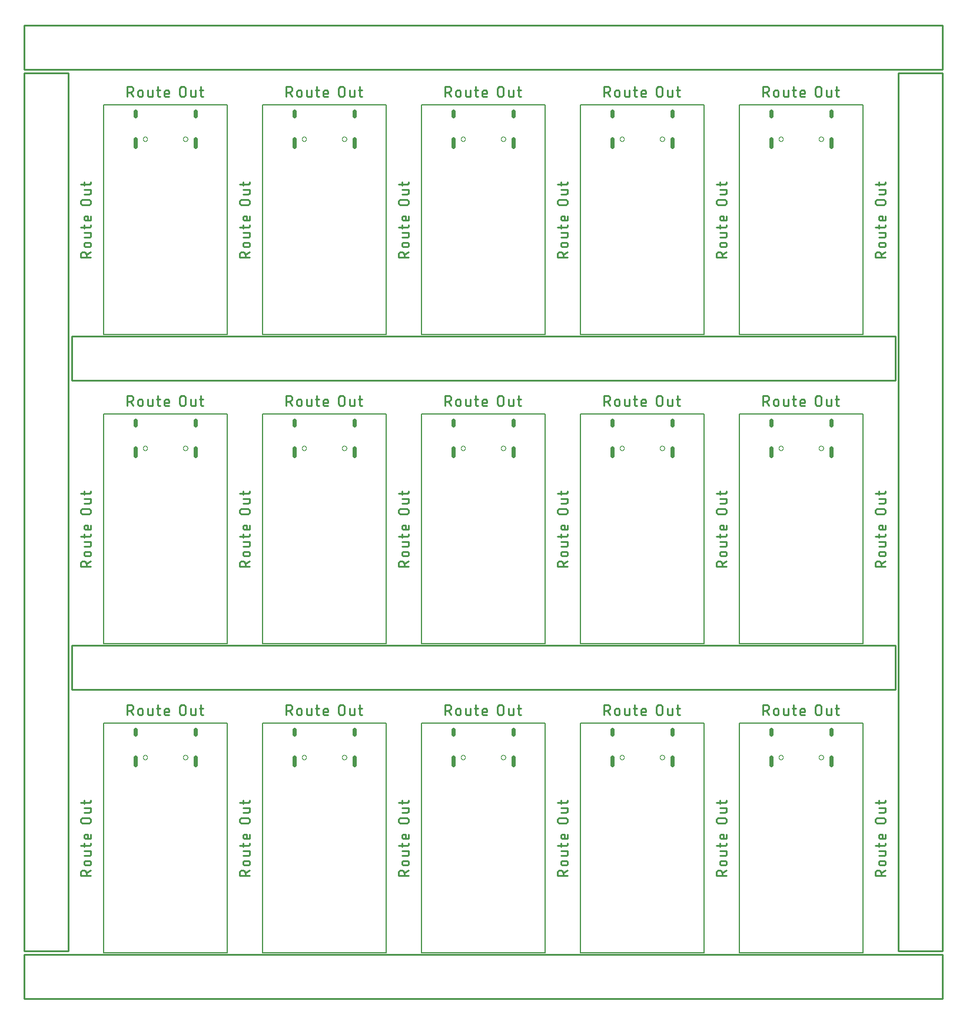
<source format=gko>
G04 EAGLE Gerber RS-274X export*
G75*
%MOMM*%
%FSLAX34Y34*%
%LPD*%
%IN*%
%IPPOS*%
%AMOC8*
5,1,8,0,0,1.08239X$1,22.5*%
G01*
%ADD10C,0.203200*%
%ADD11C,0.279400*%
%ADD12C,0.254000*%
%ADD13C,0.000000*%
%ADD14C,0.600000*%


D10*
X0Y330200D02*
X0Y0D01*
X177800Y0D01*
X177800Y330200D01*
X0Y330200D01*
D11*
X-17907Y110604D02*
X-32893Y110604D01*
X-32893Y114767D01*
X-32891Y114895D01*
X-32885Y115023D01*
X-32875Y115151D01*
X-32861Y115279D01*
X-32844Y115406D01*
X-32822Y115532D01*
X-32797Y115658D01*
X-32767Y115782D01*
X-32734Y115906D01*
X-32697Y116029D01*
X-32656Y116151D01*
X-32612Y116271D01*
X-32564Y116390D01*
X-32512Y116507D01*
X-32457Y116623D01*
X-32398Y116736D01*
X-32335Y116849D01*
X-32269Y116959D01*
X-32200Y117066D01*
X-32128Y117172D01*
X-32052Y117276D01*
X-31973Y117377D01*
X-31891Y117476D01*
X-31806Y117572D01*
X-31719Y117665D01*
X-31628Y117756D01*
X-31535Y117843D01*
X-31439Y117928D01*
X-31340Y118010D01*
X-31239Y118089D01*
X-31135Y118165D01*
X-31029Y118237D01*
X-30922Y118306D01*
X-30811Y118372D01*
X-30699Y118435D01*
X-30586Y118494D01*
X-30470Y118549D01*
X-30353Y118601D01*
X-30234Y118649D01*
X-30114Y118693D01*
X-29992Y118734D01*
X-29869Y118771D01*
X-29745Y118804D01*
X-29621Y118834D01*
X-29495Y118859D01*
X-29369Y118881D01*
X-29242Y118898D01*
X-29114Y118912D01*
X-28986Y118922D01*
X-28858Y118928D01*
X-28730Y118930D01*
X-28602Y118928D01*
X-28474Y118922D01*
X-28346Y118912D01*
X-28218Y118898D01*
X-28091Y118881D01*
X-27965Y118859D01*
X-27839Y118834D01*
X-27715Y118804D01*
X-27591Y118771D01*
X-27468Y118734D01*
X-27346Y118693D01*
X-27226Y118649D01*
X-27107Y118601D01*
X-26990Y118549D01*
X-26874Y118494D01*
X-26761Y118435D01*
X-26649Y118372D01*
X-26538Y118306D01*
X-26431Y118237D01*
X-26325Y118165D01*
X-26221Y118089D01*
X-26120Y118010D01*
X-26021Y117928D01*
X-25925Y117843D01*
X-25832Y117756D01*
X-25741Y117665D01*
X-25654Y117572D01*
X-25569Y117476D01*
X-25487Y117377D01*
X-25408Y117276D01*
X-25332Y117172D01*
X-25260Y117066D01*
X-25191Y116959D01*
X-25125Y116849D01*
X-25062Y116736D01*
X-25003Y116623D01*
X-24948Y116507D01*
X-24896Y116390D01*
X-24848Y116271D01*
X-24804Y116151D01*
X-24763Y116029D01*
X-24726Y115906D01*
X-24693Y115782D01*
X-24663Y115658D01*
X-24638Y115532D01*
X-24616Y115406D01*
X-24599Y115279D01*
X-24585Y115151D01*
X-24575Y115023D01*
X-24569Y114895D01*
X-24567Y114767D01*
X-24567Y110604D01*
X-24567Y115599D02*
X-17907Y118929D01*
X-21237Y125888D02*
X-24567Y125888D01*
X-24681Y125890D01*
X-24794Y125896D01*
X-24908Y125905D01*
X-25020Y125919D01*
X-25133Y125936D01*
X-25245Y125958D01*
X-25355Y125983D01*
X-25465Y126011D01*
X-25574Y126044D01*
X-25682Y126080D01*
X-25789Y126120D01*
X-25894Y126164D01*
X-25997Y126211D01*
X-26099Y126261D01*
X-26199Y126315D01*
X-26297Y126373D01*
X-26393Y126434D01*
X-26487Y126497D01*
X-26579Y126565D01*
X-26669Y126635D01*
X-26755Y126708D01*
X-26840Y126784D01*
X-26922Y126863D01*
X-27001Y126945D01*
X-27077Y127030D01*
X-27150Y127116D01*
X-27220Y127206D01*
X-27288Y127298D01*
X-27351Y127392D01*
X-27412Y127488D01*
X-27470Y127586D01*
X-27524Y127686D01*
X-27574Y127788D01*
X-27621Y127891D01*
X-27665Y127996D01*
X-27705Y128103D01*
X-27741Y128211D01*
X-27774Y128320D01*
X-27802Y128430D01*
X-27827Y128540D01*
X-27849Y128652D01*
X-27866Y128765D01*
X-27880Y128877D01*
X-27889Y128991D01*
X-27895Y129104D01*
X-27897Y129218D01*
X-27895Y129332D01*
X-27889Y129445D01*
X-27880Y129559D01*
X-27866Y129671D01*
X-27849Y129784D01*
X-27827Y129896D01*
X-27802Y130006D01*
X-27774Y130116D01*
X-27741Y130225D01*
X-27705Y130333D01*
X-27665Y130440D01*
X-27621Y130545D01*
X-27574Y130648D01*
X-27524Y130750D01*
X-27470Y130850D01*
X-27412Y130948D01*
X-27351Y131044D01*
X-27288Y131138D01*
X-27220Y131230D01*
X-27150Y131320D01*
X-27077Y131406D01*
X-27001Y131491D01*
X-26922Y131573D01*
X-26840Y131652D01*
X-26755Y131728D01*
X-26669Y131801D01*
X-26579Y131871D01*
X-26487Y131939D01*
X-26393Y132002D01*
X-26297Y132063D01*
X-26199Y132121D01*
X-26099Y132175D01*
X-25997Y132225D01*
X-25894Y132272D01*
X-25789Y132316D01*
X-25682Y132356D01*
X-25574Y132392D01*
X-25465Y132425D01*
X-25355Y132453D01*
X-25245Y132478D01*
X-25133Y132500D01*
X-25020Y132517D01*
X-24908Y132531D01*
X-24794Y132540D01*
X-24681Y132546D01*
X-24567Y132548D01*
X-21237Y132548D01*
X-21123Y132546D01*
X-21010Y132540D01*
X-20896Y132531D01*
X-20784Y132517D01*
X-20671Y132500D01*
X-20559Y132478D01*
X-20449Y132453D01*
X-20339Y132425D01*
X-20230Y132392D01*
X-20122Y132356D01*
X-20015Y132316D01*
X-19910Y132272D01*
X-19807Y132225D01*
X-19705Y132175D01*
X-19605Y132121D01*
X-19507Y132063D01*
X-19411Y132002D01*
X-19317Y131939D01*
X-19225Y131871D01*
X-19135Y131801D01*
X-19049Y131728D01*
X-18964Y131652D01*
X-18882Y131573D01*
X-18803Y131491D01*
X-18727Y131406D01*
X-18654Y131320D01*
X-18584Y131230D01*
X-18516Y131138D01*
X-18453Y131044D01*
X-18392Y130948D01*
X-18334Y130850D01*
X-18280Y130750D01*
X-18230Y130648D01*
X-18183Y130545D01*
X-18139Y130440D01*
X-18099Y130333D01*
X-18063Y130225D01*
X-18030Y130116D01*
X-18002Y130006D01*
X-17977Y129896D01*
X-17955Y129784D01*
X-17938Y129671D01*
X-17924Y129559D01*
X-17915Y129445D01*
X-17909Y129332D01*
X-17907Y129218D01*
X-17909Y129104D01*
X-17915Y128991D01*
X-17924Y128877D01*
X-17938Y128765D01*
X-17955Y128652D01*
X-17977Y128540D01*
X-18002Y128430D01*
X-18030Y128320D01*
X-18063Y128211D01*
X-18099Y128103D01*
X-18139Y127996D01*
X-18183Y127891D01*
X-18230Y127788D01*
X-18280Y127686D01*
X-18334Y127586D01*
X-18392Y127488D01*
X-18453Y127392D01*
X-18516Y127298D01*
X-18584Y127206D01*
X-18654Y127116D01*
X-18727Y127030D01*
X-18803Y126945D01*
X-18882Y126863D01*
X-18964Y126784D01*
X-19049Y126708D01*
X-19135Y126635D01*
X-19225Y126565D01*
X-19317Y126497D01*
X-19411Y126434D01*
X-19507Y126373D01*
X-19605Y126315D01*
X-19705Y126261D01*
X-19807Y126211D01*
X-19910Y126164D01*
X-20015Y126120D01*
X-20122Y126080D01*
X-20230Y126044D01*
X-20339Y126011D01*
X-20449Y125983D01*
X-20559Y125958D01*
X-20671Y125936D01*
X-20784Y125919D01*
X-20896Y125905D01*
X-21010Y125896D01*
X-21123Y125890D01*
X-21237Y125888D01*
X-20405Y139956D02*
X-27898Y139956D01*
X-20405Y139955D02*
X-20307Y139957D01*
X-20209Y139963D01*
X-20111Y139972D01*
X-20014Y139986D01*
X-19918Y140003D01*
X-19822Y140024D01*
X-19727Y140049D01*
X-19633Y140077D01*
X-19540Y140109D01*
X-19449Y140145D01*
X-19359Y140184D01*
X-19271Y140227D01*
X-19184Y140274D01*
X-19100Y140323D01*
X-19017Y140376D01*
X-18937Y140432D01*
X-18859Y140491D01*
X-18783Y140554D01*
X-18709Y140619D01*
X-18639Y140687D01*
X-18571Y140757D01*
X-18506Y140831D01*
X-18443Y140907D01*
X-18384Y140985D01*
X-18328Y141065D01*
X-18275Y141148D01*
X-18226Y141232D01*
X-18179Y141319D01*
X-18136Y141407D01*
X-18097Y141497D01*
X-18061Y141588D01*
X-18029Y141681D01*
X-18001Y141775D01*
X-17976Y141870D01*
X-17955Y141966D01*
X-17938Y142062D01*
X-17924Y142159D01*
X-17915Y142257D01*
X-17909Y142355D01*
X-17907Y142453D01*
X-17907Y146616D01*
X-27898Y146616D01*
X-27898Y152597D02*
X-27898Y157592D01*
X-32893Y154262D02*
X-20405Y154262D01*
X-20307Y154264D01*
X-20209Y154270D01*
X-20111Y154279D01*
X-20014Y154293D01*
X-19918Y154310D01*
X-19822Y154331D01*
X-19727Y154356D01*
X-19633Y154384D01*
X-19540Y154416D01*
X-19449Y154452D01*
X-19359Y154491D01*
X-19271Y154534D01*
X-19184Y154581D01*
X-19100Y154630D01*
X-19017Y154683D01*
X-18937Y154739D01*
X-18859Y154798D01*
X-18783Y154861D01*
X-18709Y154926D01*
X-18639Y154994D01*
X-18571Y155064D01*
X-18506Y155138D01*
X-18443Y155214D01*
X-18384Y155292D01*
X-18328Y155372D01*
X-18275Y155455D01*
X-18226Y155539D01*
X-18179Y155626D01*
X-18136Y155714D01*
X-18097Y155804D01*
X-18061Y155895D01*
X-18029Y155988D01*
X-18001Y156082D01*
X-17976Y156177D01*
X-17955Y156273D01*
X-17938Y156369D01*
X-17924Y156466D01*
X-17915Y156564D01*
X-17909Y156662D01*
X-17907Y156760D01*
X-17907Y157592D01*
X-17907Y166421D02*
X-17907Y170584D01*
X-17907Y166421D02*
X-17909Y166323D01*
X-17915Y166225D01*
X-17924Y166127D01*
X-17938Y166030D01*
X-17955Y165934D01*
X-17976Y165838D01*
X-18001Y165743D01*
X-18029Y165649D01*
X-18061Y165556D01*
X-18097Y165465D01*
X-18136Y165375D01*
X-18179Y165287D01*
X-18226Y165200D01*
X-18275Y165116D01*
X-18328Y165033D01*
X-18384Y164953D01*
X-18443Y164875D01*
X-18506Y164799D01*
X-18571Y164725D01*
X-18639Y164655D01*
X-18709Y164587D01*
X-18783Y164522D01*
X-18859Y164459D01*
X-18937Y164400D01*
X-19017Y164344D01*
X-19100Y164291D01*
X-19184Y164242D01*
X-19271Y164195D01*
X-19359Y164152D01*
X-19449Y164113D01*
X-19540Y164077D01*
X-19633Y164045D01*
X-19727Y164017D01*
X-19822Y163992D01*
X-19918Y163971D01*
X-20014Y163954D01*
X-20111Y163940D01*
X-20209Y163931D01*
X-20307Y163925D01*
X-20405Y163923D01*
X-20405Y163924D02*
X-24567Y163924D01*
X-24681Y163926D01*
X-24794Y163932D01*
X-24908Y163941D01*
X-25020Y163955D01*
X-25133Y163972D01*
X-25245Y163994D01*
X-25355Y164019D01*
X-25465Y164047D01*
X-25574Y164080D01*
X-25682Y164116D01*
X-25789Y164156D01*
X-25894Y164200D01*
X-25997Y164247D01*
X-26099Y164297D01*
X-26199Y164351D01*
X-26297Y164409D01*
X-26393Y164470D01*
X-26487Y164533D01*
X-26579Y164601D01*
X-26669Y164671D01*
X-26755Y164744D01*
X-26840Y164820D01*
X-26922Y164899D01*
X-27001Y164981D01*
X-27077Y165066D01*
X-27150Y165152D01*
X-27220Y165242D01*
X-27288Y165334D01*
X-27351Y165428D01*
X-27412Y165524D01*
X-27470Y165622D01*
X-27524Y165722D01*
X-27574Y165824D01*
X-27621Y165927D01*
X-27665Y166032D01*
X-27705Y166139D01*
X-27741Y166247D01*
X-27774Y166356D01*
X-27802Y166466D01*
X-27827Y166576D01*
X-27849Y166688D01*
X-27866Y166801D01*
X-27880Y166913D01*
X-27889Y167027D01*
X-27895Y167140D01*
X-27897Y167254D01*
X-27895Y167368D01*
X-27889Y167481D01*
X-27880Y167595D01*
X-27866Y167707D01*
X-27849Y167820D01*
X-27827Y167932D01*
X-27802Y168042D01*
X-27774Y168152D01*
X-27741Y168261D01*
X-27705Y168369D01*
X-27665Y168476D01*
X-27621Y168581D01*
X-27574Y168684D01*
X-27524Y168786D01*
X-27470Y168886D01*
X-27412Y168984D01*
X-27351Y169080D01*
X-27288Y169174D01*
X-27220Y169266D01*
X-27150Y169356D01*
X-27077Y169442D01*
X-27001Y169527D01*
X-26922Y169609D01*
X-26840Y169688D01*
X-26755Y169764D01*
X-26669Y169837D01*
X-26579Y169907D01*
X-26487Y169975D01*
X-26393Y170038D01*
X-26297Y170099D01*
X-26199Y170157D01*
X-26099Y170211D01*
X-25997Y170261D01*
X-25894Y170308D01*
X-25789Y170352D01*
X-25682Y170392D01*
X-25574Y170428D01*
X-25465Y170461D01*
X-25355Y170489D01*
X-25245Y170514D01*
X-25133Y170536D01*
X-25020Y170553D01*
X-24908Y170567D01*
X-24794Y170576D01*
X-24681Y170582D01*
X-24567Y170584D01*
X-22902Y170584D01*
X-22902Y163924D01*
X-22070Y186017D02*
X-28730Y186017D01*
X-28858Y186019D01*
X-28986Y186025D01*
X-29114Y186035D01*
X-29242Y186049D01*
X-29369Y186066D01*
X-29495Y186088D01*
X-29621Y186113D01*
X-29745Y186143D01*
X-29869Y186176D01*
X-29992Y186213D01*
X-30114Y186254D01*
X-30234Y186298D01*
X-30353Y186346D01*
X-30470Y186398D01*
X-30586Y186453D01*
X-30699Y186512D01*
X-30812Y186575D01*
X-30922Y186641D01*
X-31029Y186710D01*
X-31135Y186782D01*
X-31239Y186858D01*
X-31340Y186937D01*
X-31439Y187019D01*
X-31535Y187104D01*
X-31628Y187191D01*
X-31719Y187282D01*
X-31806Y187375D01*
X-31891Y187471D01*
X-31973Y187570D01*
X-32052Y187671D01*
X-32128Y187775D01*
X-32200Y187881D01*
X-32269Y187988D01*
X-32335Y188099D01*
X-32398Y188211D01*
X-32457Y188324D01*
X-32512Y188440D01*
X-32564Y188557D01*
X-32612Y188676D01*
X-32656Y188796D01*
X-32697Y188918D01*
X-32734Y189041D01*
X-32767Y189165D01*
X-32797Y189289D01*
X-32822Y189415D01*
X-32844Y189541D01*
X-32861Y189668D01*
X-32875Y189796D01*
X-32885Y189924D01*
X-32891Y190052D01*
X-32893Y190180D01*
X-32891Y190308D01*
X-32885Y190436D01*
X-32875Y190564D01*
X-32861Y190692D01*
X-32844Y190819D01*
X-32822Y190945D01*
X-32797Y191071D01*
X-32767Y191195D01*
X-32734Y191319D01*
X-32697Y191442D01*
X-32656Y191564D01*
X-32612Y191684D01*
X-32564Y191803D01*
X-32512Y191920D01*
X-32457Y192036D01*
X-32398Y192149D01*
X-32335Y192262D01*
X-32269Y192372D01*
X-32200Y192479D01*
X-32128Y192585D01*
X-32052Y192689D01*
X-31973Y192790D01*
X-31891Y192889D01*
X-31806Y192985D01*
X-31719Y193078D01*
X-31628Y193169D01*
X-31535Y193256D01*
X-31439Y193341D01*
X-31340Y193423D01*
X-31239Y193502D01*
X-31135Y193578D01*
X-31029Y193650D01*
X-30922Y193719D01*
X-30811Y193785D01*
X-30699Y193848D01*
X-30586Y193907D01*
X-30470Y193962D01*
X-30353Y194014D01*
X-30234Y194062D01*
X-30114Y194106D01*
X-29992Y194147D01*
X-29869Y194184D01*
X-29745Y194217D01*
X-29621Y194247D01*
X-29495Y194272D01*
X-29369Y194294D01*
X-29242Y194311D01*
X-29114Y194325D01*
X-28986Y194335D01*
X-28858Y194341D01*
X-28730Y194343D01*
X-28730Y194342D02*
X-22070Y194342D01*
X-22070Y194343D02*
X-21942Y194341D01*
X-21814Y194335D01*
X-21686Y194325D01*
X-21558Y194311D01*
X-21431Y194294D01*
X-21305Y194272D01*
X-21179Y194247D01*
X-21055Y194217D01*
X-20931Y194184D01*
X-20808Y194147D01*
X-20686Y194106D01*
X-20566Y194062D01*
X-20447Y194014D01*
X-20330Y193962D01*
X-20214Y193907D01*
X-20101Y193848D01*
X-19988Y193785D01*
X-19878Y193719D01*
X-19771Y193650D01*
X-19665Y193578D01*
X-19561Y193502D01*
X-19460Y193423D01*
X-19361Y193341D01*
X-19265Y193256D01*
X-19172Y193169D01*
X-19081Y193078D01*
X-18994Y192985D01*
X-18909Y192889D01*
X-18827Y192790D01*
X-18748Y192689D01*
X-18672Y192585D01*
X-18600Y192479D01*
X-18531Y192372D01*
X-18465Y192261D01*
X-18402Y192149D01*
X-18343Y192036D01*
X-18288Y191920D01*
X-18236Y191803D01*
X-18188Y191684D01*
X-18144Y191564D01*
X-18103Y191442D01*
X-18066Y191319D01*
X-18033Y191195D01*
X-18003Y191071D01*
X-17978Y190945D01*
X-17956Y190819D01*
X-17939Y190692D01*
X-17925Y190564D01*
X-17915Y190436D01*
X-17909Y190308D01*
X-17907Y190180D01*
X-17909Y190052D01*
X-17915Y189924D01*
X-17925Y189796D01*
X-17939Y189668D01*
X-17956Y189541D01*
X-17978Y189415D01*
X-18003Y189289D01*
X-18033Y189165D01*
X-18066Y189041D01*
X-18103Y188918D01*
X-18144Y188796D01*
X-18188Y188676D01*
X-18236Y188557D01*
X-18288Y188440D01*
X-18343Y188324D01*
X-18402Y188211D01*
X-18465Y188099D01*
X-18531Y187988D01*
X-18600Y187881D01*
X-18672Y187775D01*
X-18748Y187671D01*
X-18827Y187570D01*
X-18909Y187471D01*
X-18994Y187375D01*
X-19081Y187282D01*
X-19172Y187191D01*
X-19265Y187104D01*
X-19361Y187019D01*
X-19460Y186937D01*
X-19561Y186858D01*
X-19665Y186782D01*
X-19771Y186710D01*
X-19878Y186641D01*
X-19989Y186575D01*
X-20101Y186512D01*
X-20214Y186453D01*
X-20330Y186398D01*
X-20447Y186346D01*
X-20566Y186298D01*
X-20686Y186254D01*
X-20808Y186213D01*
X-20931Y186176D01*
X-21055Y186143D01*
X-21179Y186113D01*
X-21305Y186088D01*
X-21431Y186066D01*
X-21558Y186049D01*
X-21686Y186035D01*
X-21814Y186025D01*
X-21942Y186019D01*
X-22070Y186017D01*
X-20405Y201959D02*
X-27898Y201959D01*
X-20405Y201959D02*
X-20307Y201961D01*
X-20209Y201967D01*
X-20111Y201976D01*
X-20014Y201990D01*
X-19918Y202007D01*
X-19822Y202028D01*
X-19727Y202053D01*
X-19633Y202081D01*
X-19540Y202113D01*
X-19449Y202149D01*
X-19359Y202188D01*
X-19271Y202231D01*
X-19184Y202278D01*
X-19100Y202327D01*
X-19017Y202380D01*
X-18937Y202436D01*
X-18859Y202495D01*
X-18783Y202558D01*
X-18709Y202623D01*
X-18639Y202691D01*
X-18571Y202761D01*
X-18506Y202835D01*
X-18443Y202911D01*
X-18384Y202989D01*
X-18328Y203069D01*
X-18275Y203152D01*
X-18226Y203236D01*
X-18179Y203323D01*
X-18136Y203411D01*
X-18097Y203501D01*
X-18061Y203592D01*
X-18029Y203685D01*
X-18001Y203779D01*
X-17976Y203874D01*
X-17955Y203970D01*
X-17938Y204066D01*
X-17924Y204163D01*
X-17915Y204261D01*
X-17909Y204359D01*
X-17907Y204457D01*
X-17907Y208620D01*
X-27898Y208620D01*
X-27898Y214601D02*
X-27898Y219596D01*
X-32893Y216266D02*
X-20405Y216266D01*
X-20307Y216268D01*
X-20209Y216274D01*
X-20111Y216283D01*
X-20014Y216297D01*
X-19918Y216314D01*
X-19822Y216335D01*
X-19727Y216360D01*
X-19633Y216388D01*
X-19540Y216420D01*
X-19449Y216456D01*
X-19359Y216495D01*
X-19271Y216538D01*
X-19184Y216585D01*
X-19100Y216634D01*
X-19017Y216687D01*
X-18937Y216743D01*
X-18859Y216802D01*
X-18783Y216865D01*
X-18709Y216930D01*
X-18639Y216998D01*
X-18571Y217068D01*
X-18506Y217142D01*
X-18443Y217218D01*
X-18384Y217296D01*
X-18328Y217376D01*
X-18275Y217459D01*
X-18226Y217543D01*
X-18179Y217630D01*
X-18136Y217718D01*
X-18097Y217808D01*
X-18061Y217899D01*
X-18029Y217992D01*
X-18001Y218086D01*
X-17976Y218181D01*
X-17955Y218277D01*
X-17938Y218373D01*
X-17924Y218470D01*
X-17915Y218568D01*
X-17909Y218666D01*
X-17907Y218764D01*
X-17907Y219596D01*
D10*
X228600Y330200D02*
X228600Y0D01*
X406400Y0D01*
X406400Y330200D01*
X228600Y330200D01*
D11*
X210693Y110604D02*
X195707Y110604D01*
X195707Y114767D01*
X195709Y114895D01*
X195715Y115023D01*
X195725Y115151D01*
X195739Y115279D01*
X195756Y115406D01*
X195778Y115532D01*
X195803Y115658D01*
X195833Y115782D01*
X195866Y115906D01*
X195903Y116029D01*
X195944Y116151D01*
X195988Y116271D01*
X196036Y116390D01*
X196088Y116507D01*
X196143Y116623D01*
X196202Y116736D01*
X196265Y116849D01*
X196331Y116959D01*
X196400Y117066D01*
X196472Y117172D01*
X196548Y117276D01*
X196627Y117377D01*
X196709Y117476D01*
X196794Y117572D01*
X196881Y117665D01*
X196972Y117756D01*
X197065Y117843D01*
X197161Y117928D01*
X197260Y118010D01*
X197361Y118089D01*
X197465Y118165D01*
X197571Y118237D01*
X197678Y118306D01*
X197789Y118372D01*
X197901Y118435D01*
X198014Y118494D01*
X198130Y118549D01*
X198247Y118601D01*
X198366Y118649D01*
X198486Y118693D01*
X198608Y118734D01*
X198731Y118771D01*
X198855Y118804D01*
X198979Y118834D01*
X199105Y118859D01*
X199231Y118881D01*
X199358Y118898D01*
X199486Y118912D01*
X199614Y118922D01*
X199742Y118928D01*
X199870Y118930D01*
X199998Y118928D01*
X200126Y118922D01*
X200254Y118912D01*
X200382Y118898D01*
X200509Y118881D01*
X200635Y118859D01*
X200761Y118834D01*
X200885Y118804D01*
X201009Y118771D01*
X201132Y118734D01*
X201254Y118693D01*
X201374Y118649D01*
X201493Y118601D01*
X201610Y118549D01*
X201726Y118494D01*
X201839Y118435D01*
X201952Y118372D01*
X202062Y118306D01*
X202169Y118237D01*
X202275Y118165D01*
X202379Y118089D01*
X202480Y118010D01*
X202579Y117928D01*
X202675Y117843D01*
X202768Y117756D01*
X202859Y117665D01*
X202946Y117572D01*
X203031Y117476D01*
X203113Y117377D01*
X203192Y117276D01*
X203268Y117172D01*
X203340Y117066D01*
X203409Y116959D01*
X203475Y116849D01*
X203538Y116736D01*
X203597Y116623D01*
X203652Y116507D01*
X203704Y116390D01*
X203752Y116271D01*
X203796Y116151D01*
X203837Y116029D01*
X203874Y115906D01*
X203907Y115782D01*
X203937Y115658D01*
X203962Y115532D01*
X203984Y115406D01*
X204001Y115279D01*
X204015Y115151D01*
X204025Y115023D01*
X204031Y114895D01*
X204033Y114767D01*
X204033Y110604D01*
X204033Y115599D02*
X210693Y118929D01*
X207363Y125888D02*
X204033Y125888D01*
X203919Y125890D01*
X203806Y125896D01*
X203692Y125905D01*
X203580Y125919D01*
X203467Y125936D01*
X203355Y125958D01*
X203245Y125983D01*
X203135Y126011D01*
X203026Y126044D01*
X202918Y126080D01*
X202811Y126120D01*
X202706Y126164D01*
X202603Y126211D01*
X202501Y126261D01*
X202401Y126315D01*
X202303Y126373D01*
X202207Y126434D01*
X202113Y126497D01*
X202021Y126565D01*
X201931Y126635D01*
X201845Y126708D01*
X201760Y126784D01*
X201678Y126863D01*
X201599Y126945D01*
X201523Y127030D01*
X201450Y127116D01*
X201380Y127206D01*
X201312Y127298D01*
X201249Y127392D01*
X201188Y127488D01*
X201130Y127586D01*
X201076Y127686D01*
X201026Y127788D01*
X200979Y127891D01*
X200935Y127996D01*
X200895Y128103D01*
X200859Y128211D01*
X200826Y128320D01*
X200798Y128430D01*
X200773Y128540D01*
X200751Y128652D01*
X200734Y128765D01*
X200720Y128877D01*
X200711Y128991D01*
X200705Y129104D01*
X200703Y129218D01*
X200705Y129332D01*
X200711Y129445D01*
X200720Y129559D01*
X200734Y129671D01*
X200751Y129784D01*
X200773Y129896D01*
X200798Y130006D01*
X200826Y130116D01*
X200859Y130225D01*
X200895Y130333D01*
X200935Y130440D01*
X200979Y130545D01*
X201026Y130648D01*
X201076Y130750D01*
X201130Y130850D01*
X201188Y130948D01*
X201249Y131044D01*
X201312Y131138D01*
X201380Y131230D01*
X201450Y131320D01*
X201523Y131406D01*
X201599Y131491D01*
X201678Y131573D01*
X201760Y131652D01*
X201845Y131728D01*
X201931Y131801D01*
X202021Y131871D01*
X202113Y131939D01*
X202207Y132002D01*
X202303Y132063D01*
X202401Y132121D01*
X202501Y132175D01*
X202603Y132225D01*
X202706Y132272D01*
X202811Y132316D01*
X202918Y132356D01*
X203026Y132392D01*
X203135Y132425D01*
X203245Y132453D01*
X203355Y132478D01*
X203467Y132500D01*
X203580Y132517D01*
X203692Y132531D01*
X203806Y132540D01*
X203919Y132546D01*
X204033Y132548D01*
X207363Y132548D01*
X207477Y132546D01*
X207590Y132540D01*
X207704Y132531D01*
X207816Y132517D01*
X207929Y132500D01*
X208041Y132478D01*
X208151Y132453D01*
X208261Y132425D01*
X208370Y132392D01*
X208478Y132356D01*
X208585Y132316D01*
X208690Y132272D01*
X208793Y132225D01*
X208895Y132175D01*
X208995Y132121D01*
X209093Y132063D01*
X209189Y132002D01*
X209283Y131939D01*
X209375Y131871D01*
X209465Y131801D01*
X209551Y131728D01*
X209636Y131652D01*
X209718Y131573D01*
X209797Y131491D01*
X209873Y131406D01*
X209946Y131320D01*
X210016Y131230D01*
X210084Y131138D01*
X210147Y131044D01*
X210208Y130948D01*
X210266Y130850D01*
X210320Y130750D01*
X210370Y130648D01*
X210417Y130545D01*
X210461Y130440D01*
X210501Y130333D01*
X210537Y130225D01*
X210570Y130116D01*
X210598Y130006D01*
X210623Y129896D01*
X210645Y129784D01*
X210662Y129671D01*
X210676Y129559D01*
X210685Y129445D01*
X210691Y129332D01*
X210693Y129218D01*
X210691Y129104D01*
X210685Y128991D01*
X210676Y128877D01*
X210662Y128765D01*
X210645Y128652D01*
X210623Y128540D01*
X210598Y128430D01*
X210570Y128320D01*
X210537Y128211D01*
X210501Y128103D01*
X210461Y127996D01*
X210417Y127891D01*
X210370Y127788D01*
X210320Y127686D01*
X210266Y127586D01*
X210208Y127488D01*
X210147Y127392D01*
X210084Y127298D01*
X210016Y127206D01*
X209946Y127116D01*
X209873Y127030D01*
X209797Y126945D01*
X209718Y126863D01*
X209636Y126784D01*
X209551Y126708D01*
X209465Y126635D01*
X209375Y126565D01*
X209283Y126497D01*
X209189Y126434D01*
X209093Y126373D01*
X208995Y126315D01*
X208895Y126261D01*
X208793Y126211D01*
X208690Y126164D01*
X208585Y126120D01*
X208478Y126080D01*
X208370Y126044D01*
X208261Y126011D01*
X208151Y125983D01*
X208041Y125958D01*
X207929Y125936D01*
X207816Y125919D01*
X207704Y125905D01*
X207590Y125896D01*
X207477Y125890D01*
X207363Y125888D01*
X208195Y139956D02*
X200702Y139956D01*
X208195Y139955D02*
X208293Y139957D01*
X208391Y139963D01*
X208489Y139972D01*
X208586Y139986D01*
X208682Y140003D01*
X208778Y140024D01*
X208873Y140049D01*
X208967Y140077D01*
X209060Y140109D01*
X209151Y140145D01*
X209241Y140184D01*
X209329Y140227D01*
X209416Y140274D01*
X209500Y140323D01*
X209583Y140376D01*
X209663Y140432D01*
X209742Y140491D01*
X209817Y140554D01*
X209891Y140619D01*
X209961Y140687D01*
X210029Y140757D01*
X210095Y140831D01*
X210157Y140907D01*
X210216Y140985D01*
X210272Y141065D01*
X210325Y141148D01*
X210375Y141232D01*
X210421Y141319D01*
X210464Y141407D01*
X210503Y141497D01*
X210539Y141588D01*
X210571Y141681D01*
X210599Y141775D01*
X210624Y141870D01*
X210645Y141966D01*
X210662Y142062D01*
X210676Y142159D01*
X210685Y142257D01*
X210691Y142355D01*
X210693Y142453D01*
X210693Y146616D01*
X200702Y146616D01*
X200702Y152597D02*
X200702Y157592D01*
X195707Y154262D02*
X208195Y154262D01*
X208293Y154264D01*
X208391Y154270D01*
X208489Y154279D01*
X208586Y154293D01*
X208682Y154310D01*
X208778Y154331D01*
X208873Y154356D01*
X208967Y154384D01*
X209060Y154416D01*
X209151Y154452D01*
X209241Y154491D01*
X209329Y154534D01*
X209416Y154581D01*
X209500Y154630D01*
X209583Y154683D01*
X209663Y154739D01*
X209742Y154798D01*
X209817Y154861D01*
X209891Y154926D01*
X209961Y154994D01*
X210029Y155064D01*
X210095Y155138D01*
X210157Y155214D01*
X210216Y155292D01*
X210272Y155372D01*
X210325Y155455D01*
X210375Y155539D01*
X210421Y155626D01*
X210464Y155714D01*
X210503Y155804D01*
X210539Y155895D01*
X210571Y155988D01*
X210599Y156082D01*
X210624Y156177D01*
X210645Y156273D01*
X210662Y156369D01*
X210676Y156466D01*
X210685Y156564D01*
X210691Y156662D01*
X210693Y156760D01*
X210693Y157592D01*
X210693Y166421D02*
X210693Y170584D01*
X210693Y166421D02*
X210691Y166323D01*
X210685Y166225D01*
X210676Y166127D01*
X210662Y166030D01*
X210645Y165934D01*
X210624Y165838D01*
X210599Y165743D01*
X210571Y165649D01*
X210539Y165556D01*
X210503Y165465D01*
X210464Y165375D01*
X210421Y165287D01*
X210374Y165200D01*
X210325Y165116D01*
X210272Y165033D01*
X210216Y164953D01*
X210157Y164875D01*
X210095Y164799D01*
X210029Y164725D01*
X209961Y164655D01*
X209891Y164587D01*
X209817Y164522D01*
X209742Y164459D01*
X209663Y164400D01*
X209583Y164344D01*
X209500Y164291D01*
X209416Y164242D01*
X209329Y164195D01*
X209241Y164152D01*
X209151Y164113D01*
X209060Y164077D01*
X208967Y164045D01*
X208873Y164017D01*
X208778Y163992D01*
X208682Y163971D01*
X208586Y163954D01*
X208489Y163940D01*
X208391Y163931D01*
X208293Y163925D01*
X208195Y163923D01*
X208195Y163924D02*
X204033Y163924D01*
X203919Y163926D01*
X203806Y163932D01*
X203692Y163941D01*
X203580Y163955D01*
X203467Y163972D01*
X203355Y163994D01*
X203245Y164019D01*
X203135Y164047D01*
X203026Y164080D01*
X202918Y164116D01*
X202811Y164156D01*
X202706Y164200D01*
X202603Y164247D01*
X202501Y164297D01*
X202401Y164351D01*
X202303Y164409D01*
X202207Y164470D01*
X202113Y164533D01*
X202021Y164601D01*
X201931Y164671D01*
X201845Y164744D01*
X201760Y164820D01*
X201678Y164899D01*
X201599Y164981D01*
X201523Y165066D01*
X201450Y165152D01*
X201380Y165242D01*
X201312Y165334D01*
X201249Y165428D01*
X201188Y165524D01*
X201130Y165622D01*
X201076Y165722D01*
X201026Y165824D01*
X200979Y165927D01*
X200935Y166032D01*
X200895Y166139D01*
X200859Y166247D01*
X200826Y166356D01*
X200798Y166466D01*
X200773Y166576D01*
X200751Y166688D01*
X200734Y166801D01*
X200720Y166913D01*
X200711Y167027D01*
X200705Y167140D01*
X200703Y167254D01*
X200705Y167368D01*
X200711Y167481D01*
X200720Y167595D01*
X200734Y167707D01*
X200751Y167820D01*
X200773Y167932D01*
X200798Y168042D01*
X200826Y168152D01*
X200859Y168261D01*
X200895Y168369D01*
X200935Y168476D01*
X200979Y168581D01*
X201026Y168684D01*
X201076Y168786D01*
X201130Y168886D01*
X201188Y168984D01*
X201249Y169080D01*
X201312Y169174D01*
X201380Y169266D01*
X201450Y169356D01*
X201523Y169442D01*
X201599Y169527D01*
X201678Y169609D01*
X201760Y169688D01*
X201845Y169764D01*
X201931Y169837D01*
X202021Y169907D01*
X202113Y169975D01*
X202207Y170038D01*
X202303Y170099D01*
X202401Y170157D01*
X202501Y170211D01*
X202603Y170261D01*
X202706Y170308D01*
X202811Y170352D01*
X202918Y170392D01*
X203026Y170428D01*
X203135Y170461D01*
X203245Y170489D01*
X203355Y170514D01*
X203467Y170536D01*
X203580Y170553D01*
X203692Y170567D01*
X203806Y170576D01*
X203919Y170582D01*
X204033Y170584D01*
X205698Y170584D01*
X205698Y163924D01*
X206530Y186017D02*
X199870Y186017D01*
X199742Y186019D01*
X199614Y186025D01*
X199486Y186035D01*
X199358Y186049D01*
X199231Y186066D01*
X199105Y186088D01*
X198979Y186113D01*
X198855Y186143D01*
X198731Y186176D01*
X198608Y186213D01*
X198486Y186254D01*
X198366Y186298D01*
X198247Y186346D01*
X198130Y186398D01*
X198014Y186453D01*
X197901Y186512D01*
X197788Y186575D01*
X197678Y186641D01*
X197571Y186710D01*
X197465Y186782D01*
X197361Y186858D01*
X197260Y186937D01*
X197161Y187019D01*
X197065Y187104D01*
X196972Y187191D01*
X196881Y187282D01*
X196794Y187375D01*
X196709Y187471D01*
X196627Y187570D01*
X196548Y187671D01*
X196472Y187775D01*
X196400Y187881D01*
X196331Y187988D01*
X196265Y188099D01*
X196202Y188211D01*
X196143Y188324D01*
X196088Y188440D01*
X196036Y188557D01*
X195988Y188676D01*
X195944Y188796D01*
X195903Y188918D01*
X195866Y189041D01*
X195833Y189165D01*
X195803Y189289D01*
X195778Y189415D01*
X195756Y189541D01*
X195739Y189668D01*
X195725Y189796D01*
X195715Y189924D01*
X195709Y190052D01*
X195707Y190180D01*
X195709Y190308D01*
X195715Y190436D01*
X195725Y190564D01*
X195739Y190692D01*
X195756Y190819D01*
X195778Y190945D01*
X195803Y191071D01*
X195833Y191195D01*
X195866Y191319D01*
X195903Y191442D01*
X195944Y191564D01*
X195988Y191684D01*
X196036Y191803D01*
X196088Y191920D01*
X196143Y192036D01*
X196202Y192149D01*
X196265Y192262D01*
X196331Y192372D01*
X196400Y192479D01*
X196472Y192585D01*
X196548Y192689D01*
X196627Y192790D01*
X196709Y192889D01*
X196794Y192985D01*
X196881Y193078D01*
X196972Y193169D01*
X197065Y193256D01*
X197161Y193341D01*
X197260Y193423D01*
X197361Y193502D01*
X197465Y193578D01*
X197571Y193650D01*
X197678Y193719D01*
X197789Y193785D01*
X197901Y193848D01*
X198014Y193907D01*
X198130Y193962D01*
X198247Y194014D01*
X198366Y194062D01*
X198486Y194106D01*
X198608Y194147D01*
X198731Y194184D01*
X198855Y194217D01*
X198979Y194247D01*
X199105Y194272D01*
X199231Y194294D01*
X199358Y194311D01*
X199486Y194325D01*
X199614Y194335D01*
X199742Y194341D01*
X199870Y194343D01*
X199870Y194342D02*
X206530Y194342D01*
X206530Y194343D02*
X206658Y194341D01*
X206786Y194335D01*
X206914Y194325D01*
X207042Y194311D01*
X207169Y194294D01*
X207295Y194272D01*
X207421Y194247D01*
X207545Y194217D01*
X207669Y194184D01*
X207792Y194147D01*
X207914Y194106D01*
X208034Y194062D01*
X208153Y194014D01*
X208270Y193962D01*
X208386Y193907D01*
X208499Y193848D01*
X208612Y193785D01*
X208722Y193719D01*
X208829Y193650D01*
X208935Y193578D01*
X209039Y193502D01*
X209140Y193423D01*
X209239Y193341D01*
X209335Y193256D01*
X209428Y193169D01*
X209519Y193078D01*
X209606Y192985D01*
X209691Y192889D01*
X209773Y192790D01*
X209852Y192689D01*
X209928Y192585D01*
X210000Y192479D01*
X210069Y192372D01*
X210135Y192261D01*
X210198Y192149D01*
X210257Y192036D01*
X210312Y191920D01*
X210364Y191803D01*
X210412Y191684D01*
X210456Y191564D01*
X210497Y191442D01*
X210534Y191319D01*
X210567Y191195D01*
X210597Y191071D01*
X210622Y190945D01*
X210644Y190819D01*
X210661Y190692D01*
X210675Y190564D01*
X210685Y190436D01*
X210691Y190308D01*
X210693Y190180D01*
X210691Y190052D01*
X210685Y189924D01*
X210675Y189796D01*
X210661Y189668D01*
X210644Y189541D01*
X210622Y189415D01*
X210597Y189289D01*
X210567Y189165D01*
X210534Y189041D01*
X210497Y188918D01*
X210456Y188796D01*
X210412Y188676D01*
X210364Y188557D01*
X210312Y188440D01*
X210257Y188324D01*
X210198Y188211D01*
X210135Y188099D01*
X210069Y187988D01*
X210000Y187881D01*
X209928Y187775D01*
X209852Y187671D01*
X209773Y187570D01*
X209691Y187471D01*
X209606Y187375D01*
X209519Y187282D01*
X209428Y187191D01*
X209335Y187104D01*
X209239Y187019D01*
X209140Y186937D01*
X209039Y186858D01*
X208935Y186782D01*
X208829Y186710D01*
X208722Y186641D01*
X208612Y186575D01*
X208499Y186512D01*
X208386Y186453D01*
X208270Y186398D01*
X208153Y186346D01*
X208034Y186298D01*
X207914Y186254D01*
X207792Y186213D01*
X207669Y186176D01*
X207545Y186143D01*
X207421Y186113D01*
X207295Y186088D01*
X207169Y186066D01*
X207042Y186049D01*
X206914Y186035D01*
X206786Y186025D01*
X206658Y186019D01*
X206530Y186017D01*
X208195Y201959D02*
X200702Y201959D01*
X208195Y201959D02*
X208293Y201961D01*
X208391Y201967D01*
X208489Y201976D01*
X208586Y201990D01*
X208682Y202007D01*
X208778Y202028D01*
X208873Y202053D01*
X208967Y202081D01*
X209060Y202113D01*
X209151Y202149D01*
X209241Y202188D01*
X209329Y202231D01*
X209416Y202278D01*
X209500Y202327D01*
X209583Y202380D01*
X209663Y202436D01*
X209742Y202495D01*
X209817Y202558D01*
X209891Y202623D01*
X209961Y202691D01*
X210029Y202761D01*
X210095Y202835D01*
X210157Y202911D01*
X210216Y202989D01*
X210272Y203069D01*
X210325Y203152D01*
X210375Y203236D01*
X210421Y203323D01*
X210464Y203411D01*
X210503Y203501D01*
X210539Y203592D01*
X210571Y203685D01*
X210599Y203779D01*
X210624Y203874D01*
X210645Y203970D01*
X210662Y204066D01*
X210676Y204163D01*
X210685Y204261D01*
X210691Y204359D01*
X210693Y204457D01*
X210693Y208620D01*
X200702Y208620D01*
X200702Y214601D02*
X200702Y219596D01*
X195707Y216266D02*
X208195Y216266D01*
X208195Y216265D02*
X208293Y216267D01*
X208391Y216273D01*
X208489Y216282D01*
X208586Y216296D01*
X208682Y216313D01*
X208778Y216334D01*
X208873Y216359D01*
X208967Y216387D01*
X209060Y216419D01*
X209151Y216455D01*
X209241Y216494D01*
X209329Y216537D01*
X209416Y216584D01*
X209500Y216633D01*
X209583Y216686D01*
X209663Y216742D01*
X209742Y216801D01*
X209817Y216864D01*
X209891Y216929D01*
X209961Y216997D01*
X210029Y217067D01*
X210095Y217141D01*
X210157Y217217D01*
X210216Y217295D01*
X210272Y217375D01*
X210325Y217458D01*
X210375Y217542D01*
X210421Y217629D01*
X210464Y217717D01*
X210503Y217807D01*
X210539Y217898D01*
X210571Y217991D01*
X210599Y218085D01*
X210624Y218180D01*
X210645Y218276D01*
X210662Y218372D01*
X210676Y218469D01*
X210685Y218567D01*
X210691Y218665D01*
X210693Y218763D01*
X210693Y218764D02*
X210693Y219596D01*
D10*
X457200Y330200D02*
X457200Y0D01*
X635000Y0D01*
X635000Y330200D01*
X457200Y330200D01*
D11*
X439293Y110604D02*
X424307Y110604D01*
X424307Y114767D01*
X424309Y114895D01*
X424315Y115023D01*
X424325Y115151D01*
X424339Y115279D01*
X424356Y115406D01*
X424378Y115532D01*
X424403Y115658D01*
X424433Y115782D01*
X424466Y115906D01*
X424503Y116029D01*
X424544Y116151D01*
X424588Y116271D01*
X424636Y116390D01*
X424688Y116507D01*
X424743Y116623D01*
X424802Y116736D01*
X424865Y116849D01*
X424931Y116959D01*
X425000Y117066D01*
X425072Y117172D01*
X425148Y117276D01*
X425227Y117377D01*
X425309Y117476D01*
X425394Y117572D01*
X425481Y117665D01*
X425572Y117756D01*
X425665Y117843D01*
X425761Y117928D01*
X425860Y118010D01*
X425961Y118089D01*
X426065Y118165D01*
X426171Y118237D01*
X426278Y118306D01*
X426389Y118372D01*
X426501Y118435D01*
X426614Y118494D01*
X426730Y118549D01*
X426847Y118601D01*
X426966Y118649D01*
X427086Y118693D01*
X427208Y118734D01*
X427331Y118771D01*
X427455Y118804D01*
X427579Y118834D01*
X427705Y118859D01*
X427831Y118881D01*
X427958Y118898D01*
X428086Y118912D01*
X428214Y118922D01*
X428342Y118928D01*
X428470Y118930D01*
X428598Y118928D01*
X428726Y118922D01*
X428854Y118912D01*
X428982Y118898D01*
X429109Y118881D01*
X429235Y118859D01*
X429361Y118834D01*
X429485Y118804D01*
X429609Y118771D01*
X429732Y118734D01*
X429854Y118693D01*
X429974Y118649D01*
X430093Y118601D01*
X430210Y118549D01*
X430326Y118494D01*
X430439Y118435D01*
X430552Y118372D01*
X430662Y118306D01*
X430769Y118237D01*
X430875Y118165D01*
X430979Y118089D01*
X431080Y118010D01*
X431179Y117928D01*
X431275Y117843D01*
X431368Y117756D01*
X431459Y117665D01*
X431546Y117572D01*
X431631Y117476D01*
X431713Y117377D01*
X431792Y117276D01*
X431868Y117172D01*
X431940Y117066D01*
X432009Y116959D01*
X432075Y116849D01*
X432138Y116736D01*
X432197Y116623D01*
X432252Y116507D01*
X432304Y116390D01*
X432352Y116271D01*
X432396Y116151D01*
X432437Y116029D01*
X432474Y115906D01*
X432507Y115782D01*
X432537Y115658D01*
X432562Y115532D01*
X432584Y115406D01*
X432601Y115279D01*
X432615Y115151D01*
X432625Y115023D01*
X432631Y114895D01*
X432633Y114767D01*
X432633Y110604D01*
X432633Y115599D02*
X439293Y118929D01*
X435963Y125888D02*
X432633Y125888D01*
X432519Y125890D01*
X432406Y125896D01*
X432292Y125905D01*
X432180Y125919D01*
X432067Y125936D01*
X431955Y125958D01*
X431845Y125983D01*
X431735Y126011D01*
X431626Y126044D01*
X431518Y126080D01*
X431411Y126120D01*
X431306Y126164D01*
X431203Y126211D01*
X431101Y126261D01*
X431001Y126315D01*
X430903Y126373D01*
X430807Y126434D01*
X430713Y126497D01*
X430621Y126565D01*
X430531Y126635D01*
X430445Y126708D01*
X430360Y126784D01*
X430278Y126863D01*
X430199Y126945D01*
X430123Y127030D01*
X430050Y127116D01*
X429980Y127206D01*
X429912Y127298D01*
X429849Y127392D01*
X429788Y127488D01*
X429730Y127586D01*
X429676Y127686D01*
X429626Y127788D01*
X429579Y127891D01*
X429535Y127996D01*
X429495Y128103D01*
X429459Y128211D01*
X429426Y128320D01*
X429398Y128430D01*
X429373Y128540D01*
X429351Y128652D01*
X429334Y128765D01*
X429320Y128877D01*
X429311Y128991D01*
X429305Y129104D01*
X429303Y129218D01*
X429305Y129332D01*
X429311Y129445D01*
X429320Y129559D01*
X429334Y129671D01*
X429351Y129784D01*
X429373Y129896D01*
X429398Y130006D01*
X429426Y130116D01*
X429459Y130225D01*
X429495Y130333D01*
X429535Y130440D01*
X429579Y130545D01*
X429626Y130648D01*
X429676Y130750D01*
X429730Y130850D01*
X429788Y130948D01*
X429849Y131044D01*
X429912Y131138D01*
X429980Y131230D01*
X430050Y131320D01*
X430123Y131406D01*
X430199Y131491D01*
X430278Y131573D01*
X430360Y131652D01*
X430445Y131728D01*
X430531Y131801D01*
X430621Y131871D01*
X430713Y131939D01*
X430807Y132002D01*
X430903Y132063D01*
X431001Y132121D01*
X431101Y132175D01*
X431203Y132225D01*
X431306Y132272D01*
X431411Y132316D01*
X431518Y132356D01*
X431626Y132392D01*
X431735Y132425D01*
X431845Y132453D01*
X431955Y132478D01*
X432067Y132500D01*
X432180Y132517D01*
X432292Y132531D01*
X432406Y132540D01*
X432519Y132546D01*
X432633Y132548D01*
X435963Y132548D01*
X436077Y132546D01*
X436190Y132540D01*
X436304Y132531D01*
X436416Y132517D01*
X436529Y132500D01*
X436641Y132478D01*
X436751Y132453D01*
X436861Y132425D01*
X436970Y132392D01*
X437078Y132356D01*
X437185Y132316D01*
X437290Y132272D01*
X437393Y132225D01*
X437495Y132175D01*
X437595Y132121D01*
X437693Y132063D01*
X437789Y132002D01*
X437883Y131939D01*
X437975Y131871D01*
X438065Y131801D01*
X438151Y131728D01*
X438236Y131652D01*
X438318Y131573D01*
X438397Y131491D01*
X438473Y131406D01*
X438546Y131320D01*
X438616Y131230D01*
X438684Y131138D01*
X438747Y131044D01*
X438808Y130948D01*
X438866Y130850D01*
X438920Y130750D01*
X438970Y130648D01*
X439017Y130545D01*
X439061Y130440D01*
X439101Y130333D01*
X439137Y130225D01*
X439170Y130116D01*
X439198Y130006D01*
X439223Y129896D01*
X439245Y129784D01*
X439262Y129671D01*
X439276Y129559D01*
X439285Y129445D01*
X439291Y129332D01*
X439293Y129218D01*
X439291Y129104D01*
X439285Y128991D01*
X439276Y128877D01*
X439262Y128765D01*
X439245Y128652D01*
X439223Y128540D01*
X439198Y128430D01*
X439170Y128320D01*
X439137Y128211D01*
X439101Y128103D01*
X439061Y127996D01*
X439017Y127891D01*
X438970Y127788D01*
X438920Y127686D01*
X438866Y127586D01*
X438808Y127488D01*
X438747Y127392D01*
X438684Y127298D01*
X438616Y127206D01*
X438546Y127116D01*
X438473Y127030D01*
X438397Y126945D01*
X438318Y126863D01*
X438236Y126784D01*
X438151Y126708D01*
X438065Y126635D01*
X437975Y126565D01*
X437883Y126497D01*
X437789Y126434D01*
X437693Y126373D01*
X437595Y126315D01*
X437495Y126261D01*
X437393Y126211D01*
X437290Y126164D01*
X437185Y126120D01*
X437078Y126080D01*
X436970Y126044D01*
X436861Y126011D01*
X436751Y125983D01*
X436641Y125958D01*
X436529Y125936D01*
X436416Y125919D01*
X436304Y125905D01*
X436190Y125896D01*
X436077Y125890D01*
X435963Y125888D01*
X436795Y139956D02*
X429302Y139956D01*
X436795Y139955D02*
X436893Y139957D01*
X436991Y139963D01*
X437089Y139972D01*
X437186Y139986D01*
X437282Y140003D01*
X437378Y140024D01*
X437473Y140049D01*
X437567Y140077D01*
X437660Y140109D01*
X437751Y140145D01*
X437841Y140184D01*
X437929Y140227D01*
X438016Y140274D01*
X438100Y140323D01*
X438183Y140376D01*
X438263Y140432D01*
X438342Y140491D01*
X438417Y140554D01*
X438491Y140619D01*
X438561Y140687D01*
X438629Y140757D01*
X438695Y140831D01*
X438757Y140907D01*
X438816Y140985D01*
X438872Y141065D01*
X438925Y141148D01*
X438975Y141232D01*
X439021Y141319D01*
X439064Y141407D01*
X439103Y141497D01*
X439139Y141588D01*
X439171Y141681D01*
X439199Y141775D01*
X439224Y141870D01*
X439245Y141966D01*
X439262Y142062D01*
X439276Y142159D01*
X439285Y142257D01*
X439291Y142355D01*
X439293Y142453D01*
X439293Y146616D01*
X429302Y146616D01*
X429302Y152597D02*
X429302Y157592D01*
X424307Y154262D02*
X436795Y154262D01*
X436893Y154264D01*
X436991Y154270D01*
X437089Y154279D01*
X437186Y154293D01*
X437282Y154310D01*
X437378Y154331D01*
X437473Y154356D01*
X437567Y154384D01*
X437660Y154416D01*
X437751Y154452D01*
X437841Y154491D01*
X437929Y154534D01*
X438016Y154581D01*
X438100Y154630D01*
X438183Y154683D01*
X438263Y154739D01*
X438342Y154798D01*
X438417Y154861D01*
X438491Y154926D01*
X438561Y154994D01*
X438629Y155064D01*
X438695Y155138D01*
X438757Y155214D01*
X438816Y155292D01*
X438872Y155372D01*
X438925Y155455D01*
X438975Y155539D01*
X439021Y155626D01*
X439064Y155714D01*
X439103Y155804D01*
X439139Y155895D01*
X439171Y155988D01*
X439199Y156082D01*
X439224Y156177D01*
X439245Y156273D01*
X439262Y156369D01*
X439276Y156466D01*
X439285Y156564D01*
X439291Y156662D01*
X439293Y156760D01*
X439293Y157592D01*
X439293Y166421D02*
X439293Y170584D01*
X439293Y166421D02*
X439291Y166323D01*
X439285Y166225D01*
X439276Y166127D01*
X439262Y166030D01*
X439245Y165934D01*
X439224Y165838D01*
X439199Y165743D01*
X439171Y165649D01*
X439139Y165556D01*
X439103Y165465D01*
X439064Y165375D01*
X439021Y165287D01*
X438974Y165200D01*
X438925Y165116D01*
X438872Y165033D01*
X438816Y164953D01*
X438757Y164875D01*
X438695Y164799D01*
X438629Y164725D01*
X438561Y164655D01*
X438491Y164587D01*
X438417Y164522D01*
X438342Y164459D01*
X438263Y164400D01*
X438183Y164344D01*
X438100Y164291D01*
X438016Y164242D01*
X437929Y164195D01*
X437841Y164152D01*
X437751Y164113D01*
X437660Y164077D01*
X437567Y164045D01*
X437473Y164017D01*
X437378Y163992D01*
X437282Y163971D01*
X437186Y163954D01*
X437089Y163940D01*
X436991Y163931D01*
X436893Y163925D01*
X436795Y163923D01*
X436795Y163924D02*
X432633Y163924D01*
X432519Y163926D01*
X432406Y163932D01*
X432292Y163941D01*
X432180Y163955D01*
X432067Y163972D01*
X431955Y163994D01*
X431845Y164019D01*
X431735Y164047D01*
X431626Y164080D01*
X431518Y164116D01*
X431411Y164156D01*
X431306Y164200D01*
X431203Y164247D01*
X431101Y164297D01*
X431001Y164351D01*
X430903Y164409D01*
X430807Y164470D01*
X430713Y164533D01*
X430621Y164601D01*
X430531Y164671D01*
X430445Y164744D01*
X430360Y164820D01*
X430278Y164899D01*
X430199Y164981D01*
X430123Y165066D01*
X430050Y165152D01*
X429980Y165242D01*
X429912Y165334D01*
X429849Y165428D01*
X429788Y165524D01*
X429730Y165622D01*
X429676Y165722D01*
X429626Y165824D01*
X429579Y165927D01*
X429535Y166032D01*
X429495Y166139D01*
X429459Y166247D01*
X429426Y166356D01*
X429398Y166466D01*
X429373Y166576D01*
X429351Y166688D01*
X429334Y166801D01*
X429320Y166913D01*
X429311Y167027D01*
X429305Y167140D01*
X429303Y167254D01*
X429305Y167368D01*
X429311Y167481D01*
X429320Y167595D01*
X429334Y167707D01*
X429351Y167820D01*
X429373Y167932D01*
X429398Y168042D01*
X429426Y168152D01*
X429459Y168261D01*
X429495Y168369D01*
X429535Y168476D01*
X429579Y168581D01*
X429626Y168684D01*
X429676Y168786D01*
X429730Y168886D01*
X429788Y168984D01*
X429849Y169080D01*
X429912Y169174D01*
X429980Y169266D01*
X430050Y169356D01*
X430123Y169442D01*
X430199Y169527D01*
X430278Y169609D01*
X430360Y169688D01*
X430445Y169764D01*
X430531Y169837D01*
X430621Y169907D01*
X430713Y169975D01*
X430807Y170038D01*
X430903Y170099D01*
X431001Y170157D01*
X431101Y170211D01*
X431203Y170261D01*
X431306Y170308D01*
X431411Y170352D01*
X431518Y170392D01*
X431626Y170428D01*
X431735Y170461D01*
X431845Y170489D01*
X431955Y170514D01*
X432067Y170536D01*
X432180Y170553D01*
X432292Y170567D01*
X432406Y170576D01*
X432519Y170582D01*
X432633Y170584D01*
X434298Y170584D01*
X434298Y163924D01*
X435130Y186017D02*
X428470Y186017D01*
X428342Y186019D01*
X428214Y186025D01*
X428086Y186035D01*
X427958Y186049D01*
X427831Y186066D01*
X427705Y186088D01*
X427579Y186113D01*
X427455Y186143D01*
X427331Y186176D01*
X427208Y186213D01*
X427086Y186254D01*
X426966Y186298D01*
X426847Y186346D01*
X426730Y186398D01*
X426614Y186453D01*
X426501Y186512D01*
X426389Y186575D01*
X426278Y186641D01*
X426171Y186710D01*
X426065Y186782D01*
X425961Y186858D01*
X425860Y186937D01*
X425761Y187019D01*
X425665Y187104D01*
X425572Y187191D01*
X425481Y187282D01*
X425394Y187375D01*
X425309Y187471D01*
X425227Y187570D01*
X425148Y187671D01*
X425072Y187775D01*
X425000Y187881D01*
X424931Y187988D01*
X424865Y188099D01*
X424802Y188211D01*
X424743Y188324D01*
X424688Y188440D01*
X424636Y188557D01*
X424588Y188676D01*
X424544Y188796D01*
X424503Y188918D01*
X424466Y189041D01*
X424433Y189165D01*
X424403Y189289D01*
X424378Y189415D01*
X424356Y189541D01*
X424339Y189668D01*
X424325Y189796D01*
X424315Y189924D01*
X424309Y190052D01*
X424307Y190180D01*
X424309Y190308D01*
X424315Y190436D01*
X424325Y190564D01*
X424339Y190692D01*
X424356Y190819D01*
X424378Y190945D01*
X424403Y191071D01*
X424433Y191195D01*
X424466Y191319D01*
X424503Y191442D01*
X424544Y191564D01*
X424588Y191684D01*
X424636Y191803D01*
X424688Y191920D01*
X424743Y192036D01*
X424802Y192149D01*
X424865Y192262D01*
X424931Y192372D01*
X425000Y192479D01*
X425072Y192585D01*
X425148Y192689D01*
X425227Y192790D01*
X425309Y192889D01*
X425394Y192985D01*
X425481Y193078D01*
X425572Y193169D01*
X425665Y193256D01*
X425761Y193341D01*
X425860Y193423D01*
X425961Y193502D01*
X426065Y193578D01*
X426171Y193650D01*
X426278Y193719D01*
X426389Y193785D01*
X426501Y193848D01*
X426614Y193907D01*
X426730Y193962D01*
X426847Y194014D01*
X426966Y194062D01*
X427086Y194106D01*
X427208Y194147D01*
X427331Y194184D01*
X427455Y194217D01*
X427579Y194247D01*
X427705Y194272D01*
X427831Y194294D01*
X427958Y194311D01*
X428086Y194325D01*
X428214Y194335D01*
X428342Y194341D01*
X428470Y194343D01*
X428470Y194342D02*
X435130Y194342D01*
X435130Y194343D02*
X435258Y194341D01*
X435386Y194335D01*
X435514Y194325D01*
X435642Y194311D01*
X435769Y194294D01*
X435895Y194272D01*
X436021Y194247D01*
X436145Y194217D01*
X436269Y194184D01*
X436392Y194147D01*
X436514Y194106D01*
X436634Y194062D01*
X436753Y194014D01*
X436870Y193962D01*
X436986Y193907D01*
X437099Y193848D01*
X437212Y193785D01*
X437322Y193719D01*
X437429Y193650D01*
X437535Y193578D01*
X437639Y193502D01*
X437740Y193423D01*
X437839Y193341D01*
X437935Y193256D01*
X438028Y193169D01*
X438119Y193078D01*
X438206Y192985D01*
X438291Y192889D01*
X438373Y192790D01*
X438452Y192689D01*
X438528Y192585D01*
X438600Y192479D01*
X438669Y192372D01*
X438735Y192261D01*
X438798Y192149D01*
X438857Y192036D01*
X438912Y191920D01*
X438964Y191803D01*
X439012Y191684D01*
X439056Y191564D01*
X439097Y191442D01*
X439134Y191319D01*
X439167Y191195D01*
X439197Y191071D01*
X439222Y190945D01*
X439244Y190819D01*
X439261Y190692D01*
X439275Y190564D01*
X439285Y190436D01*
X439291Y190308D01*
X439293Y190180D01*
X439291Y190052D01*
X439285Y189924D01*
X439275Y189796D01*
X439261Y189668D01*
X439244Y189541D01*
X439222Y189415D01*
X439197Y189289D01*
X439167Y189165D01*
X439134Y189041D01*
X439097Y188918D01*
X439056Y188796D01*
X439012Y188676D01*
X438964Y188557D01*
X438912Y188440D01*
X438857Y188324D01*
X438798Y188211D01*
X438735Y188099D01*
X438669Y187988D01*
X438600Y187881D01*
X438528Y187775D01*
X438452Y187671D01*
X438373Y187570D01*
X438291Y187471D01*
X438206Y187375D01*
X438119Y187282D01*
X438028Y187191D01*
X437935Y187104D01*
X437839Y187019D01*
X437740Y186937D01*
X437639Y186858D01*
X437535Y186782D01*
X437429Y186710D01*
X437322Y186641D01*
X437212Y186575D01*
X437099Y186512D01*
X436986Y186453D01*
X436870Y186398D01*
X436753Y186346D01*
X436634Y186298D01*
X436514Y186254D01*
X436392Y186213D01*
X436269Y186176D01*
X436145Y186143D01*
X436021Y186113D01*
X435895Y186088D01*
X435769Y186066D01*
X435642Y186049D01*
X435514Y186035D01*
X435386Y186025D01*
X435258Y186019D01*
X435130Y186017D01*
X436795Y201959D02*
X429302Y201959D01*
X436795Y201959D02*
X436893Y201961D01*
X436991Y201967D01*
X437089Y201976D01*
X437186Y201990D01*
X437282Y202007D01*
X437378Y202028D01*
X437473Y202053D01*
X437567Y202081D01*
X437660Y202113D01*
X437751Y202149D01*
X437841Y202188D01*
X437929Y202231D01*
X438016Y202278D01*
X438100Y202327D01*
X438183Y202380D01*
X438263Y202436D01*
X438342Y202495D01*
X438417Y202558D01*
X438491Y202623D01*
X438561Y202691D01*
X438629Y202761D01*
X438695Y202835D01*
X438757Y202911D01*
X438816Y202989D01*
X438872Y203069D01*
X438925Y203152D01*
X438975Y203236D01*
X439021Y203323D01*
X439064Y203411D01*
X439103Y203501D01*
X439139Y203592D01*
X439171Y203685D01*
X439199Y203779D01*
X439224Y203874D01*
X439245Y203970D01*
X439262Y204066D01*
X439276Y204163D01*
X439285Y204261D01*
X439291Y204359D01*
X439293Y204457D01*
X439293Y208620D01*
X429302Y208620D01*
X429302Y214601D02*
X429302Y219596D01*
X424307Y216266D02*
X436795Y216266D01*
X436795Y216265D02*
X436893Y216267D01*
X436991Y216273D01*
X437089Y216282D01*
X437186Y216296D01*
X437282Y216313D01*
X437378Y216334D01*
X437473Y216359D01*
X437567Y216387D01*
X437660Y216419D01*
X437751Y216455D01*
X437841Y216494D01*
X437929Y216537D01*
X438016Y216584D01*
X438100Y216633D01*
X438183Y216686D01*
X438263Y216742D01*
X438342Y216801D01*
X438417Y216864D01*
X438491Y216929D01*
X438561Y216997D01*
X438629Y217067D01*
X438695Y217141D01*
X438757Y217217D01*
X438816Y217295D01*
X438872Y217375D01*
X438925Y217458D01*
X438975Y217542D01*
X439021Y217629D01*
X439064Y217717D01*
X439103Y217807D01*
X439139Y217898D01*
X439171Y217991D01*
X439199Y218085D01*
X439224Y218180D01*
X439245Y218276D01*
X439262Y218372D01*
X439276Y218469D01*
X439285Y218567D01*
X439291Y218665D01*
X439293Y218763D01*
X439293Y218764D02*
X439293Y219596D01*
D10*
X685800Y330200D02*
X685800Y0D01*
X863600Y0D01*
X863600Y330200D01*
X685800Y330200D01*
D11*
X667893Y110604D02*
X652907Y110604D01*
X652907Y114767D01*
X652909Y114895D01*
X652915Y115023D01*
X652925Y115151D01*
X652939Y115279D01*
X652956Y115406D01*
X652978Y115532D01*
X653003Y115658D01*
X653033Y115782D01*
X653066Y115906D01*
X653103Y116029D01*
X653144Y116151D01*
X653188Y116271D01*
X653236Y116390D01*
X653288Y116507D01*
X653343Y116623D01*
X653402Y116736D01*
X653465Y116849D01*
X653531Y116959D01*
X653600Y117066D01*
X653672Y117172D01*
X653748Y117276D01*
X653827Y117377D01*
X653909Y117476D01*
X653994Y117572D01*
X654081Y117665D01*
X654172Y117756D01*
X654265Y117843D01*
X654361Y117928D01*
X654460Y118010D01*
X654561Y118089D01*
X654665Y118165D01*
X654771Y118237D01*
X654878Y118306D01*
X654989Y118372D01*
X655101Y118435D01*
X655214Y118494D01*
X655330Y118549D01*
X655447Y118601D01*
X655566Y118649D01*
X655686Y118693D01*
X655808Y118734D01*
X655931Y118771D01*
X656055Y118804D01*
X656179Y118834D01*
X656305Y118859D01*
X656431Y118881D01*
X656558Y118898D01*
X656686Y118912D01*
X656814Y118922D01*
X656942Y118928D01*
X657070Y118930D01*
X657198Y118928D01*
X657326Y118922D01*
X657454Y118912D01*
X657582Y118898D01*
X657709Y118881D01*
X657835Y118859D01*
X657961Y118834D01*
X658085Y118804D01*
X658209Y118771D01*
X658332Y118734D01*
X658454Y118693D01*
X658574Y118649D01*
X658693Y118601D01*
X658810Y118549D01*
X658926Y118494D01*
X659039Y118435D01*
X659152Y118372D01*
X659262Y118306D01*
X659369Y118237D01*
X659475Y118165D01*
X659579Y118089D01*
X659680Y118010D01*
X659779Y117928D01*
X659875Y117843D01*
X659968Y117756D01*
X660059Y117665D01*
X660146Y117572D01*
X660231Y117476D01*
X660313Y117377D01*
X660392Y117276D01*
X660468Y117172D01*
X660540Y117066D01*
X660609Y116959D01*
X660675Y116849D01*
X660738Y116736D01*
X660797Y116623D01*
X660852Y116507D01*
X660904Y116390D01*
X660952Y116271D01*
X660996Y116151D01*
X661037Y116029D01*
X661074Y115906D01*
X661107Y115782D01*
X661137Y115658D01*
X661162Y115532D01*
X661184Y115406D01*
X661201Y115279D01*
X661215Y115151D01*
X661225Y115023D01*
X661231Y114895D01*
X661233Y114767D01*
X661233Y110604D01*
X661233Y115599D02*
X667893Y118929D01*
X664563Y125888D02*
X661233Y125888D01*
X661119Y125890D01*
X661006Y125896D01*
X660892Y125905D01*
X660780Y125919D01*
X660667Y125936D01*
X660555Y125958D01*
X660445Y125983D01*
X660335Y126011D01*
X660226Y126044D01*
X660118Y126080D01*
X660011Y126120D01*
X659906Y126164D01*
X659803Y126211D01*
X659701Y126261D01*
X659601Y126315D01*
X659503Y126373D01*
X659407Y126434D01*
X659313Y126497D01*
X659221Y126565D01*
X659131Y126635D01*
X659045Y126708D01*
X658960Y126784D01*
X658878Y126863D01*
X658799Y126945D01*
X658723Y127030D01*
X658650Y127116D01*
X658580Y127206D01*
X658512Y127298D01*
X658449Y127392D01*
X658388Y127488D01*
X658330Y127586D01*
X658276Y127686D01*
X658226Y127788D01*
X658179Y127891D01*
X658135Y127996D01*
X658095Y128103D01*
X658059Y128211D01*
X658026Y128320D01*
X657998Y128430D01*
X657973Y128540D01*
X657951Y128652D01*
X657934Y128765D01*
X657920Y128877D01*
X657911Y128991D01*
X657905Y129104D01*
X657903Y129218D01*
X657905Y129332D01*
X657911Y129445D01*
X657920Y129559D01*
X657934Y129671D01*
X657951Y129784D01*
X657973Y129896D01*
X657998Y130006D01*
X658026Y130116D01*
X658059Y130225D01*
X658095Y130333D01*
X658135Y130440D01*
X658179Y130545D01*
X658226Y130648D01*
X658276Y130750D01*
X658330Y130850D01*
X658388Y130948D01*
X658449Y131044D01*
X658512Y131138D01*
X658580Y131230D01*
X658650Y131320D01*
X658723Y131406D01*
X658799Y131491D01*
X658878Y131573D01*
X658960Y131652D01*
X659045Y131728D01*
X659131Y131801D01*
X659221Y131871D01*
X659313Y131939D01*
X659407Y132002D01*
X659503Y132063D01*
X659601Y132121D01*
X659701Y132175D01*
X659803Y132225D01*
X659906Y132272D01*
X660011Y132316D01*
X660118Y132356D01*
X660226Y132392D01*
X660335Y132425D01*
X660445Y132453D01*
X660555Y132478D01*
X660667Y132500D01*
X660780Y132517D01*
X660892Y132531D01*
X661006Y132540D01*
X661119Y132546D01*
X661233Y132548D01*
X664563Y132548D01*
X664677Y132546D01*
X664790Y132540D01*
X664904Y132531D01*
X665016Y132517D01*
X665129Y132500D01*
X665241Y132478D01*
X665351Y132453D01*
X665461Y132425D01*
X665570Y132392D01*
X665678Y132356D01*
X665785Y132316D01*
X665890Y132272D01*
X665993Y132225D01*
X666095Y132175D01*
X666195Y132121D01*
X666293Y132063D01*
X666389Y132002D01*
X666483Y131939D01*
X666575Y131871D01*
X666665Y131801D01*
X666751Y131728D01*
X666836Y131652D01*
X666918Y131573D01*
X666997Y131491D01*
X667073Y131406D01*
X667146Y131320D01*
X667216Y131230D01*
X667284Y131138D01*
X667347Y131044D01*
X667408Y130948D01*
X667466Y130850D01*
X667520Y130750D01*
X667570Y130648D01*
X667617Y130545D01*
X667661Y130440D01*
X667701Y130333D01*
X667737Y130225D01*
X667770Y130116D01*
X667798Y130006D01*
X667823Y129896D01*
X667845Y129784D01*
X667862Y129671D01*
X667876Y129559D01*
X667885Y129445D01*
X667891Y129332D01*
X667893Y129218D01*
X667891Y129104D01*
X667885Y128991D01*
X667876Y128877D01*
X667862Y128765D01*
X667845Y128652D01*
X667823Y128540D01*
X667798Y128430D01*
X667770Y128320D01*
X667737Y128211D01*
X667701Y128103D01*
X667661Y127996D01*
X667617Y127891D01*
X667570Y127788D01*
X667520Y127686D01*
X667466Y127586D01*
X667408Y127488D01*
X667347Y127392D01*
X667284Y127298D01*
X667216Y127206D01*
X667146Y127116D01*
X667073Y127030D01*
X666997Y126945D01*
X666918Y126863D01*
X666836Y126784D01*
X666751Y126708D01*
X666665Y126635D01*
X666575Y126565D01*
X666483Y126497D01*
X666389Y126434D01*
X666293Y126373D01*
X666195Y126315D01*
X666095Y126261D01*
X665993Y126211D01*
X665890Y126164D01*
X665785Y126120D01*
X665678Y126080D01*
X665570Y126044D01*
X665461Y126011D01*
X665351Y125983D01*
X665241Y125958D01*
X665129Y125936D01*
X665016Y125919D01*
X664904Y125905D01*
X664790Y125896D01*
X664677Y125890D01*
X664563Y125888D01*
X665395Y139956D02*
X657902Y139956D01*
X665395Y139955D02*
X665493Y139957D01*
X665591Y139963D01*
X665689Y139972D01*
X665786Y139986D01*
X665882Y140003D01*
X665978Y140024D01*
X666073Y140049D01*
X666167Y140077D01*
X666260Y140109D01*
X666351Y140145D01*
X666441Y140184D01*
X666529Y140227D01*
X666616Y140274D01*
X666700Y140323D01*
X666783Y140376D01*
X666863Y140432D01*
X666942Y140491D01*
X667017Y140554D01*
X667091Y140619D01*
X667161Y140687D01*
X667229Y140757D01*
X667295Y140831D01*
X667357Y140907D01*
X667416Y140985D01*
X667472Y141065D01*
X667525Y141148D01*
X667575Y141232D01*
X667621Y141319D01*
X667664Y141407D01*
X667703Y141497D01*
X667739Y141588D01*
X667771Y141681D01*
X667799Y141775D01*
X667824Y141870D01*
X667845Y141966D01*
X667862Y142062D01*
X667876Y142159D01*
X667885Y142257D01*
X667891Y142355D01*
X667893Y142453D01*
X667893Y146616D01*
X657902Y146616D01*
X657902Y152597D02*
X657902Y157592D01*
X652907Y154262D02*
X665395Y154262D01*
X665493Y154264D01*
X665591Y154270D01*
X665689Y154279D01*
X665786Y154293D01*
X665882Y154310D01*
X665978Y154331D01*
X666073Y154356D01*
X666167Y154384D01*
X666260Y154416D01*
X666351Y154452D01*
X666441Y154491D01*
X666529Y154534D01*
X666616Y154581D01*
X666700Y154630D01*
X666783Y154683D01*
X666863Y154739D01*
X666942Y154798D01*
X667017Y154861D01*
X667091Y154926D01*
X667161Y154994D01*
X667229Y155064D01*
X667295Y155138D01*
X667357Y155214D01*
X667416Y155292D01*
X667472Y155372D01*
X667525Y155455D01*
X667575Y155539D01*
X667621Y155626D01*
X667664Y155714D01*
X667703Y155804D01*
X667739Y155895D01*
X667771Y155988D01*
X667799Y156082D01*
X667824Y156177D01*
X667845Y156273D01*
X667862Y156369D01*
X667876Y156466D01*
X667885Y156564D01*
X667891Y156662D01*
X667893Y156760D01*
X667893Y157592D01*
X667893Y166421D02*
X667893Y170584D01*
X667893Y166421D02*
X667891Y166323D01*
X667885Y166225D01*
X667876Y166127D01*
X667862Y166030D01*
X667845Y165934D01*
X667824Y165838D01*
X667799Y165743D01*
X667771Y165649D01*
X667739Y165556D01*
X667703Y165465D01*
X667664Y165375D01*
X667621Y165287D01*
X667574Y165200D01*
X667525Y165116D01*
X667472Y165033D01*
X667416Y164953D01*
X667357Y164875D01*
X667295Y164799D01*
X667229Y164725D01*
X667161Y164655D01*
X667091Y164587D01*
X667017Y164522D01*
X666942Y164459D01*
X666863Y164400D01*
X666783Y164344D01*
X666700Y164291D01*
X666616Y164242D01*
X666529Y164195D01*
X666441Y164152D01*
X666351Y164113D01*
X666260Y164077D01*
X666167Y164045D01*
X666073Y164017D01*
X665978Y163992D01*
X665882Y163971D01*
X665786Y163954D01*
X665689Y163940D01*
X665591Y163931D01*
X665493Y163925D01*
X665395Y163923D01*
X665395Y163924D02*
X661233Y163924D01*
X661119Y163926D01*
X661006Y163932D01*
X660892Y163941D01*
X660780Y163955D01*
X660667Y163972D01*
X660555Y163994D01*
X660445Y164019D01*
X660335Y164047D01*
X660226Y164080D01*
X660118Y164116D01*
X660011Y164156D01*
X659906Y164200D01*
X659803Y164247D01*
X659701Y164297D01*
X659601Y164351D01*
X659503Y164409D01*
X659407Y164470D01*
X659313Y164533D01*
X659221Y164601D01*
X659131Y164671D01*
X659045Y164744D01*
X658960Y164820D01*
X658878Y164899D01*
X658799Y164981D01*
X658723Y165066D01*
X658650Y165152D01*
X658580Y165242D01*
X658512Y165334D01*
X658449Y165428D01*
X658388Y165524D01*
X658330Y165622D01*
X658276Y165722D01*
X658226Y165824D01*
X658179Y165927D01*
X658135Y166032D01*
X658095Y166139D01*
X658059Y166247D01*
X658026Y166356D01*
X657998Y166466D01*
X657973Y166576D01*
X657951Y166688D01*
X657934Y166801D01*
X657920Y166913D01*
X657911Y167027D01*
X657905Y167140D01*
X657903Y167254D01*
X657905Y167368D01*
X657911Y167481D01*
X657920Y167595D01*
X657934Y167707D01*
X657951Y167820D01*
X657973Y167932D01*
X657998Y168042D01*
X658026Y168152D01*
X658059Y168261D01*
X658095Y168369D01*
X658135Y168476D01*
X658179Y168581D01*
X658226Y168684D01*
X658276Y168786D01*
X658330Y168886D01*
X658388Y168984D01*
X658449Y169080D01*
X658512Y169174D01*
X658580Y169266D01*
X658650Y169356D01*
X658723Y169442D01*
X658799Y169527D01*
X658878Y169609D01*
X658960Y169688D01*
X659045Y169764D01*
X659131Y169837D01*
X659221Y169907D01*
X659313Y169975D01*
X659407Y170038D01*
X659503Y170099D01*
X659601Y170157D01*
X659701Y170211D01*
X659803Y170261D01*
X659906Y170308D01*
X660011Y170352D01*
X660118Y170392D01*
X660226Y170428D01*
X660335Y170461D01*
X660445Y170489D01*
X660555Y170514D01*
X660667Y170536D01*
X660780Y170553D01*
X660892Y170567D01*
X661006Y170576D01*
X661119Y170582D01*
X661233Y170584D01*
X662898Y170584D01*
X662898Y163924D01*
X663730Y186017D02*
X657070Y186017D01*
X656942Y186019D01*
X656814Y186025D01*
X656686Y186035D01*
X656558Y186049D01*
X656431Y186066D01*
X656305Y186088D01*
X656179Y186113D01*
X656055Y186143D01*
X655931Y186176D01*
X655808Y186213D01*
X655686Y186254D01*
X655566Y186298D01*
X655447Y186346D01*
X655330Y186398D01*
X655214Y186453D01*
X655101Y186512D01*
X654989Y186575D01*
X654878Y186641D01*
X654771Y186710D01*
X654665Y186782D01*
X654561Y186858D01*
X654460Y186937D01*
X654361Y187019D01*
X654265Y187104D01*
X654172Y187191D01*
X654081Y187282D01*
X653994Y187375D01*
X653909Y187471D01*
X653827Y187570D01*
X653748Y187671D01*
X653672Y187775D01*
X653600Y187881D01*
X653531Y187988D01*
X653465Y188099D01*
X653402Y188211D01*
X653343Y188324D01*
X653288Y188440D01*
X653236Y188557D01*
X653188Y188676D01*
X653144Y188796D01*
X653103Y188918D01*
X653066Y189041D01*
X653033Y189165D01*
X653003Y189289D01*
X652978Y189415D01*
X652956Y189541D01*
X652939Y189668D01*
X652925Y189796D01*
X652915Y189924D01*
X652909Y190052D01*
X652907Y190180D01*
X652909Y190308D01*
X652915Y190436D01*
X652925Y190564D01*
X652939Y190692D01*
X652956Y190819D01*
X652978Y190945D01*
X653003Y191071D01*
X653033Y191195D01*
X653066Y191319D01*
X653103Y191442D01*
X653144Y191564D01*
X653188Y191684D01*
X653236Y191803D01*
X653288Y191920D01*
X653343Y192036D01*
X653402Y192149D01*
X653465Y192262D01*
X653531Y192372D01*
X653600Y192479D01*
X653672Y192585D01*
X653748Y192689D01*
X653827Y192790D01*
X653909Y192889D01*
X653994Y192985D01*
X654081Y193078D01*
X654172Y193169D01*
X654265Y193256D01*
X654361Y193341D01*
X654460Y193423D01*
X654561Y193502D01*
X654665Y193578D01*
X654771Y193650D01*
X654878Y193719D01*
X654989Y193785D01*
X655101Y193848D01*
X655214Y193907D01*
X655330Y193962D01*
X655447Y194014D01*
X655566Y194062D01*
X655686Y194106D01*
X655808Y194147D01*
X655931Y194184D01*
X656055Y194217D01*
X656179Y194247D01*
X656305Y194272D01*
X656431Y194294D01*
X656558Y194311D01*
X656686Y194325D01*
X656814Y194335D01*
X656942Y194341D01*
X657070Y194343D01*
X657070Y194342D02*
X663730Y194342D01*
X663730Y194343D02*
X663858Y194341D01*
X663986Y194335D01*
X664114Y194325D01*
X664242Y194311D01*
X664369Y194294D01*
X664495Y194272D01*
X664621Y194247D01*
X664745Y194217D01*
X664869Y194184D01*
X664992Y194147D01*
X665114Y194106D01*
X665234Y194062D01*
X665353Y194014D01*
X665470Y193962D01*
X665586Y193907D01*
X665699Y193848D01*
X665812Y193785D01*
X665922Y193719D01*
X666029Y193650D01*
X666135Y193578D01*
X666239Y193502D01*
X666340Y193423D01*
X666439Y193341D01*
X666535Y193256D01*
X666628Y193169D01*
X666719Y193078D01*
X666806Y192985D01*
X666891Y192889D01*
X666973Y192790D01*
X667052Y192689D01*
X667128Y192585D01*
X667200Y192479D01*
X667269Y192372D01*
X667335Y192261D01*
X667398Y192149D01*
X667457Y192036D01*
X667512Y191920D01*
X667564Y191803D01*
X667612Y191684D01*
X667656Y191564D01*
X667697Y191442D01*
X667734Y191319D01*
X667767Y191195D01*
X667797Y191071D01*
X667822Y190945D01*
X667844Y190819D01*
X667861Y190692D01*
X667875Y190564D01*
X667885Y190436D01*
X667891Y190308D01*
X667893Y190180D01*
X667891Y190052D01*
X667885Y189924D01*
X667875Y189796D01*
X667861Y189668D01*
X667844Y189541D01*
X667822Y189415D01*
X667797Y189289D01*
X667767Y189165D01*
X667734Y189041D01*
X667697Y188918D01*
X667656Y188796D01*
X667612Y188676D01*
X667564Y188557D01*
X667512Y188440D01*
X667457Y188324D01*
X667398Y188211D01*
X667335Y188099D01*
X667269Y187988D01*
X667200Y187881D01*
X667128Y187775D01*
X667052Y187671D01*
X666973Y187570D01*
X666891Y187471D01*
X666806Y187375D01*
X666719Y187282D01*
X666628Y187191D01*
X666535Y187104D01*
X666439Y187019D01*
X666340Y186937D01*
X666239Y186858D01*
X666135Y186782D01*
X666029Y186710D01*
X665922Y186641D01*
X665812Y186575D01*
X665699Y186512D01*
X665586Y186453D01*
X665470Y186398D01*
X665353Y186346D01*
X665234Y186298D01*
X665114Y186254D01*
X664992Y186213D01*
X664869Y186176D01*
X664745Y186143D01*
X664621Y186113D01*
X664495Y186088D01*
X664369Y186066D01*
X664242Y186049D01*
X664114Y186035D01*
X663986Y186025D01*
X663858Y186019D01*
X663730Y186017D01*
X665395Y201959D02*
X657902Y201959D01*
X665395Y201959D02*
X665493Y201961D01*
X665591Y201967D01*
X665689Y201976D01*
X665786Y201990D01*
X665882Y202007D01*
X665978Y202028D01*
X666073Y202053D01*
X666167Y202081D01*
X666260Y202113D01*
X666351Y202149D01*
X666441Y202188D01*
X666529Y202231D01*
X666616Y202278D01*
X666700Y202327D01*
X666783Y202380D01*
X666863Y202436D01*
X666942Y202495D01*
X667017Y202558D01*
X667091Y202623D01*
X667161Y202691D01*
X667229Y202761D01*
X667295Y202835D01*
X667357Y202911D01*
X667416Y202989D01*
X667472Y203069D01*
X667525Y203152D01*
X667575Y203236D01*
X667621Y203323D01*
X667664Y203411D01*
X667703Y203501D01*
X667739Y203592D01*
X667771Y203685D01*
X667799Y203779D01*
X667824Y203874D01*
X667845Y203970D01*
X667862Y204066D01*
X667876Y204163D01*
X667885Y204261D01*
X667891Y204359D01*
X667893Y204457D01*
X667893Y208620D01*
X657902Y208620D01*
X657902Y214601D02*
X657902Y219596D01*
X652907Y216266D02*
X665395Y216266D01*
X665395Y216265D02*
X665493Y216267D01*
X665591Y216273D01*
X665689Y216282D01*
X665786Y216296D01*
X665882Y216313D01*
X665978Y216334D01*
X666073Y216359D01*
X666167Y216387D01*
X666260Y216419D01*
X666351Y216455D01*
X666441Y216494D01*
X666529Y216537D01*
X666616Y216584D01*
X666700Y216633D01*
X666783Y216686D01*
X666863Y216742D01*
X666942Y216801D01*
X667017Y216864D01*
X667091Y216929D01*
X667161Y216997D01*
X667229Y217067D01*
X667295Y217141D01*
X667357Y217217D01*
X667416Y217295D01*
X667472Y217375D01*
X667525Y217458D01*
X667575Y217542D01*
X667621Y217629D01*
X667664Y217717D01*
X667703Y217807D01*
X667739Y217898D01*
X667771Y217991D01*
X667799Y218085D01*
X667824Y218180D01*
X667845Y218276D01*
X667862Y218372D01*
X667876Y218469D01*
X667885Y218567D01*
X667891Y218665D01*
X667893Y218763D01*
X667893Y218764D02*
X667893Y219596D01*
D10*
X914400Y330200D02*
X914400Y0D01*
X1092200Y0D01*
X1092200Y330200D01*
X914400Y330200D01*
D11*
X896493Y110604D02*
X881507Y110604D01*
X881507Y114767D01*
X881509Y114895D01*
X881515Y115023D01*
X881525Y115151D01*
X881539Y115279D01*
X881556Y115406D01*
X881578Y115532D01*
X881603Y115658D01*
X881633Y115782D01*
X881666Y115906D01*
X881703Y116029D01*
X881744Y116151D01*
X881788Y116271D01*
X881836Y116390D01*
X881888Y116507D01*
X881943Y116623D01*
X882002Y116736D01*
X882065Y116849D01*
X882131Y116959D01*
X882200Y117066D01*
X882272Y117172D01*
X882348Y117276D01*
X882427Y117377D01*
X882509Y117476D01*
X882594Y117572D01*
X882681Y117665D01*
X882772Y117756D01*
X882865Y117843D01*
X882961Y117928D01*
X883060Y118010D01*
X883161Y118089D01*
X883265Y118165D01*
X883371Y118237D01*
X883478Y118306D01*
X883589Y118372D01*
X883701Y118435D01*
X883814Y118494D01*
X883930Y118549D01*
X884047Y118601D01*
X884166Y118649D01*
X884286Y118693D01*
X884408Y118734D01*
X884531Y118771D01*
X884655Y118804D01*
X884779Y118834D01*
X884905Y118859D01*
X885031Y118881D01*
X885158Y118898D01*
X885286Y118912D01*
X885414Y118922D01*
X885542Y118928D01*
X885670Y118930D01*
X885798Y118928D01*
X885926Y118922D01*
X886054Y118912D01*
X886182Y118898D01*
X886309Y118881D01*
X886435Y118859D01*
X886561Y118834D01*
X886685Y118804D01*
X886809Y118771D01*
X886932Y118734D01*
X887054Y118693D01*
X887174Y118649D01*
X887293Y118601D01*
X887410Y118549D01*
X887526Y118494D01*
X887639Y118435D01*
X887752Y118372D01*
X887862Y118306D01*
X887969Y118237D01*
X888075Y118165D01*
X888179Y118089D01*
X888280Y118010D01*
X888379Y117928D01*
X888475Y117843D01*
X888568Y117756D01*
X888659Y117665D01*
X888746Y117572D01*
X888831Y117476D01*
X888913Y117377D01*
X888992Y117276D01*
X889068Y117172D01*
X889140Y117066D01*
X889209Y116959D01*
X889275Y116849D01*
X889338Y116736D01*
X889397Y116623D01*
X889452Y116507D01*
X889504Y116390D01*
X889552Y116271D01*
X889596Y116151D01*
X889637Y116029D01*
X889674Y115906D01*
X889707Y115782D01*
X889737Y115658D01*
X889762Y115532D01*
X889784Y115406D01*
X889801Y115279D01*
X889815Y115151D01*
X889825Y115023D01*
X889831Y114895D01*
X889833Y114767D01*
X889833Y110604D01*
X889833Y115599D02*
X896493Y118929D01*
X893163Y125888D02*
X889833Y125888D01*
X889719Y125890D01*
X889606Y125896D01*
X889492Y125905D01*
X889380Y125919D01*
X889267Y125936D01*
X889155Y125958D01*
X889045Y125983D01*
X888935Y126011D01*
X888826Y126044D01*
X888718Y126080D01*
X888611Y126120D01*
X888506Y126164D01*
X888403Y126211D01*
X888301Y126261D01*
X888201Y126315D01*
X888103Y126373D01*
X888007Y126434D01*
X887913Y126497D01*
X887821Y126565D01*
X887731Y126635D01*
X887645Y126708D01*
X887560Y126784D01*
X887478Y126863D01*
X887399Y126945D01*
X887323Y127030D01*
X887250Y127116D01*
X887180Y127206D01*
X887112Y127298D01*
X887049Y127392D01*
X886988Y127488D01*
X886930Y127586D01*
X886876Y127686D01*
X886826Y127788D01*
X886779Y127891D01*
X886735Y127996D01*
X886695Y128103D01*
X886659Y128211D01*
X886626Y128320D01*
X886598Y128430D01*
X886573Y128540D01*
X886551Y128652D01*
X886534Y128765D01*
X886520Y128877D01*
X886511Y128991D01*
X886505Y129104D01*
X886503Y129218D01*
X886505Y129332D01*
X886511Y129445D01*
X886520Y129559D01*
X886534Y129671D01*
X886551Y129784D01*
X886573Y129896D01*
X886598Y130006D01*
X886626Y130116D01*
X886659Y130225D01*
X886695Y130333D01*
X886735Y130440D01*
X886779Y130545D01*
X886826Y130648D01*
X886876Y130750D01*
X886930Y130850D01*
X886988Y130948D01*
X887049Y131044D01*
X887112Y131138D01*
X887180Y131230D01*
X887250Y131320D01*
X887323Y131406D01*
X887399Y131491D01*
X887478Y131573D01*
X887560Y131652D01*
X887645Y131728D01*
X887731Y131801D01*
X887821Y131871D01*
X887913Y131939D01*
X888007Y132002D01*
X888103Y132063D01*
X888201Y132121D01*
X888301Y132175D01*
X888403Y132225D01*
X888506Y132272D01*
X888611Y132316D01*
X888718Y132356D01*
X888826Y132392D01*
X888935Y132425D01*
X889045Y132453D01*
X889155Y132478D01*
X889267Y132500D01*
X889380Y132517D01*
X889492Y132531D01*
X889606Y132540D01*
X889719Y132546D01*
X889833Y132548D01*
X893163Y132548D01*
X893277Y132546D01*
X893390Y132540D01*
X893504Y132531D01*
X893616Y132517D01*
X893729Y132500D01*
X893841Y132478D01*
X893951Y132453D01*
X894061Y132425D01*
X894170Y132392D01*
X894278Y132356D01*
X894385Y132316D01*
X894490Y132272D01*
X894593Y132225D01*
X894695Y132175D01*
X894795Y132121D01*
X894893Y132063D01*
X894989Y132002D01*
X895083Y131939D01*
X895175Y131871D01*
X895265Y131801D01*
X895351Y131728D01*
X895436Y131652D01*
X895518Y131573D01*
X895597Y131491D01*
X895673Y131406D01*
X895746Y131320D01*
X895816Y131230D01*
X895884Y131138D01*
X895947Y131044D01*
X896008Y130948D01*
X896066Y130850D01*
X896120Y130750D01*
X896170Y130648D01*
X896217Y130545D01*
X896261Y130440D01*
X896301Y130333D01*
X896337Y130225D01*
X896370Y130116D01*
X896398Y130006D01*
X896423Y129896D01*
X896445Y129784D01*
X896462Y129671D01*
X896476Y129559D01*
X896485Y129445D01*
X896491Y129332D01*
X896493Y129218D01*
X896491Y129104D01*
X896485Y128991D01*
X896476Y128877D01*
X896462Y128765D01*
X896445Y128652D01*
X896423Y128540D01*
X896398Y128430D01*
X896370Y128320D01*
X896337Y128211D01*
X896301Y128103D01*
X896261Y127996D01*
X896217Y127891D01*
X896170Y127788D01*
X896120Y127686D01*
X896066Y127586D01*
X896008Y127488D01*
X895947Y127392D01*
X895884Y127298D01*
X895816Y127206D01*
X895746Y127116D01*
X895673Y127030D01*
X895597Y126945D01*
X895518Y126863D01*
X895436Y126784D01*
X895351Y126708D01*
X895265Y126635D01*
X895175Y126565D01*
X895083Y126497D01*
X894989Y126434D01*
X894893Y126373D01*
X894795Y126315D01*
X894695Y126261D01*
X894593Y126211D01*
X894490Y126164D01*
X894385Y126120D01*
X894278Y126080D01*
X894170Y126044D01*
X894061Y126011D01*
X893951Y125983D01*
X893841Y125958D01*
X893729Y125936D01*
X893616Y125919D01*
X893504Y125905D01*
X893390Y125896D01*
X893277Y125890D01*
X893163Y125888D01*
X893995Y139956D02*
X886502Y139956D01*
X893995Y139955D02*
X894093Y139957D01*
X894191Y139963D01*
X894289Y139972D01*
X894386Y139986D01*
X894482Y140003D01*
X894578Y140024D01*
X894673Y140049D01*
X894767Y140077D01*
X894860Y140109D01*
X894951Y140145D01*
X895041Y140184D01*
X895129Y140227D01*
X895216Y140274D01*
X895300Y140323D01*
X895383Y140376D01*
X895463Y140432D01*
X895542Y140491D01*
X895617Y140554D01*
X895691Y140619D01*
X895761Y140687D01*
X895829Y140757D01*
X895895Y140831D01*
X895957Y140907D01*
X896016Y140985D01*
X896072Y141065D01*
X896125Y141148D01*
X896175Y141232D01*
X896221Y141319D01*
X896264Y141407D01*
X896303Y141497D01*
X896339Y141588D01*
X896371Y141681D01*
X896399Y141775D01*
X896424Y141870D01*
X896445Y141966D01*
X896462Y142062D01*
X896476Y142159D01*
X896485Y142257D01*
X896491Y142355D01*
X896493Y142453D01*
X896493Y146616D01*
X886502Y146616D01*
X886502Y152597D02*
X886502Y157592D01*
X881507Y154262D02*
X893995Y154262D01*
X894093Y154264D01*
X894191Y154270D01*
X894289Y154279D01*
X894386Y154293D01*
X894482Y154310D01*
X894578Y154331D01*
X894673Y154356D01*
X894767Y154384D01*
X894860Y154416D01*
X894951Y154452D01*
X895041Y154491D01*
X895129Y154534D01*
X895216Y154581D01*
X895300Y154630D01*
X895383Y154683D01*
X895463Y154739D01*
X895542Y154798D01*
X895617Y154861D01*
X895691Y154926D01*
X895761Y154994D01*
X895829Y155064D01*
X895895Y155138D01*
X895957Y155214D01*
X896016Y155292D01*
X896072Y155372D01*
X896125Y155455D01*
X896175Y155539D01*
X896221Y155626D01*
X896264Y155714D01*
X896303Y155804D01*
X896339Y155895D01*
X896371Y155988D01*
X896399Y156082D01*
X896424Y156177D01*
X896445Y156273D01*
X896462Y156369D01*
X896476Y156466D01*
X896485Y156564D01*
X896491Y156662D01*
X896493Y156760D01*
X896493Y157592D01*
X896493Y166421D02*
X896493Y170584D01*
X896493Y166421D02*
X896491Y166323D01*
X896485Y166225D01*
X896476Y166127D01*
X896462Y166030D01*
X896445Y165934D01*
X896424Y165838D01*
X896399Y165743D01*
X896371Y165649D01*
X896339Y165556D01*
X896303Y165465D01*
X896264Y165375D01*
X896221Y165287D01*
X896174Y165200D01*
X896125Y165116D01*
X896072Y165033D01*
X896016Y164953D01*
X895957Y164875D01*
X895895Y164799D01*
X895829Y164725D01*
X895761Y164655D01*
X895691Y164587D01*
X895617Y164522D01*
X895542Y164459D01*
X895463Y164400D01*
X895383Y164344D01*
X895300Y164291D01*
X895216Y164242D01*
X895129Y164195D01*
X895041Y164152D01*
X894951Y164113D01*
X894860Y164077D01*
X894767Y164045D01*
X894673Y164017D01*
X894578Y163992D01*
X894482Y163971D01*
X894386Y163954D01*
X894289Y163940D01*
X894191Y163931D01*
X894093Y163925D01*
X893995Y163923D01*
X893995Y163924D02*
X889833Y163924D01*
X889719Y163926D01*
X889606Y163932D01*
X889492Y163941D01*
X889380Y163955D01*
X889267Y163972D01*
X889155Y163994D01*
X889045Y164019D01*
X888935Y164047D01*
X888826Y164080D01*
X888718Y164116D01*
X888611Y164156D01*
X888506Y164200D01*
X888403Y164247D01*
X888301Y164297D01*
X888201Y164351D01*
X888103Y164409D01*
X888007Y164470D01*
X887913Y164533D01*
X887821Y164601D01*
X887731Y164671D01*
X887645Y164744D01*
X887560Y164820D01*
X887478Y164899D01*
X887399Y164981D01*
X887323Y165066D01*
X887250Y165152D01*
X887180Y165242D01*
X887112Y165334D01*
X887049Y165428D01*
X886988Y165524D01*
X886930Y165622D01*
X886876Y165722D01*
X886826Y165824D01*
X886779Y165927D01*
X886735Y166032D01*
X886695Y166139D01*
X886659Y166247D01*
X886626Y166356D01*
X886598Y166466D01*
X886573Y166576D01*
X886551Y166688D01*
X886534Y166801D01*
X886520Y166913D01*
X886511Y167027D01*
X886505Y167140D01*
X886503Y167254D01*
X886505Y167368D01*
X886511Y167481D01*
X886520Y167595D01*
X886534Y167707D01*
X886551Y167820D01*
X886573Y167932D01*
X886598Y168042D01*
X886626Y168152D01*
X886659Y168261D01*
X886695Y168369D01*
X886735Y168476D01*
X886779Y168581D01*
X886826Y168684D01*
X886876Y168786D01*
X886930Y168886D01*
X886988Y168984D01*
X887049Y169080D01*
X887112Y169174D01*
X887180Y169266D01*
X887250Y169356D01*
X887323Y169442D01*
X887399Y169527D01*
X887478Y169609D01*
X887560Y169688D01*
X887645Y169764D01*
X887731Y169837D01*
X887821Y169907D01*
X887913Y169975D01*
X888007Y170038D01*
X888103Y170099D01*
X888201Y170157D01*
X888301Y170211D01*
X888403Y170261D01*
X888506Y170308D01*
X888611Y170352D01*
X888718Y170392D01*
X888826Y170428D01*
X888935Y170461D01*
X889045Y170489D01*
X889155Y170514D01*
X889267Y170536D01*
X889380Y170553D01*
X889492Y170567D01*
X889606Y170576D01*
X889719Y170582D01*
X889833Y170584D01*
X891498Y170584D01*
X891498Y163924D01*
X892330Y186017D02*
X885670Y186017D01*
X885542Y186019D01*
X885414Y186025D01*
X885286Y186035D01*
X885158Y186049D01*
X885031Y186066D01*
X884905Y186088D01*
X884779Y186113D01*
X884655Y186143D01*
X884531Y186176D01*
X884408Y186213D01*
X884286Y186254D01*
X884166Y186298D01*
X884047Y186346D01*
X883930Y186398D01*
X883814Y186453D01*
X883701Y186512D01*
X883589Y186575D01*
X883478Y186641D01*
X883371Y186710D01*
X883265Y186782D01*
X883161Y186858D01*
X883060Y186937D01*
X882961Y187019D01*
X882865Y187104D01*
X882772Y187191D01*
X882681Y187282D01*
X882594Y187375D01*
X882509Y187471D01*
X882427Y187570D01*
X882348Y187671D01*
X882272Y187775D01*
X882200Y187881D01*
X882131Y187988D01*
X882065Y188099D01*
X882002Y188211D01*
X881943Y188324D01*
X881888Y188440D01*
X881836Y188557D01*
X881788Y188676D01*
X881744Y188796D01*
X881703Y188918D01*
X881666Y189041D01*
X881633Y189165D01*
X881603Y189289D01*
X881578Y189415D01*
X881556Y189541D01*
X881539Y189668D01*
X881525Y189796D01*
X881515Y189924D01*
X881509Y190052D01*
X881507Y190180D01*
X881509Y190308D01*
X881515Y190436D01*
X881525Y190564D01*
X881539Y190692D01*
X881556Y190819D01*
X881578Y190945D01*
X881603Y191071D01*
X881633Y191195D01*
X881666Y191319D01*
X881703Y191442D01*
X881744Y191564D01*
X881788Y191684D01*
X881836Y191803D01*
X881888Y191920D01*
X881943Y192036D01*
X882002Y192149D01*
X882065Y192262D01*
X882131Y192372D01*
X882200Y192479D01*
X882272Y192585D01*
X882348Y192689D01*
X882427Y192790D01*
X882509Y192889D01*
X882594Y192985D01*
X882681Y193078D01*
X882772Y193169D01*
X882865Y193256D01*
X882961Y193341D01*
X883060Y193423D01*
X883161Y193502D01*
X883265Y193578D01*
X883371Y193650D01*
X883478Y193719D01*
X883589Y193785D01*
X883701Y193848D01*
X883814Y193907D01*
X883930Y193962D01*
X884047Y194014D01*
X884166Y194062D01*
X884286Y194106D01*
X884408Y194147D01*
X884531Y194184D01*
X884655Y194217D01*
X884779Y194247D01*
X884905Y194272D01*
X885031Y194294D01*
X885158Y194311D01*
X885286Y194325D01*
X885414Y194335D01*
X885542Y194341D01*
X885670Y194343D01*
X885670Y194342D02*
X892330Y194342D01*
X892330Y194343D02*
X892458Y194341D01*
X892586Y194335D01*
X892714Y194325D01*
X892842Y194311D01*
X892969Y194294D01*
X893095Y194272D01*
X893221Y194247D01*
X893345Y194217D01*
X893469Y194184D01*
X893592Y194147D01*
X893714Y194106D01*
X893834Y194062D01*
X893953Y194014D01*
X894070Y193962D01*
X894186Y193907D01*
X894299Y193848D01*
X894412Y193785D01*
X894522Y193719D01*
X894629Y193650D01*
X894735Y193578D01*
X894839Y193502D01*
X894940Y193423D01*
X895039Y193341D01*
X895135Y193256D01*
X895228Y193169D01*
X895319Y193078D01*
X895406Y192985D01*
X895491Y192889D01*
X895573Y192790D01*
X895652Y192689D01*
X895728Y192585D01*
X895800Y192479D01*
X895869Y192372D01*
X895935Y192261D01*
X895998Y192149D01*
X896057Y192036D01*
X896112Y191920D01*
X896164Y191803D01*
X896212Y191684D01*
X896256Y191564D01*
X896297Y191442D01*
X896334Y191319D01*
X896367Y191195D01*
X896397Y191071D01*
X896422Y190945D01*
X896444Y190819D01*
X896461Y190692D01*
X896475Y190564D01*
X896485Y190436D01*
X896491Y190308D01*
X896493Y190180D01*
X896491Y190052D01*
X896485Y189924D01*
X896475Y189796D01*
X896461Y189668D01*
X896444Y189541D01*
X896422Y189415D01*
X896397Y189289D01*
X896367Y189165D01*
X896334Y189041D01*
X896297Y188918D01*
X896256Y188796D01*
X896212Y188676D01*
X896164Y188557D01*
X896112Y188440D01*
X896057Y188324D01*
X895998Y188211D01*
X895935Y188099D01*
X895869Y187988D01*
X895800Y187881D01*
X895728Y187775D01*
X895652Y187671D01*
X895573Y187570D01*
X895491Y187471D01*
X895406Y187375D01*
X895319Y187282D01*
X895228Y187191D01*
X895135Y187104D01*
X895039Y187019D01*
X894940Y186937D01*
X894839Y186858D01*
X894735Y186782D01*
X894629Y186710D01*
X894522Y186641D01*
X894412Y186575D01*
X894299Y186512D01*
X894186Y186453D01*
X894070Y186398D01*
X893953Y186346D01*
X893834Y186298D01*
X893714Y186254D01*
X893592Y186213D01*
X893469Y186176D01*
X893345Y186143D01*
X893221Y186113D01*
X893095Y186088D01*
X892969Y186066D01*
X892842Y186049D01*
X892714Y186035D01*
X892586Y186025D01*
X892458Y186019D01*
X892330Y186017D01*
X893995Y201959D02*
X886502Y201959D01*
X893995Y201959D02*
X894093Y201961D01*
X894191Y201967D01*
X894289Y201976D01*
X894386Y201990D01*
X894482Y202007D01*
X894578Y202028D01*
X894673Y202053D01*
X894767Y202081D01*
X894860Y202113D01*
X894951Y202149D01*
X895041Y202188D01*
X895129Y202231D01*
X895216Y202278D01*
X895300Y202327D01*
X895383Y202380D01*
X895463Y202436D01*
X895542Y202495D01*
X895617Y202558D01*
X895691Y202623D01*
X895761Y202691D01*
X895829Y202761D01*
X895895Y202835D01*
X895957Y202911D01*
X896016Y202989D01*
X896072Y203069D01*
X896125Y203152D01*
X896175Y203236D01*
X896221Y203323D01*
X896264Y203411D01*
X896303Y203501D01*
X896339Y203592D01*
X896371Y203685D01*
X896399Y203779D01*
X896424Y203874D01*
X896445Y203970D01*
X896462Y204066D01*
X896476Y204163D01*
X896485Y204261D01*
X896491Y204359D01*
X896493Y204457D01*
X896493Y208620D01*
X886502Y208620D01*
X886502Y214601D02*
X886502Y219596D01*
X881507Y216266D02*
X893995Y216266D01*
X893995Y216265D02*
X894093Y216267D01*
X894191Y216273D01*
X894289Y216282D01*
X894386Y216296D01*
X894482Y216313D01*
X894578Y216334D01*
X894673Y216359D01*
X894767Y216387D01*
X894860Y216419D01*
X894951Y216455D01*
X895041Y216494D01*
X895129Y216537D01*
X895216Y216584D01*
X895300Y216633D01*
X895383Y216686D01*
X895463Y216742D01*
X895542Y216801D01*
X895617Y216864D01*
X895691Y216929D01*
X895761Y216997D01*
X895829Y217067D01*
X895895Y217141D01*
X895957Y217217D01*
X896016Y217295D01*
X896072Y217375D01*
X896125Y217458D01*
X896175Y217542D01*
X896221Y217629D01*
X896264Y217717D01*
X896303Y217807D01*
X896339Y217898D01*
X896371Y217991D01*
X896399Y218085D01*
X896424Y218180D01*
X896445Y218276D01*
X896462Y218372D01*
X896476Y218469D01*
X896485Y218567D01*
X896491Y218665D01*
X896493Y218763D01*
X896493Y218764D02*
X896493Y219596D01*
X1110107Y110604D02*
X1125093Y110604D01*
X1110107Y110604D02*
X1110107Y114767D01*
X1110109Y114895D01*
X1110115Y115023D01*
X1110125Y115151D01*
X1110139Y115279D01*
X1110156Y115406D01*
X1110178Y115532D01*
X1110203Y115658D01*
X1110233Y115782D01*
X1110266Y115906D01*
X1110303Y116029D01*
X1110344Y116151D01*
X1110388Y116271D01*
X1110436Y116390D01*
X1110488Y116507D01*
X1110543Y116623D01*
X1110602Y116736D01*
X1110665Y116849D01*
X1110731Y116959D01*
X1110800Y117066D01*
X1110872Y117172D01*
X1110948Y117276D01*
X1111027Y117377D01*
X1111109Y117476D01*
X1111194Y117572D01*
X1111281Y117665D01*
X1111372Y117756D01*
X1111465Y117843D01*
X1111561Y117928D01*
X1111660Y118010D01*
X1111761Y118089D01*
X1111865Y118165D01*
X1111971Y118237D01*
X1112078Y118306D01*
X1112189Y118372D01*
X1112301Y118435D01*
X1112414Y118494D01*
X1112530Y118549D01*
X1112647Y118601D01*
X1112766Y118649D01*
X1112886Y118693D01*
X1113008Y118734D01*
X1113131Y118771D01*
X1113255Y118804D01*
X1113379Y118834D01*
X1113505Y118859D01*
X1113631Y118881D01*
X1113758Y118898D01*
X1113886Y118912D01*
X1114014Y118922D01*
X1114142Y118928D01*
X1114270Y118930D01*
X1114398Y118928D01*
X1114526Y118922D01*
X1114654Y118912D01*
X1114782Y118898D01*
X1114909Y118881D01*
X1115035Y118859D01*
X1115161Y118834D01*
X1115285Y118804D01*
X1115409Y118771D01*
X1115532Y118734D01*
X1115654Y118693D01*
X1115774Y118649D01*
X1115893Y118601D01*
X1116010Y118549D01*
X1116126Y118494D01*
X1116239Y118435D01*
X1116352Y118372D01*
X1116462Y118306D01*
X1116569Y118237D01*
X1116675Y118165D01*
X1116779Y118089D01*
X1116880Y118010D01*
X1116979Y117928D01*
X1117075Y117843D01*
X1117168Y117756D01*
X1117259Y117665D01*
X1117346Y117572D01*
X1117431Y117476D01*
X1117513Y117377D01*
X1117592Y117276D01*
X1117668Y117172D01*
X1117740Y117066D01*
X1117809Y116959D01*
X1117875Y116849D01*
X1117938Y116736D01*
X1117997Y116623D01*
X1118052Y116507D01*
X1118104Y116390D01*
X1118152Y116271D01*
X1118196Y116151D01*
X1118237Y116029D01*
X1118274Y115906D01*
X1118307Y115782D01*
X1118337Y115658D01*
X1118362Y115532D01*
X1118384Y115406D01*
X1118401Y115279D01*
X1118415Y115151D01*
X1118425Y115023D01*
X1118431Y114895D01*
X1118433Y114767D01*
X1118433Y110604D01*
X1118433Y115599D02*
X1125093Y118929D01*
X1121763Y125888D02*
X1118433Y125888D01*
X1118319Y125890D01*
X1118206Y125896D01*
X1118092Y125905D01*
X1117980Y125919D01*
X1117867Y125936D01*
X1117755Y125958D01*
X1117645Y125983D01*
X1117535Y126011D01*
X1117426Y126044D01*
X1117318Y126080D01*
X1117211Y126120D01*
X1117106Y126164D01*
X1117003Y126211D01*
X1116901Y126261D01*
X1116801Y126315D01*
X1116703Y126373D01*
X1116607Y126434D01*
X1116513Y126497D01*
X1116421Y126565D01*
X1116331Y126635D01*
X1116245Y126708D01*
X1116160Y126784D01*
X1116078Y126863D01*
X1115999Y126945D01*
X1115923Y127030D01*
X1115850Y127116D01*
X1115780Y127206D01*
X1115712Y127298D01*
X1115649Y127392D01*
X1115588Y127488D01*
X1115530Y127586D01*
X1115476Y127686D01*
X1115426Y127788D01*
X1115379Y127891D01*
X1115335Y127996D01*
X1115295Y128103D01*
X1115259Y128211D01*
X1115226Y128320D01*
X1115198Y128430D01*
X1115173Y128540D01*
X1115151Y128652D01*
X1115134Y128765D01*
X1115120Y128877D01*
X1115111Y128991D01*
X1115105Y129104D01*
X1115103Y129218D01*
X1115105Y129332D01*
X1115111Y129445D01*
X1115120Y129559D01*
X1115134Y129671D01*
X1115151Y129784D01*
X1115173Y129896D01*
X1115198Y130006D01*
X1115226Y130116D01*
X1115259Y130225D01*
X1115295Y130333D01*
X1115335Y130440D01*
X1115379Y130545D01*
X1115426Y130648D01*
X1115476Y130750D01*
X1115530Y130850D01*
X1115588Y130948D01*
X1115649Y131044D01*
X1115712Y131138D01*
X1115780Y131230D01*
X1115850Y131320D01*
X1115923Y131406D01*
X1115999Y131491D01*
X1116078Y131573D01*
X1116160Y131652D01*
X1116245Y131728D01*
X1116331Y131801D01*
X1116421Y131871D01*
X1116513Y131939D01*
X1116607Y132002D01*
X1116703Y132063D01*
X1116801Y132121D01*
X1116901Y132175D01*
X1117003Y132225D01*
X1117106Y132272D01*
X1117211Y132316D01*
X1117318Y132356D01*
X1117426Y132392D01*
X1117535Y132425D01*
X1117645Y132453D01*
X1117755Y132478D01*
X1117867Y132500D01*
X1117980Y132517D01*
X1118092Y132531D01*
X1118206Y132540D01*
X1118319Y132546D01*
X1118433Y132548D01*
X1121763Y132548D01*
X1121877Y132546D01*
X1121990Y132540D01*
X1122104Y132531D01*
X1122216Y132517D01*
X1122329Y132500D01*
X1122441Y132478D01*
X1122551Y132453D01*
X1122661Y132425D01*
X1122770Y132392D01*
X1122878Y132356D01*
X1122985Y132316D01*
X1123090Y132272D01*
X1123193Y132225D01*
X1123295Y132175D01*
X1123395Y132121D01*
X1123493Y132063D01*
X1123589Y132002D01*
X1123683Y131939D01*
X1123775Y131871D01*
X1123865Y131801D01*
X1123951Y131728D01*
X1124036Y131652D01*
X1124118Y131573D01*
X1124197Y131491D01*
X1124273Y131406D01*
X1124346Y131320D01*
X1124416Y131230D01*
X1124484Y131138D01*
X1124547Y131044D01*
X1124608Y130948D01*
X1124666Y130850D01*
X1124720Y130750D01*
X1124770Y130648D01*
X1124817Y130545D01*
X1124861Y130440D01*
X1124901Y130333D01*
X1124937Y130225D01*
X1124970Y130116D01*
X1124998Y130006D01*
X1125023Y129896D01*
X1125045Y129784D01*
X1125062Y129671D01*
X1125076Y129559D01*
X1125085Y129445D01*
X1125091Y129332D01*
X1125093Y129218D01*
X1125091Y129104D01*
X1125085Y128991D01*
X1125076Y128877D01*
X1125062Y128765D01*
X1125045Y128652D01*
X1125023Y128540D01*
X1124998Y128430D01*
X1124970Y128320D01*
X1124937Y128211D01*
X1124901Y128103D01*
X1124861Y127996D01*
X1124817Y127891D01*
X1124770Y127788D01*
X1124720Y127686D01*
X1124666Y127586D01*
X1124608Y127488D01*
X1124547Y127392D01*
X1124484Y127298D01*
X1124416Y127206D01*
X1124346Y127116D01*
X1124273Y127030D01*
X1124197Y126945D01*
X1124118Y126863D01*
X1124036Y126784D01*
X1123951Y126708D01*
X1123865Y126635D01*
X1123775Y126565D01*
X1123683Y126497D01*
X1123589Y126434D01*
X1123493Y126373D01*
X1123395Y126315D01*
X1123295Y126261D01*
X1123193Y126211D01*
X1123090Y126164D01*
X1122985Y126120D01*
X1122878Y126080D01*
X1122770Y126044D01*
X1122661Y126011D01*
X1122551Y125983D01*
X1122441Y125958D01*
X1122329Y125936D01*
X1122216Y125919D01*
X1122104Y125905D01*
X1121990Y125896D01*
X1121877Y125890D01*
X1121763Y125888D01*
X1122595Y139956D02*
X1115102Y139956D01*
X1122595Y139955D02*
X1122693Y139957D01*
X1122791Y139963D01*
X1122889Y139972D01*
X1122986Y139986D01*
X1123082Y140003D01*
X1123178Y140024D01*
X1123273Y140049D01*
X1123367Y140077D01*
X1123460Y140109D01*
X1123551Y140145D01*
X1123641Y140184D01*
X1123729Y140227D01*
X1123816Y140274D01*
X1123900Y140323D01*
X1123983Y140376D01*
X1124063Y140432D01*
X1124142Y140491D01*
X1124217Y140554D01*
X1124291Y140619D01*
X1124361Y140687D01*
X1124429Y140757D01*
X1124495Y140831D01*
X1124557Y140907D01*
X1124616Y140985D01*
X1124672Y141065D01*
X1124725Y141148D01*
X1124775Y141232D01*
X1124821Y141319D01*
X1124864Y141407D01*
X1124903Y141497D01*
X1124939Y141588D01*
X1124971Y141681D01*
X1124999Y141775D01*
X1125024Y141870D01*
X1125045Y141966D01*
X1125062Y142062D01*
X1125076Y142159D01*
X1125085Y142257D01*
X1125091Y142355D01*
X1125093Y142453D01*
X1125093Y146616D01*
X1115102Y146616D01*
X1115102Y152597D02*
X1115102Y157592D01*
X1110107Y154262D02*
X1122595Y154262D01*
X1122693Y154264D01*
X1122791Y154270D01*
X1122889Y154279D01*
X1122986Y154293D01*
X1123082Y154310D01*
X1123178Y154331D01*
X1123273Y154356D01*
X1123367Y154384D01*
X1123460Y154416D01*
X1123551Y154452D01*
X1123641Y154491D01*
X1123729Y154534D01*
X1123816Y154581D01*
X1123900Y154630D01*
X1123983Y154683D01*
X1124063Y154739D01*
X1124142Y154798D01*
X1124217Y154861D01*
X1124291Y154926D01*
X1124361Y154994D01*
X1124429Y155064D01*
X1124495Y155138D01*
X1124557Y155214D01*
X1124616Y155292D01*
X1124672Y155372D01*
X1124725Y155455D01*
X1124775Y155539D01*
X1124821Y155626D01*
X1124864Y155714D01*
X1124903Y155804D01*
X1124939Y155895D01*
X1124971Y155988D01*
X1124999Y156082D01*
X1125024Y156177D01*
X1125045Y156273D01*
X1125062Y156369D01*
X1125076Y156466D01*
X1125085Y156564D01*
X1125091Y156662D01*
X1125093Y156760D01*
X1125093Y157592D01*
X1125093Y166421D02*
X1125093Y170584D01*
X1125093Y166421D02*
X1125091Y166323D01*
X1125085Y166225D01*
X1125076Y166127D01*
X1125062Y166030D01*
X1125045Y165934D01*
X1125024Y165838D01*
X1124999Y165743D01*
X1124971Y165649D01*
X1124939Y165556D01*
X1124903Y165465D01*
X1124864Y165375D01*
X1124821Y165287D01*
X1124774Y165200D01*
X1124725Y165116D01*
X1124672Y165033D01*
X1124616Y164953D01*
X1124557Y164875D01*
X1124495Y164799D01*
X1124429Y164725D01*
X1124361Y164655D01*
X1124291Y164587D01*
X1124217Y164522D01*
X1124142Y164459D01*
X1124063Y164400D01*
X1123983Y164344D01*
X1123900Y164291D01*
X1123816Y164242D01*
X1123729Y164195D01*
X1123641Y164152D01*
X1123551Y164113D01*
X1123460Y164077D01*
X1123367Y164045D01*
X1123273Y164017D01*
X1123178Y163992D01*
X1123082Y163971D01*
X1122986Y163954D01*
X1122889Y163940D01*
X1122791Y163931D01*
X1122693Y163925D01*
X1122595Y163923D01*
X1122595Y163924D02*
X1118433Y163924D01*
X1118319Y163926D01*
X1118206Y163932D01*
X1118092Y163941D01*
X1117980Y163955D01*
X1117867Y163972D01*
X1117755Y163994D01*
X1117645Y164019D01*
X1117535Y164047D01*
X1117426Y164080D01*
X1117318Y164116D01*
X1117211Y164156D01*
X1117106Y164200D01*
X1117003Y164247D01*
X1116901Y164297D01*
X1116801Y164351D01*
X1116703Y164409D01*
X1116607Y164470D01*
X1116513Y164533D01*
X1116421Y164601D01*
X1116331Y164671D01*
X1116245Y164744D01*
X1116160Y164820D01*
X1116078Y164899D01*
X1115999Y164981D01*
X1115923Y165066D01*
X1115850Y165152D01*
X1115780Y165242D01*
X1115712Y165334D01*
X1115649Y165428D01*
X1115588Y165524D01*
X1115530Y165622D01*
X1115476Y165722D01*
X1115426Y165824D01*
X1115379Y165927D01*
X1115335Y166032D01*
X1115295Y166139D01*
X1115259Y166247D01*
X1115226Y166356D01*
X1115198Y166466D01*
X1115173Y166576D01*
X1115151Y166688D01*
X1115134Y166801D01*
X1115120Y166913D01*
X1115111Y167027D01*
X1115105Y167140D01*
X1115103Y167254D01*
X1115105Y167368D01*
X1115111Y167481D01*
X1115120Y167595D01*
X1115134Y167707D01*
X1115151Y167820D01*
X1115173Y167932D01*
X1115198Y168042D01*
X1115226Y168152D01*
X1115259Y168261D01*
X1115295Y168369D01*
X1115335Y168476D01*
X1115379Y168581D01*
X1115426Y168684D01*
X1115476Y168786D01*
X1115530Y168886D01*
X1115588Y168984D01*
X1115649Y169080D01*
X1115712Y169174D01*
X1115780Y169266D01*
X1115850Y169356D01*
X1115923Y169442D01*
X1115999Y169527D01*
X1116078Y169609D01*
X1116160Y169688D01*
X1116245Y169764D01*
X1116331Y169837D01*
X1116421Y169907D01*
X1116513Y169975D01*
X1116607Y170038D01*
X1116703Y170099D01*
X1116801Y170157D01*
X1116901Y170211D01*
X1117003Y170261D01*
X1117106Y170308D01*
X1117211Y170352D01*
X1117318Y170392D01*
X1117426Y170428D01*
X1117535Y170461D01*
X1117645Y170489D01*
X1117755Y170514D01*
X1117867Y170536D01*
X1117980Y170553D01*
X1118092Y170567D01*
X1118206Y170576D01*
X1118319Y170582D01*
X1118433Y170584D01*
X1120098Y170584D01*
X1120098Y163924D01*
X1120930Y186017D02*
X1114270Y186017D01*
X1114142Y186019D01*
X1114014Y186025D01*
X1113886Y186035D01*
X1113758Y186049D01*
X1113631Y186066D01*
X1113505Y186088D01*
X1113379Y186113D01*
X1113255Y186143D01*
X1113131Y186176D01*
X1113008Y186213D01*
X1112886Y186254D01*
X1112766Y186298D01*
X1112647Y186346D01*
X1112530Y186398D01*
X1112414Y186453D01*
X1112301Y186512D01*
X1112189Y186575D01*
X1112078Y186641D01*
X1111971Y186710D01*
X1111865Y186782D01*
X1111761Y186858D01*
X1111660Y186937D01*
X1111561Y187019D01*
X1111465Y187104D01*
X1111372Y187191D01*
X1111281Y187282D01*
X1111194Y187375D01*
X1111109Y187471D01*
X1111027Y187570D01*
X1110948Y187671D01*
X1110872Y187775D01*
X1110800Y187881D01*
X1110731Y187988D01*
X1110665Y188099D01*
X1110602Y188211D01*
X1110543Y188324D01*
X1110488Y188440D01*
X1110436Y188557D01*
X1110388Y188676D01*
X1110344Y188796D01*
X1110303Y188918D01*
X1110266Y189041D01*
X1110233Y189165D01*
X1110203Y189289D01*
X1110178Y189415D01*
X1110156Y189541D01*
X1110139Y189668D01*
X1110125Y189796D01*
X1110115Y189924D01*
X1110109Y190052D01*
X1110107Y190180D01*
X1110109Y190308D01*
X1110115Y190436D01*
X1110125Y190564D01*
X1110139Y190692D01*
X1110156Y190819D01*
X1110178Y190945D01*
X1110203Y191071D01*
X1110233Y191195D01*
X1110266Y191319D01*
X1110303Y191442D01*
X1110344Y191564D01*
X1110388Y191684D01*
X1110436Y191803D01*
X1110488Y191920D01*
X1110543Y192036D01*
X1110602Y192149D01*
X1110665Y192262D01*
X1110731Y192372D01*
X1110800Y192479D01*
X1110872Y192585D01*
X1110948Y192689D01*
X1111027Y192790D01*
X1111109Y192889D01*
X1111194Y192985D01*
X1111281Y193078D01*
X1111372Y193169D01*
X1111465Y193256D01*
X1111561Y193341D01*
X1111660Y193423D01*
X1111761Y193502D01*
X1111865Y193578D01*
X1111971Y193650D01*
X1112078Y193719D01*
X1112189Y193785D01*
X1112301Y193848D01*
X1112414Y193907D01*
X1112530Y193962D01*
X1112647Y194014D01*
X1112766Y194062D01*
X1112886Y194106D01*
X1113008Y194147D01*
X1113131Y194184D01*
X1113255Y194217D01*
X1113379Y194247D01*
X1113505Y194272D01*
X1113631Y194294D01*
X1113758Y194311D01*
X1113886Y194325D01*
X1114014Y194335D01*
X1114142Y194341D01*
X1114270Y194343D01*
X1114270Y194342D02*
X1120930Y194342D01*
X1120930Y194343D02*
X1121058Y194341D01*
X1121186Y194335D01*
X1121314Y194325D01*
X1121442Y194311D01*
X1121569Y194294D01*
X1121695Y194272D01*
X1121821Y194247D01*
X1121945Y194217D01*
X1122069Y194184D01*
X1122192Y194147D01*
X1122314Y194106D01*
X1122434Y194062D01*
X1122553Y194014D01*
X1122670Y193962D01*
X1122786Y193907D01*
X1122899Y193848D01*
X1123012Y193785D01*
X1123122Y193719D01*
X1123229Y193650D01*
X1123335Y193578D01*
X1123439Y193502D01*
X1123540Y193423D01*
X1123639Y193341D01*
X1123735Y193256D01*
X1123828Y193169D01*
X1123919Y193078D01*
X1124006Y192985D01*
X1124091Y192889D01*
X1124173Y192790D01*
X1124252Y192689D01*
X1124328Y192585D01*
X1124400Y192479D01*
X1124469Y192372D01*
X1124535Y192261D01*
X1124598Y192149D01*
X1124657Y192036D01*
X1124712Y191920D01*
X1124764Y191803D01*
X1124812Y191684D01*
X1124856Y191564D01*
X1124897Y191442D01*
X1124934Y191319D01*
X1124967Y191195D01*
X1124997Y191071D01*
X1125022Y190945D01*
X1125044Y190819D01*
X1125061Y190692D01*
X1125075Y190564D01*
X1125085Y190436D01*
X1125091Y190308D01*
X1125093Y190180D01*
X1125091Y190052D01*
X1125085Y189924D01*
X1125075Y189796D01*
X1125061Y189668D01*
X1125044Y189541D01*
X1125022Y189415D01*
X1124997Y189289D01*
X1124967Y189165D01*
X1124934Y189041D01*
X1124897Y188918D01*
X1124856Y188796D01*
X1124812Y188676D01*
X1124764Y188557D01*
X1124712Y188440D01*
X1124657Y188324D01*
X1124598Y188211D01*
X1124535Y188099D01*
X1124469Y187988D01*
X1124400Y187881D01*
X1124328Y187775D01*
X1124252Y187671D01*
X1124173Y187570D01*
X1124091Y187471D01*
X1124006Y187375D01*
X1123919Y187282D01*
X1123828Y187191D01*
X1123735Y187104D01*
X1123639Y187019D01*
X1123540Y186937D01*
X1123439Y186858D01*
X1123335Y186782D01*
X1123229Y186710D01*
X1123122Y186641D01*
X1123012Y186575D01*
X1122899Y186512D01*
X1122786Y186453D01*
X1122670Y186398D01*
X1122553Y186346D01*
X1122434Y186298D01*
X1122314Y186254D01*
X1122192Y186213D01*
X1122069Y186176D01*
X1121945Y186143D01*
X1121821Y186113D01*
X1121695Y186088D01*
X1121569Y186066D01*
X1121442Y186049D01*
X1121314Y186035D01*
X1121186Y186025D01*
X1121058Y186019D01*
X1120930Y186017D01*
X1122595Y201959D02*
X1115102Y201959D01*
X1122595Y201959D02*
X1122693Y201961D01*
X1122791Y201967D01*
X1122889Y201976D01*
X1122986Y201990D01*
X1123082Y202007D01*
X1123178Y202028D01*
X1123273Y202053D01*
X1123367Y202081D01*
X1123460Y202113D01*
X1123551Y202149D01*
X1123641Y202188D01*
X1123729Y202231D01*
X1123816Y202278D01*
X1123900Y202327D01*
X1123983Y202380D01*
X1124063Y202436D01*
X1124142Y202495D01*
X1124217Y202558D01*
X1124291Y202623D01*
X1124361Y202691D01*
X1124429Y202761D01*
X1124495Y202835D01*
X1124557Y202911D01*
X1124616Y202989D01*
X1124672Y203069D01*
X1124725Y203152D01*
X1124775Y203236D01*
X1124821Y203323D01*
X1124864Y203411D01*
X1124903Y203501D01*
X1124939Y203592D01*
X1124971Y203685D01*
X1124999Y203779D01*
X1125024Y203874D01*
X1125045Y203970D01*
X1125062Y204066D01*
X1125076Y204163D01*
X1125085Y204261D01*
X1125091Y204359D01*
X1125093Y204457D01*
X1125093Y208620D01*
X1115102Y208620D01*
X1115102Y214601D02*
X1115102Y219596D01*
X1110107Y216266D02*
X1122595Y216266D01*
X1122595Y216265D02*
X1122693Y216267D01*
X1122791Y216273D01*
X1122889Y216282D01*
X1122986Y216296D01*
X1123082Y216313D01*
X1123178Y216334D01*
X1123273Y216359D01*
X1123367Y216387D01*
X1123460Y216419D01*
X1123551Y216455D01*
X1123641Y216494D01*
X1123729Y216537D01*
X1123816Y216584D01*
X1123900Y216633D01*
X1123983Y216686D01*
X1124063Y216742D01*
X1124142Y216801D01*
X1124217Y216864D01*
X1124291Y216929D01*
X1124361Y216997D01*
X1124429Y217067D01*
X1124495Y217141D01*
X1124557Y217217D01*
X1124616Y217295D01*
X1124672Y217375D01*
X1124725Y217458D01*
X1124775Y217542D01*
X1124821Y217629D01*
X1124864Y217717D01*
X1124903Y217807D01*
X1124939Y217898D01*
X1124971Y217991D01*
X1124999Y218085D01*
X1125024Y218180D01*
X1125045Y218276D01*
X1125062Y218372D01*
X1125076Y218469D01*
X1125085Y218567D01*
X1125091Y218665D01*
X1125093Y218763D01*
X1125093Y218764D02*
X1125093Y219596D01*
D10*
X0Y444500D02*
X0Y774700D01*
X0Y444500D02*
X177800Y444500D01*
X177800Y774700D01*
X0Y774700D01*
D11*
X-17907Y555104D02*
X-32893Y555104D01*
X-32893Y559267D01*
X-32891Y559395D01*
X-32885Y559523D01*
X-32875Y559651D01*
X-32861Y559779D01*
X-32844Y559906D01*
X-32822Y560032D01*
X-32797Y560158D01*
X-32767Y560282D01*
X-32734Y560406D01*
X-32697Y560529D01*
X-32656Y560651D01*
X-32612Y560771D01*
X-32564Y560890D01*
X-32512Y561007D01*
X-32457Y561123D01*
X-32398Y561236D01*
X-32335Y561349D01*
X-32269Y561459D01*
X-32200Y561566D01*
X-32128Y561672D01*
X-32052Y561776D01*
X-31973Y561877D01*
X-31891Y561976D01*
X-31806Y562072D01*
X-31719Y562165D01*
X-31628Y562256D01*
X-31535Y562343D01*
X-31439Y562428D01*
X-31340Y562510D01*
X-31239Y562589D01*
X-31135Y562665D01*
X-31029Y562737D01*
X-30922Y562806D01*
X-30811Y562872D01*
X-30699Y562935D01*
X-30586Y562994D01*
X-30470Y563049D01*
X-30353Y563101D01*
X-30234Y563149D01*
X-30114Y563193D01*
X-29992Y563234D01*
X-29869Y563271D01*
X-29745Y563304D01*
X-29621Y563334D01*
X-29495Y563359D01*
X-29369Y563381D01*
X-29242Y563398D01*
X-29114Y563412D01*
X-28986Y563422D01*
X-28858Y563428D01*
X-28730Y563430D01*
X-28602Y563428D01*
X-28474Y563422D01*
X-28346Y563412D01*
X-28218Y563398D01*
X-28091Y563381D01*
X-27965Y563359D01*
X-27839Y563334D01*
X-27715Y563304D01*
X-27591Y563271D01*
X-27468Y563234D01*
X-27346Y563193D01*
X-27226Y563149D01*
X-27107Y563101D01*
X-26990Y563049D01*
X-26874Y562994D01*
X-26761Y562935D01*
X-26649Y562872D01*
X-26538Y562806D01*
X-26431Y562737D01*
X-26325Y562665D01*
X-26221Y562589D01*
X-26120Y562510D01*
X-26021Y562428D01*
X-25925Y562343D01*
X-25832Y562256D01*
X-25741Y562165D01*
X-25654Y562072D01*
X-25569Y561976D01*
X-25487Y561877D01*
X-25408Y561776D01*
X-25332Y561672D01*
X-25260Y561566D01*
X-25191Y561459D01*
X-25125Y561349D01*
X-25062Y561236D01*
X-25003Y561123D01*
X-24948Y561007D01*
X-24896Y560890D01*
X-24848Y560771D01*
X-24804Y560651D01*
X-24763Y560529D01*
X-24726Y560406D01*
X-24693Y560282D01*
X-24663Y560158D01*
X-24638Y560032D01*
X-24616Y559906D01*
X-24599Y559779D01*
X-24585Y559651D01*
X-24575Y559523D01*
X-24569Y559395D01*
X-24567Y559267D01*
X-24567Y555104D01*
X-24567Y560099D02*
X-17907Y563429D01*
X-21237Y570388D02*
X-24567Y570388D01*
X-24681Y570390D01*
X-24794Y570396D01*
X-24908Y570405D01*
X-25020Y570419D01*
X-25133Y570436D01*
X-25245Y570458D01*
X-25355Y570483D01*
X-25465Y570511D01*
X-25574Y570544D01*
X-25682Y570580D01*
X-25789Y570620D01*
X-25894Y570664D01*
X-25997Y570711D01*
X-26099Y570761D01*
X-26199Y570815D01*
X-26297Y570873D01*
X-26393Y570934D01*
X-26487Y570997D01*
X-26579Y571065D01*
X-26669Y571135D01*
X-26755Y571208D01*
X-26840Y571284D01*
X-26922Y571363D01*
X-27001Y571445D01*
X-27077Y571530D01*
X-27150Y571616D01*
X-27220Y571706D01*
X-27288Y571798D01*
X-27351Y571892D01*
X-27412Y571988D01*
X-27470Y572086D01*
X-27524Y572186D01*
X-27574Y572288D01*
X-27621Y572391D01*
X-27665Y572496D01*
X-27705Y572603D01*
X-27741Y572711D01*
X-27774Y572820D01*
X-27802Y572930D01*
X-27827Y573040D01*
X-27849Y573152D01*
X-27866Y573265D01*
X-27880Y573377D01*
X-27889Y573491D01*
X-27895Y573604D01*
X-27897Y573718D01*
X-27895Y573832D01*
X-27889Y573945D01*
X-27880Y574059D01*
X-27866Y574171D01*
X-27849Y574284D01*
X-27827Y574396D01*
X-27802Y574506D01*
X-27774Y574616D01*
X-27741Y574725D01*
X-27705Y574833D01*
X-27665Y574940D01*
X-27621Y575045D01*
X-27574Y575148D01*
X-27524Y575250D01*
X-27470Y575350D01*
X-27412Y575448D01*
X-27351Y575544D01*
X-27288Y575638D01*
X-27220Y575730D01*
X-27150Y575820D01*
X-27077Y575906D01*
X-27001Y575991D01*
X-26922Y576073D01*
X-26840Y576152D01*
X-26755Y576228D01*
X-26669Y576301D01*
X-26579Y576371D01*
X-26487Y576439D01*
X-26393Y576502D01*
X-26297Y576563D01*
X-26199Y576621D01*
X-26099Y576675D01*
X-25997Y576725D01*
X-25894Y576772D01*
X-25789Y576816D01*
X-25682Y576856D01*
X-25574Y576892D01*
X-25465Y576925D01*
X-25355Y576953D01*
X-25245Y576978D01*
X-25133Y577000D01*
X-25020Y577017D01*
X-24908Y577031D01*
X-24794Y577040D01*
X-24681Y577046D01*
X-24567Y577048D01*
X-21237Y577048D01*
X-21123Y577046D01*
X-21010Y577040D01*
X-20896Y577031D01*
X-20784Y577017D01*
X-20671Y577000D01*
X-20559Y576978D01*
X-20449Y576953D01*
X-20339Y576925D01*
X-20230Y576892D01*
X-20122Y576856D01*
X-20015Y576816D01*
X-19910Y576772D01*
X-19807Y576725D01*
X-19705Y576675D01*
X-19605Y576621D01*
X-19507Y576563D01*
X-19411Y576502D01*
X-19317Y576439D01*
X-19225Y576371D01*
X-19135Y576301D01*
X-19049Y576228D01*
X-18964Y576152D01*
X-18882Y576073D01*
X-18803Y575991D01*
X-18727Y575906D01*
X-18654Y575820D01*
X-18584Y575730D01*
X-18516Y575638D01*
X-18453Y575544D01*
X-18392Y575448D01*
X-18334Y575350D01*
X-18280Y575250D01*
X-18230Y575148D01*
X-18183Y575045D01*
X-18139Y574940D01*
X-18099Y574833D01*
X-18063Y574725D01*
X-18030Y574616D01*
X-18002Y574506D01*
X-17977Y574396D01*
X-17955Y574284D01*
X-17938Y574171D01*
X-17924Y574059D01*
X-17915Y573945D01*
X-17909Y573832D01*
X-17907Y573718D01*
X-17909Y573604D01*
X-17915Y573491D01*
X-17924Y573377D01*
X-17938Y573265D01*
X-17955Y573152D01*
X-17977Y573040D01*
X-18002Y572930D01*
X-18030Y572820D01*
X-18063Y572711D01*
X-18099Y572603D01*
X-18139Y572496D01*
X-18183Y572391D01*
X-18230Y572288D01*
X-18280Y572186D01*
X-18334Y572086D01*
X-18392Y571988D01*
X-18453Y571892D01*
X-18516Y571798D01*
X-18584Y571706D01*
X-18654Y571616D01*
X-18727Y571530D01*
X-18803Y571445D01*
X-18882Y571363D01*
X-18964Y571284D01*
X-19049Y571208D01*
X-19135Y571135D01*
X-19225Y571065D01*
X-19317Y570997D01*
X-19411Y570934D01*
X-19507Y570873D01*
X-19605Y570815D01*
X-19705Y570761D01*
X-19807Y570711D01*
X-19910Y570664D01*
X-20015Y570620D01*
X-20122Y570580D01*
X-20230Y570544D01*
X-20339Y570511D01*
X-20449Y570483D01*
X-20559Y570458D01*
X-20671Y570436D01*
X-20784Y570419D01*
X-20896Y570405D01*
X-21010Y570396D01*
X-21123Y570390D01*
X-21237Y570388D01*
X-20405Y584456D02*
X-27898Y584456D01*
X-20405Y584455D02*
X-20307Y584457D01*
X-20209Y584463D01*
X-20111Y584472D01*
X-20014Y584486D01*
X-19918Y584503D01*
X-19822Y584524D01*
X-19727Y584549D01*
X-19633Y584577D01*
X-19540Y584609D01*
X-19449Y584645D01*
X-19359Y584684D01*
X-19271Y584727D01*
X-19184Y584774D01*
X-19100Y584823D01*
X-19017Y584876D01*
X-18937Y584932D01*
X-18859Y584991D01*
X-18783Y585054D01*
X-18709Y585119D01*
X-18639Y585187D01*
X-18571Y585257D01*
X-18506Y585331D01*
X-18443Y585407D01*
X-18384Y585485D01*
X-18328Y585565D01*
X-18275Y585648D01*
X-18226Y585732D01*
X-18179Y585819D01*
X-18136Y585907D01*
X-18097Y585997D01*
X-18061Y586088D01*
X-18029Y586181D01*
X-18001Y586275D01*
X-17976Y586370D01*
X-17955Y586466D01*
X-17938Y586562D01*
X-17924Y586659D01*
X-17915Y586757D01*
X-17909Y586855D01*
X-17907Y586953D01*
X-17907Y591116D01*
X-27898Y591116D01*
X-27898Y597097D02*
X-27898Y602092D01*
X-32893Y598762D02*
X-20405Y598762D01*
X-20307Y598764D01*
X-20209Y598770D01*
X-20111Y598779D01*
X-20014Y598793D01*
X-19918Y598810D01*
X-19822Y598831D01*
X-19727Y598856D01*
X-19633Y598884D01*
X-19540Y598916D01*
X-19449Y598952D01*
X-19359Y598991D01*
X-19271Y599034D01*
X-19184Y599081D01*
X-19100Y599130D01*
X-19017Y599183D01*
X-18937Y599239D01*
X-18859Y599298D01*
X-18783Y599361D01*
X-18709Y599426D01*
X-18639Y599494D01*
X-18571Y599564D01*
X-18506Y599638D01*
X-18443Y599714D01*
X-18384Y599792D01*
X-18328Y599872D01*
X-18275Y599955D01*
X-18226Y600039D01*
X-18179Y600126D01*
X-18136Y600214D01*
X-18097Y600304D01*
X-18061Y600395D01*
X-18029Y600488D01*
X-18001Y600582D01*
X-17976Y600677D01*
X-17955Y600773D01*
X-17938Y600869D01*
X-17924Y600966D01*
X-17915Y601064D01*
X-17909Y601162D01*
X-17907Y601260D01*
X-17907Y602092D01*
X-17907Y610921D02*
X-17907Y615084D01*
X-17907Y610921D02*
X-17909Y610823D01*
X-17915Y610725D01*
X-17924Y610627D01*
X-17938Y610530D01*
X-17955Y610434D01*
X-17976Y610338D01*
X-18001Y610243D01*
X-18029Y610149D01*
X-18061Y610056D01*
X-18097Y609965D01*
X-18136Y609875D01*
X-18179Y609787D01*
X-18226Y609700D01*
X-18275Y609616D01*
X-18328Y609533D01*
X-18384Y609453D01*
X-18443Y609375D01*
X-18506Y609299D01*
X-18571Y609225D01*
X-18639Y609155D01*
X-18709Y609087D01*
X-18783Y609022D01*
X-18859Y608959D01*
X-18937Y608900D01*
X-19017Y608844D01*
X-19100Y608791D01*
X-19184Y608742D01*
X-19271Y608695D01*
X-19359Y608652D01*
X-19449Y608613D01*
X-19540Y608577D01*
X-19633Y608545D01*
X-19727Y608517D01*
X-19822Y608492D01*
X-19918Y608471D01*
X-20014Y608454D01*
X-20111Y608440D01*
X-20209Y608431D01*
X-20307Y608425D01*
X-20405Y608423D01*
X-20405Y608424D02*
X-24567Y608424D01*
X-24681Y608426D01*
X-24794Y608432D01*
X-24908Y608441D01*
X-25020Y608455D01*
X-25133Y608472D01*
X-25245Y608494D01*
X-25355Y608519D01*
X-25465Y608547D01*
X-25574Y608580D01*
X-25682Y608616D01*
X-25789Y608656D01*
X-25894Y608700D01*
X-25997Y608747D01*
X-26099Y608797D01*
X-26199Y608851D01*
X-26297Y608909D01*
X-26393Y608970D01*
X-26487Y609033D01*
X-26579Y609101D01*
X-26669Y609171D01*
X-26755Y609244D01*
X-26840Y609320D01*
X-26922Y609399D01*
X-27001Y609481D01*
X-27077Y609566D01*
X-27150Y609652D01*
X-27220Y609742D01*
X-27288Y609834D01*
X-27351Y609928D01*
X-27412Y610024D01*
X-27470Y610122D01*
X-27524Y610222D01*
X-27574Y610324D01*
X-27621Y610427D01*
X-27665Y610532D01*
X-27705Y610639D01*
X-27741Y610747D01*
X-27774Y610856D01*
X-27802Y610966D01*
X-27827Y611076D01*
X-27849Y611188D01*
X-27866Y611301D01*
X-27880Y611413D01*
X-27889Y611527D01*
X-27895Y611640D01*
X-27897Y611754D01*
X-27895Y611868D01*
X-27889Y611981D01*
X-27880Y612095D01*
X-27866Y612207D01*
X-27849Y612320D01*
X-27827Y612432D01*
X-27802Y612542D01*
X-27774Y612652D01*
X-27741Y612761D01*
X-27705Y612869D01*
X-27665Y612976D01*
X-27621Y613081D01*
X-27574Y613184D01*
X-27524Y613286D01*
X-27470Y613386D01*
X-27412Y613484D01*
X-27351Y613580D01*
X-27288Y613674D01*
X-27220Y613766D01*
X-27150Y613856D01*
X-27077Y613942D01*
X-27001Y614027D01*
X-26922Y614109D01*
X-26840Y614188D01*
X-26755Y614264D01*
X-26669Y614337D01*
X-26579Y614407D01*
X-26487Y614475D01*
X-26393Y614538D01*
X-26297Y614599D01*
X-26199Y614657D01*
X-26099Y614711D01*
X-25997Y614761D01*
X-25894Y614808D01*
X-25789Y614852D01*
X-25682Y614892D01*
X-25574Y614928D01*
X-25465Y614961D01*
X-25355Y614989D01*
X-25245Y615014D01*
X-25133Y615036D01*
X-25020Y615053D01*
X-24908Y615067D01*
X-24794Y615076D01*
X-24681Y615082D01*
X-24567Y615084D01*
X-22902Y615084D01*
X-22902Y608424D01*
X-22070Y630517D02*
X-28730Y630517D01*
X-28858Y630519D01*
X-28986Y630525D01*
X-29114Y630535D01*
X-29242Y630549D01*
X-29369Y630566D01*
X-29495Y630588D01*
X-29621Y630613D01*
X-29745Y630643D01*
X-29869Y630676D01*
X-29992Y630713D01*
X-30114Y630754D01*
X-30234Y630798D01*
X-30353Y630846D01*
X-30470Y630898D01*
X-30586Y630953D01*
X-30699Y631012D01*
X-30812Y631075D01*
X-30922Y631141D01*
X-31029Y631210D01*
X-31135Y631282D01*
X-31239Y631358D01*
X-31340Y631437D01*
X-31439Y631519D01*
X-31535Y631604D01*
X-31628Y631691D01*
X-31719Y631782D01*
X-31806Y631875D01*
X-31891Y631971D01*
X-31973Y632070D01*
X-32052Y632171D01*
X-32128Y632275D01*
X-32200Y632381D01*
X-32269Y632488D01*
X-32335Y632599D01*
X-32398Y632711D01*
X-32457Y632824D01*
X-32512Y632940D01*
X-32564Y633057D01*
X-32612Y633176D01*
X-32656Y633296D01*
X-32697Y633418D01*
X-32734Y633541D01*
X-32767Y633665D01*
X-32797Y633789D01*
X-32822Y633915D01*
X-32844Y634041D01*
X-32861Y634168D01*
X-32875Y634296D01*
X-32885Y634424D01*
X-32891Y634552D01*
X-32893Y634680D01*
X-32891Y634808D01*
X-32885Y634936D01*
X-32875Y635064D01*
X-32861Y635192D01*
X-32844Y635319D01*
X-32822Y635445D01*
X-32797Y635571D01*
X-32767Y635695D01*
X-32734Y635819D01*
X-32697Y635942D01*
X-32656Y636064D01*
X-32612Y636184D01*
X-32564Y636303D01*
X-32512Y636420D01*
X-32457Y636536D01*
X-32398Y636649D01*
X-32335Y636762D01*
X-32269Y636872D01*
X-32200Y636979D01*
X-32128Y637085D01*
X-32052Y637189D01*
X-31973Y637290D01*
X-31891Y637389D01*
X-31806Y637485D01*
X-31719Y637578D01*
X-31628Y637669D01*
X-31535Y637756D01*
X-31439Y637841D01*
X-31340Y637923D01*
X-31239Y638002D01*
X-31135Y638078D01*
X-31029Y638150D01*
X-30922Y638219D01*
X-30811Y638285D01*
X-30699Y638348D01*
X-30586Y638407D01*
X-30470Y638462D01*
X-30353Y638514D01*
X-30234Y638562D01*
X-30114Y638606D01*
X-29992Y638647D01*
X-29869Y638684D01*
X-29745Y638717D01*
X-29621Y638747D01*
X-29495Y638772D01*
X-29369Y638794D01*
X-29242Y638811D01*
X-29114Y638825D01*
X-28986Y638835D01*
X-28858Y638841D01*
X-28730Y638843D01*
X-28730Y638842D02*
X-22070Y638842D01*
X-22070Y638843D02*
X-21942Y638841D01*
X-21814Y638835D01*
X-21686Y638825D01*
X-21558Y638811D01*
X-21431Y638794D01*
X-21305Y638772D01*
X-21179Y638747D01*
X-21055Y638717D01*
X-20931Y638684D01*
X-20808Y638647D01*
X-20686Y638606D01*
X-20566Y638562D01*
X-20447Y638514D01*
X-20330Y638462D01*
X-20214Y638407D01*
X-20101Y638348D01*
X-19988Y638285D01*
X-19878Y638219D01*
X-19771Y638150D01*
X-19665Y638078D01*
X-19561Y638002D01*
X-19460Y637923D01*
X-19361Y637841D01*
X-19265Y637756D01*
X-19172Y637669D01*
X-19081Y637578D01*
X-18994Y637485D01*
X-18909Y637389D01*
X-18827Y637290D01*
X-18748Y637189D01*
X-18672Y637085D01*
X-18600Y636979D01*
X-18531Y636872D01*
X-18465Y636762D01*
X-18402Y636649D01*
X-18343Y636536D01*
X-18288Y636420D01*
X-18236Y636303D01*
X-18188Y636184D01*
X-18144Y636064D01*
X-18103Y635942D01*
X-18066Y635819D01*
X-18033Y635695D01*
X-18003Y635571D01*
X-17978Y635445D01*
X-17956Y635319D01*
X-17939Y635192D01*
X-17925Y635064D01*
X-17915Y634936D01*
X-17909Y634808D01*
X-17907Y634680D01*
X-17909Y634552D01*
X-17915Y634424D01*
X-17925Y634296D01*
X-17939Y634168D01*
X-17956Y634041D01*
X-17978Y633915D01*
X-18003Y633789D01*
X-18033Y633665D01*
X-18066Y633541D01*
X-18103Y633418D01*
X-18144Y633296D01*
X-18188Y633176D01*
X-18236Y633057D01*
X-18288Y632940D01*
X-18343Y632824D01*
X-18402Y632711D01*
X-18465Y632599D01*
X-18531Y632488D01*
X-18600Y632381D01*
X-18672Y632275D01*
X-18748Y632171D01*
X-18827Y632070D01*
X-18909Y631971D01*
X-18994Y631875D01*
X-19081Y631782D01*
X-19172Y631691D01*
X-19265Y631604D01*
X-19361Y631519D01*
X-19460Y631437D01*
X-19561Y631358D01*
X-19665Y631282D01*
X-19771Y631210D01*
X-19878Y631141D01*
X-19989Y631075D01*
X-20101Y631012D01*
X-20214Y630953D01*
X-20330Y630898D01*
X-20447Y630846D01*
X-20566Y630798D01*
X-20686Y630754D01*
X-20808Y630713D01*
X-20931Y630676D01*
X-21055Y630643D01*
X-21179Y630613D01*
X-21305Y630588D01*
X-21431Y630566D01*
X-21558Y630549D01*
X-21686Y630535D01*
X-21814Y630525D01*
X-21942Y630519D01*
X-22070Y630517D01*
X-20405Y646459D02*
X-27898Y646459D01*
X-20405Y646459D02*
X-20307Y646461D01*
X-20209Y646467D01*
X-20111Y646476D01*
X-20014Y646490D01*
X-19918Y646507D01*
X-19822Y646528D01*
X-19727Y646553D01*
X-19633Y646581D01*
X-19540Y646613D01*
X-19449Y646649D01*
X-19359Y646688D01*
X-19271Y646731D01*
X-19184Y646778D01*
X-19100Y646827D01*
X-19017Y646880D01*
X-18937Y646936D01*
X-18859Y646995D01*
X-18783Y647058D01*
X-18709Y647123D01*
X-18639Y647191D01*
X-18571Y647261D01*
X-18506Y647335D01*
X-18443Y647411D01*
X-18384Y647489D01*
X-18328Y647569D01*
X-18275Y647652D01*
X-18226Y647736D01*
X-18179Y647823D01*
X-18136Y647911D01*
X-18097Y648001D01*
X-18061Y648092D01*
X-18029Y648185D01*
X-18001Y648279D01*
X-17976Y648374D01*
X-17955Y648470D01*
X-17938Y648566D01*
X-17924Y648663D01*
X-17915Y648761D01*
X-17909Y648859D01*
X-17907Y648957D01*
X-17907Y653120D01*
X-27898Y653120D01*
X-27898Y659101D02*
X-27898Y664096D01*
X-32893Y660766D02*
X-20405Y660766D01*
X-20307Y660768D01*
X-20209Y660774D01*
X-20111Y660783D01*
X-20014Y660797D01*
X-19918Y660814D01*
X-19822Y660835D01*
X-19727Y660860D01*
X-19633Y660888D01*
X-19540Y660920D01*
X-19449Y660956D01*
X-19359Y660995D01*
X-19271Y661038D01*
X-19184Y661085D01*
X-19100Y661134D01*
X-19017Y661187D01*
X-18937Y661243D01*
X-18859Y661302D01*
X-18783Y661365D01*
X-18709Y661430D01*
X-18639Y661498D01*
X-18571Y661568D01*
X-18506Y661642D01*
X-18443Y661718D01*
X-18384Y661796D01*
X-18328Y661876D01*
X-18275Y661959D01*
X-18226Y662043D01*
X-18179Y662130D01*
X-18136Y662218D01*
X-18097Y662308D01*
X-18061Y662399D01*
X-18029Y662492D01*
X-18001Y662586D01*
X-17976Y662681D01*
X-17955Y662777D01*
X-17938Y662873D01*
X-17924Y662970D01*
X-17915Y663068D01*
X-17909Y663166D01*
X-17907Y663264D01*
X-17907Y664096D01*
X34404Y356743D02*
X34404Y341757D01*
X34404Y356743D02*
X38567Y356743D01*
X38695Y356741D01*
X38823Y356735D01*
X38951Y356725D01*
X39079Y356711D01*
X39206Y356694D01*
X39332Y356672D01*
X39458Y356647D01*
X39582Y356617D01*
X39706Y356584D01*
X39829Y356547D01*
X39951Y356506D01*
X40071Y356462D01*
X40190Y356414D01*
X40307Y356362D01*
X40423Y356307D01*
X40536Y356248D01*
X40649Y356185D01*
X40759Y356119D01*
X40866Y356050D01*
X40972Y355978D01*
X41076Y355902D01*
X41177Y355823D01*
X41276Y355741D01*
X41372Y355656D01*
X41465Y355569D01*
X41556Y355478D01*
X41643Y355385D01*
X41728Y355289D01*
X41810Y355190D01*
X41889Y355089D01*
X41965Y354985D01*
X42037Y354879D01*
X42106Y354772D01*
X42172Y354662D01*
X42235Y354549D01*
X42294Y354436D01*
X42349Y354320D01*
X42401Y354203D01*
X42449Y354084D01*
X42493Y353964D01*
X42534Y353842D01*
X42571Y353719D01*
X42604Y353595D01*
X42634Y353471D01*
X42659Y353345D01*
X42681Y353219D01*
X42698Y353092D01*
X42712Y352964D01*
X42722Y352836D01*
X42728Y352708D01*
X42730Y352580D01*
X42728Y352452D01*
X42722Y352324D01*
X42712Y352196D01*
X42698Y352068D01*
X42681Y351941D01*
X42659Y351815D01*
X42634Y351689D01*
X42604Y351565D01*
X42571Y351441D01*
X42534Y351318D01*
X42493Y351196D01*
X42449Y351076D01*
X42401Y350957D01*
X42349Y350840D01*
X42294Y350724D01*
X42235Y350611D01*
X42172Y350499D01*
X42106Y350388D01*
X42037Y350281D01*
X41965Y350175D01*
X41889Y350071D01*
X41810Y349970D01*
X41728Y349871D01*
X41643Y349775D01*
X41556Y349682D01*
X41465Y349591D01*
X41372Y349504D01*
X41276Y349419D01*
X41177Y349337D01*
X41076Y349258D01*
X40972Y349182D01*
X40866Y349110D01*
X40759Y349041D01*
X40648Y348975D01*
X40536Y348912D01*
X40423Y348853D01*
X40307Y348798D01*
X40190Y348746D01*
X40071Y348698D01*
X39951Y348654D01*
X39829Y348613D01*
X39706Y348576D01*
X39582Y348543D01*
X39458Y348513D01*
X39332Y348488D01*
X39206Y348466D01*
X39079Y348449D01*
X38951Y348435D01*
X38823Y348425D01*
X38695Y348419D01*
X38567Y348417D01*
X34404Y348417D01*
X39399Y348417D02*
X42729Y341757D01*
X49688Y345087D02*
X49688Y348417D01*
X49690Y348531D01*
X49696Y348644D01*
X49705Y348758D01*
X49719Y348870D01*
X49736Y348983D01*
X49758Y349095D01*
X49783Y349205D01*
X49811Y349315D01*
X49844Y349424D01*
X49880Y349532D01*
X49920Y349639D01*
X49964Y349744D01*
X50011Y349847D01*
X50061Y349949D01*
X50115Y350049D01*
X50173Y350147D01*
X50234Y350243D01*
X50297Y350337D01*
X50365Y350429D01*
X50435Y350519D01*
X50508Y350605D01*
X50584Y350690D01*
X50663Y350772D01*
X50745Y350851D01*
X50830Y350927D01*
X50916Y351000D01*
X51006Y351070D01*
X51098Y351138D01*
X51192Y351201D01*
X51288Y351262D01*
X51386Y351320D01*
X51486Y351374D01*
X51588Y351424D01*
X51691Y351471D01*
X51796Y351515D01*
X51903Y351555D01*
X52011Y351591D01*
X52120Y351624D01*
X52230Y351652D01*
X52340Y351677D01*
X52452Y351699D01*
X52565Y351716D01*
X52677Y351730D01*
X52791Y351739D01*
X52904Y351745D01*
X53018Y351747D01*
X53132Y351745D01*
X53245Y351739D01*
X53359Y351730D01*
X53471Y351716D01*
X53584Y351699D01*
X53696Y351677D01*
X53806Y351652D01*
X53916Y351624D01*
X54025Y351591D01*
X54133Y351555D01*
X54240Y351515D01*
X54345Y351471D01*
X54448Y351424D01*
X54550Y351374D01*
X54650Y351320D01*
X54748Y351262D01*
X54844Y351201D01*
X54938Y351138D01*
X55030Y351070D01*
X55120Y351000D01*
X55206Y350927D01*
X55291Y350851D01*
X55373Y350772D01*
X55452Y350690D01*
X55528Y350605D01*
X55601Y350519D01*
X55671Y350429D01*
X55739Y350337D01*
X55802Y350243D01*
X55863Y350147D01*
X55921Y350049D01*
X55975Y349949D01*
X56025Y349847D01*
X56072Y349744D01*
X56116Y349639D01*
X56156Y349532D01*
X56192Y349424D01*
X56225Y349315D01*
X56253Y349205D01*
X56278Y349095D01*
X56300Y348983D01*
X56317Y348870D01*
X56331Y348758D01*
X56340Y348644D01*
X56346Y348531D01*
X56348Y348417D01*
X56348Y345087D01*
X56346Y344973D01*
X56340Y344860D01*
X56331Y344746D01*
X56317Y344634D01*
X56300Y344521D01*
X56278Y344409D01*
X56253Y344299D01*
X56225Y344189D01*
X56192Y344080D01*
X56156Y343972D01*
X56116Y343865D01*
X56072Y343760D01*
X56025Y343657D01*
X55975Y343555D01*
X55921Y343455D01*
X55863Y343357D01*
X55802Y343261D01*
X55739Y343167D01*
X55671Y343075D01*
X55601Y342985D01*
X55528Y342899D01*
X55452Y342814D01*
X55373Y342732D01*
X55291Y342653D01*
X55206Y342577D01*
X55120Y342504D01*
X55030Y342434D01*
X54938Y342366D01*
X54844Y342303D01*
X54748Y342242D01*
X54650Y342184D01*
X54550Y342130D01*
X54448Y342080D01*
X54345Y342033D01*
X54240Y341989D01*
X54133Y341949D01*
X54025Y341913D01*
X53916Y341880D01*
X53806Y341852D01*
X53696Y341827D01*
X53584Y341805D01*
X53471Y341788D01*
X53359Y341774D01*
X53245Y341765D01*
X53132Y341759D01*
X53018Y341757D01*
X52904Y341759D01*
X52791Y341765D01*
X52677Y341774D01*
X52565Y341788D01*
X52452Y341805D01*
X52340Y341827D01*
X52230Y341852D01*
X52120Y341880D01*
X52011Y341913D01*
X51903Y341949D01*
X51796Y341989D01*
X51691Y342033D01*
X51588Y342080D01*
X51486Y342130D01*
X51386Y342184D01*
X51288Y342242D01*
X51192Y342303D01*
X51098Y342366D01*
X51006Y342434D01*
X50916Y342504D01*
X50830Y342577D01*
X50745Y342653D01*
X50663Y342732D01*
X50584Y342814D01*
X50508Y342899D01*
X50435Y342985D01*
X50365Y343075D01*
X50297Y343167D01*
X50234Y343261D01*
X50173Y343357D01*
X50115Y343455D01*
X50061Y343555D01*
X50011Y343657D01*
X49964Y343760D01*
X49920Y343865D01*
X49880Y343972D01*
X49844Y344080D01*
X49811Y344189D01*
X49783Y344299D01*
X49758Y344409D01*
X49736Y344521D01*
X49719Y344634D01*
X49705Y344746D01*
X49696Y344860D01*
X49690Y344973D01*
X49688Y345087D01*
X63756Y344255D02*
X63756Y351748D01*
X63755Y344255D02*
X63757Y344157D01*
X63763Y344059D01*
X63772Y343961D01*
X63786Y343864D01*
X63803Y343768D01*
X63824Y343672D01*
X63849Y343577D01*
X63877Y343483D01*
X63909Y343390D01*
X63945Y343299D01*
X63984Y343209D01*
X64027Y343121D01*
X64074Y343034D01*
X64123Y342950D01*
X64176Y342867D01*
X64232Y342787D01*
X64291Y342709D01*
X64354Y342633D01*
X64419Y342559D01*
X64487Y342489D01*
X64557Y342421D01*
X64631Y342356D01*
X64707Y342293D01*
X64785Y342234D01*
X64865Y342178D01*
X64948Y342125D01*
X65032Y342076D01*
X65119Y342029D01*
X65207Y341986D01*
X65297Y341947D01*
X65388Y341911D01*
X65481Y341879D01*
X65575Y341851D01*
X65670Y341826D01*
X65766Y341805D01*
X65862Y341788D01*
X65959Y341774D01*
X66057Y341765D01*
X66155Y341759D01*
X66253Y341757D01*
X70416Y341757D01*
X70416Y351748D01*
X76397Y351748D02*
X81392Y351748D01*
X78062Y356743D02*
X78062Y344255D01*
X78064Y344157D01*
X78070Y344059D01*
X78079Y343961D01*
X78093Y343864D01*
X78110Y343768D01*
X78131Y343672D01*
X78156Y343577D01*
X78184Y343483D01*
X78216Y343390D01*
X78252Y343299D01*
X78291Y343209D01*
X78334Y343121D01*
X78381Y343034D01*
X78430Y342950D01*
X78483Y342867D01*
X78539Y342787D01*
X78598Y342709D01*
X78661Y342633D01*
X78726Y342559D01*
X78794Y342489D01*
X78864Y342421D01*
X78938Y342356D01*
X79014Y342293D01*
X79092Y342234D01*
X79172Y342178D01*
X79255Y342125D01*
X79339Y342076D01*
X79426Y342029D01*
X79514Y341986D01*
X79604Y341947D01*
X79695Y341911D01*
X79788Y341879D01*
X79882Y341851D01*
X79977Y341826D01*
X80073Y341805D01*
X80169Y341788D01*
X80266Y341774D01*
X80364Y341765D01*
X80462Y341759D01*
X80560Y341757D01*
X81392Y341757D01*
X90221Y341757D02*
X94384Y341757D01*
X90221Y341757D02*
X90123Y341759D01*
X90025Y341765D01*
X89927Y341774D01*
X89830Y341788D01*
X89734Y341805D01*
X89638Y341826D01*
X89543Y341851D01*
X89449Y341879D01*
X89356Y341911D01*
X89265Y341947D01*
X89175Y341986D01*
X89087Y342029D01*
X89000Y342076D01*
X88916Y342125D01*
X88833Y342178D01*
X88753Y342234D01*
X88675Y342293D01*
X88599Y342356D01*
X88525Y342421D01*
X88455Y342489D01*
X88387Y342559D01*
X88322Y342633D01*
X88259Y342709D01*
X88200Y342787D01*
X88144Y342867D01*
X88091Y342950D01*
X88042Y343034D01*
X87995Y343121D01*
X87952Y343209D01*
X87913Y343299D01*
X87877Y343390D01*
X87845Y343483D01*
X87817Y343577D01*
X87792Y343672D01*
X87771Y343768D01*
X87754Y343864D01*
X87740Y343961D01*
X87731Y344059D01*
X87725Y344157D01*
X87723Y344255D01*
X87724Y344255D02*
X87724Y348417D01*
X87726Y348531D01*
X87732Y348644D01*
X87741Y348758D01*
X87755Y348870D01*
X87772Y348983D01*
X87794Y349095D01*
X87819Y349205D01*
X87847Y349315D01*
X87880Y349424D01*
X87916Y349532D01*
X87956Y349639D01*
X88000Y349744D01*
X88047Y349847D01*
X88097Y349949D01*
X88151Y350049D01*
X88209Y350147D01*
X88270Y350243D01*
X88333Y350337D01*
X88401Y350429D01*
X88471Y350519D01*
X88544Y350605D01*
X88620Y350690D01*
X88699Y350772D01*
X88781Y350851D01*
X88866Y350927D01*
X88952Y351000D01*
X89042Y351070D01*
X89134Y351138D01*
X89228Y351201D01*
X89324Y351262D01*
X89422Y351320D01*
X89522Y351374D01*
X89624Y351424D01*
X89727Y351471D01*
X89832Y351515D01*
X89939Y351555D01*
X90047Y351591D01*
X90156Y351624D01*
X90266Y351652D01*
X90376Y351677D01*
X90488Y351699D01*
X90601Y351716D01*
X90713Y351730D01*
X90827Y351739D01*
X90940Y351745D01*
X91054Y351747D01*
X91168Y351745D01*
X91281Y351739D01*
X91395Y351730D01*
X91507Y351716D01*
X91620Y351699D01*
X91732Y351677D01*
X91842Y351652D01*
X91952Y351624D01*
X92061Y351591D01*
X92169Y351555D01*
X92276Y351515D01*
X92381Y351471D01*
X92484Y351424D01*
X92586Y351374D01*
X92686Y351320D01*
X92784Y351262D01*
X92880Y351201D01*
X92974Y351138D01*
X93066Y351070D01*
X93156Y351000D01*
X93242Y350927D01*
X93327Y350851D01*
X93409Y350772D01*
X93488Y350690D01*
X93564Y350605D01*
X93637Y350519D01*
X93707Y350429D01*
X93775Y350337D01*
X93838Y350243D01*
X93899Y350147D01*
X93957Y350049D01*
X94011Y349949D01*
X94061Y349847D01*
X94108Y349744D01*
X94152Y349639D01*
X94192Y349532D01*
X94228Y349424D01*
X94261Y349315D01*
X94289Y349205D01*
X94314Y349095D01*
X94336Y348983D01*
X94353Y348870D01*
X94367Y348758D01*
X94376Y348644D01*
X94382Y348531D01*
X94384Y348417D01*
X94384Y346752D01*
X87724Y346752D01*
X109817Y345920D02*
X109817Y352580D01*
X109819Y352708D01*
X109825Y352836D01*
X109835Y352964D01*
X109849Y353092D01*
X109866Y353219D01*
X109888Y353345D01*
X109913Y353471D01*
X109943Y353595D01*
X109976Y353719D01*
X110013Y353842D01*
X110054Y353964D01*
X110098Y354084D01*
X110146Y354203D01*
X110198Y354320D01*
X110253Y354436D01*
X110312Y354549D01*
X110375Y354662D01*
X110441Y354772D01*
X110510Y354879D01*
X110582Y354985D01*
X110658Y355089D01*
X110737Y355190D01*
X110819Y355289D01*
X110904Y355385D01*
X110991Y355478D01*
X111082Y355569D01*
X111175Y355656D01*
X111271Y355741D01*
X111370Y355823D01*
X111471Y355902D01*
X111575Y355978D01*
X111681Y356050D01*
X111788Y356119D01*
X111899Y356185D01*
X112011Y356248D01*
X112124Y356307D01*
X112240Y356362D01*
X112357Y356414D01*
X112476Y356462D01*
X112596Y356506D01*
X112718Y356547D01*
X112841Y356584D01*
X112965Y356617D01*
X113089Y356647D01*
X113215Y356672D01*
X113341Y356694D01*
X113468Y356711D01*
X113596Y356725D01*
X113724Y356735D01*
X113852Y356741D01*
X113980Y356743D01*
X114108Y356741D01*
X114236Y356735D01*
X114364Y356725D01*
X114492Y356711D01*
X114619Y356694D01*
X114745Y356672D01*
X114871Y356647D01*
X114995Y356617D01*
X115119Y356584D01*
X115242Y356547D01*
X115364Y356506D01*
X115484Y356462D01*
X115603Y356414D01*
X115720Y356362D01*
X115836Y356307D01*
X115949Y356248D01*
X116062Y356185D01*
X116172Y356119D01*
X116279Y356050D01*
X116385Y355978D01*
X116489Y355902D01*
X116590Y355823D01*
X116689Y355741D01*
X116785Y355656D01*
X116878Y355569D01*
X116969Y355478D01*
X117056Y355385D01*
X117141Y355289D01*
X117223Y355190D01*
X117302Y355089D01*
X117378Y354985D01*
X117450Y354879D01*
X117519Y354772D01*
X117585Y354662D01*
X117648Y354549D01*
X117707Y354436D01*
X117762Y354320D01*
X117814Y354203D01*
X117862Y354084D01*
X117906Y353964D01*
X117947Y353842D01*
X117984Y353719D01*
X118017Y353595D01*
X118047Y353471D01*
X118072Y353345D01*
X118094Y353219D01*
X118111Y353092D01*
X118125Y352964D01*
X118135Y352836D01*
X118141Y352708D01*
X118143Y352580D01*
X118142Y352580D02*
X118142Y345920D01*
X118143Y345920D02*
X118141Y345792D01*
X118135Y345664D01*
X118125Y345536D01*
X118111Y345408D01*
X118094Y345281D01*
X118072Y345155D01*
X118047Y345029D01*
X118017Y344905D01*
X117984Y344781D01*
X117947Y344658D01*
X117906Y344536D01*
X117862Y344416D01*
X117814Y344297D01*
X117762Y344180D01*
X117707Y344064D01*
X117648Y343951D01*
X117585Y343839D01*
X117519Y343728D01*
X117450Y343621D01*
X117378Y343515D01*
X117302Y343411D01*
X117223Y343310D01*
X117141Y343211D01*
X117056Y343115D01*
X116969Y343022D01*
X116878Y342931D01*
X116785Y342844D01*
X116689Y342759D01*
X116590Y342677D01*
X116489Y342598D01*
X116385Y342522D01*
X116279Y342450D01*
X116172Y342381D01*
X116061Y342315D01*
X115949Y342252D01*
X115836Y342193D01*
X115720Y342138D01*
X115603Y342086D01*
X115484Y342038D01*
X115364Y341994D01*
X115242Y341953D01*
X115119Y341916D01*
X114995Y341883D01*
X114871Y341853D01*
X114745Y341828D01*
X114619Y341806D01*
X114492Y341789D01*
X114364Y341775D01*
X114236Y341765D01*
X114108Y341759D01*
X113980Y341757D01*
X113852Y341759D01*
X113724Y341765D01*
X113596Y341775D01*
X113468Y341789D01*
X113341Y341806D01*
X113215Y341828D01*
X113089Y341853D01*
X112965Y341883D01*
X112841Y341916D01*
X112718Y341953D01*
X112596Y341994D01*
X112476Y342038D01*
X112357Y342086D01*
X112240Y342138D01*
X112124Y342193D01*
X112011Y342252D01*
X111898Y342315D01*
X111788Y342381D01*
X111681Y342450D01*
X111575Y342522D01*
X111471Y342598D01*
X111370Y342677D01*
X111271Y342759D01*
X111175Y342844D01*
X111082Y342931D01*
X110991Y343022D01*
X110904Y343115D01*
X110819Y343211D01*
X110737Y343310D01*
X110658Y343411D01*
X110582Y343515D01*
X110510Y343621D01*
X110441Y343728D01*
X110375Y343839D01*
X110312Y343951D01*
X110253Y344064D01*
X110198Y344180D01*
X110146Y344297D01*
X110098Y344416D01*
X110054Y344536D01*
X110013Y344658D01*
X109976Y344781D01*
X109943Y344905D01*
X109913Y345029D01*
X109888Y345155D01*
X109866Y345281D01*
X109849Y345408D01*
X109835Y345536D01*
X109825Y345664D01*
X109819Y345792D01*
X109817Y345920D01*
X125759Y344255D02*
X125759Y351748D01*
X125759Y344255D02*
X125761Y344157D01*
X125767Y344059D01*
X125776Y343961D01*
X125790Y343864D01*
X125807Y343768D01*
X125828Y343672D01*
X125853Y343577D01*
X125881Y343483D01*
X125913Y343390D01*
X125949Y343299D01*
X125988Y343209D01*
X126031Y343121D01*
X126078Y343034D01*
X126127Y342950D01*
X126180Y342867D01*
X126236Y342787D01*
X126295Y342709D01*
X126358Y342633D01*
X126423Y342559D01*
X126491Y342489D01*
X126561Y342421D01*
X126635Y342356D01*
X126711Y342293D01*
X126789Y342234D01*
X126869Y342178D01*
X126952Y342125D01*
X127036Y342076D01*
X127123Y342029D01*
X127211Y341986D01*
X127301Y341947D01*
X127392Y341911D01*
X127485Y341879D01*
X127579Y341851D01*
X127674Y341826D01*
X127770Y341805D01*
X127866Y341788D01*
X127963Y341774D01*
X128061Y341765D01*
X128159Y341759D01*
X128257Y341757D01*
X132420Y341757D01*
X132420Y351748D01*
X138401Y351748D02*
X143396Y351748D01*
X140066Y356743D02*
X140066Y344255D01*
X140068Y344157D01*
X140074Y344059D01*
X140083Y343961D01*
X140097Y343864D01*
X140114Y343768D01*
X140135Y343672D01*
X140160Y343577D01*
X140188Y343483D01*
X140220Y343390D01*
X140256Y343299D01*
X140295Y343209D01*
X140338Y343121D01*
X140385Y343034D01*
X140434Y342950D01*
X140487Y342867D01*
X140543Y342787D01*
X140602Y342709D01*
X140665Y342633D01*
X140730Y342559D01*
X140798Y342489D01*
X140868Y342421D01*
X140942Y342356D01*
X141018Y342293D01*
X141096Y342234D01*
X141176Y342178D01*
X141259Y342125D01*
X141343Y342076D01*
X141430Y342029D01*
X141518Y341986D01*
X141608Y341947D01*
X141699Y341911D01*
X141792Y341879D01*
X141886Y341851D01*
X141981Y341826D01*
X142077Y341805D01*
X142173Y341788D01*
X142270Y341774D01*
X142368Y341765D01*
X142466Y341759D01*
X142564Y341757D01*
X143396Y341757D01*
D10*
X228600Y444500D02*
X228600Y774700D01*
X228600Y444500D02*
X406400Y444500D01*
X406400Y774700D01*
X228600Y774700D01*
D11*
X210693Y555104D02*
X195707Y555104D01*
X195707Y559267D01*
X195709Y559395D01*
X195715Y559523D01*
X195725Y559651D01*
X195739Y559779D01*
X195756Y559906D01*
X195778Y560032D01*
X195803Y560158D01*
X195833Y560282D01*
X195866Y560406D01*
X195903Y560529D01*
X195944Y560651D01*
X195988Y560771D01*
X196036Y560890D01*
X196088Y561007D01*
X196143Y561123D01*
X196202Y561236D01*
X196265Y561349D01*
X196331Y561459D01*
X196400Y561566D01*
X196472Y561672D01*
X196548Y561776D01*
X196627Y561877D01*
X196709Y561976D01*
X196794Y562072D01*
X196881Y562165D01*
X196972Y562256D01*
X197065Y562343D01*
X197161Y562428D01*
X197260Y562510D01*
X197361Y562589D01*
X197465Y562665D01*
X197571Y562737D01*
X197678Y562806D01*
X197789Y562872D01*
X197901Y562935D01*
X198014Y562994D01*
X198130Y563049D01*
X198247Y563101D01*
X198366Y563149D01*
X198486Y563193D01*
X198608Y563234D01*
X198731Y563271D01*
X198855Y563304D01*
X198979Y563334D01*
X199105Y563359D01*
X199231Y563381D01*
X199358Y563398D01*
X199486Y563412D01*
X199614Y563422D01*
X199742Y563428D01*
X199870Y563430D01*
X199998Y563428D01*
X200126Y563422D01*
X200254Y563412D01*
X200382Y563398D01*
X200509Y563381D01*
X200635Y563359D01*
X200761Y563334D01*
X200885Y563304D01*
X201009Y563271D01*
X201132Y563234D01*
X201254Y563193D01*
X201374Y563149D01*
X201493Y563101D01*
X201610Y563049D01*
X201726Y562994D01*
X201839Y562935D01*
X201952Y562872D01*
X202062Y562806D01*
X202169Y562737D01*
X202275Y562665D01*
X202379Y562589D01*
X202480Y562510D01*
X202579Y562428D01*
X202675Y562343D01*
X202768Y562256D01*
X202859Y562165D01*
X202946Y562072D01*
X203031Y561976D01*
X203113Y561877D01*
X203192Y561776D01*
X203268Y561672D01*
X203340Y561566D01*
X203409Y561459D01*
X203475Y561349D01*
X203538Y561236D01*
X203597Y561123D01*
X203652Y561007D01*
X203704Y560890D01*
X203752Y560771D01*
X203796Y560651D01*
X203837Y560529D01*
X203874Y560406D01*
X203907Y560282D01*
X203937Y560158D01*
X203962Y560032D01*
X203984Y559906D01*
X204001Y559779D01*
X204015Y559651D01*
X204025Y559523D01*
X204031Y559395D01*
X204033Y559267D01*
X204033Y555104D01*
X204033Y560099D02*
X210693Y563429D01*
X207363Y570388D02*
X204033Y570388D01*
X203919Y570390D01*
X203806Y570396D01*
X203692Y570405D01*
X203580Y570419D01*
X203467Y570436D01*
X203355Y570458D01*
X203245Y570483D01*
X203135Y570511D01*
X203026Y570544D01*
X202918Y570580D01*
X202811Y570620D01*
X202706Y570664D01*
X202603Y570711D01*
X202501Y570761D01*
X202401Y570815D01*
X202303Y570873D01*
X202207Y570934D01*
X202113Y570997D01*
X202021Y571065D01*
X201931Y571135D01*
X201845Y571208D01*
X201760Y571284D01*
X201678Y571363D01*
X201599Y571445D01*
X201523Y571530D01*
X201450Y571616D01*
X201380Y571706D01*
X201312Y571798D01*
X201249Y571892D01*
X201188Y571988D01*
X201130Y572086D01*
X201076Y572186D01*
X201026Y572288D01*
X200979Y572391D01*
X200935Y572496D01*
X200895Y572603D01*
X200859Y572711D01*
X200826Y572820D01*
X200798Y572930D01*
X200773Y573040D01*
X200751Y573152D01*
X200734Y573265D01*
X200720Y573377D01*
X200711Y573491D01*
X200705Y573604D01*
X200703Y573718D01*
X200705Y573832D01*
X200711Y573945D01*
X200720Y574059D01*
X200734Y574171D01*
X200751Y574284D01*
X200773Y574396D01*
X200798Y574506D01*
X200826Y574616D01*
X200859Y574725D01*
X200895Y574833D01*
X200935Y574940D01*
X200979Y575045D01*
X201026Y575148D01*
X201076Y575250D01*
X201130Y575350D01*
X201188Y575448D01*
X201249Y575544D01*
X201312Y575638D01*
X201380Y575730D01*
X201450Y575820D01*
X201523Y575906D01*
X201599Y575991D01*
X201678Y576073D01*
X201760Y576152D01*
X201845Y576228D01*
X201931Y576301D01*
X202021Y576371D01*
X202113Y576439D01*
X202207Y576502D01*
X202303Y576563D01*
X202401Y576621D01*
X202501Y576675D01*
X202603Y576725D01*
X202706Y576772D01*
X202811Y576816D01*
X202918Y576856D01*
X203026Y576892D01*
X203135Y576925D01*
X203245Y576953D01*
X203355Y576978D01*
X203467Y577000D01*
X203580Y577017D01*
X203692Y577031D01*
X203806Y577040D01*
X203919Y577046D01*
X204033Y577048D01*
X207363Y577048D01*
X207477Y577046D01*
X207590Y577040D01*
X207704Y577031D01*
X207816Y577017D01*
X207929Y577000D01*
X208041Y576978D01*
X208151Y576953D01*
X208261Y576925D01*
X208370Y576892D01*
X208478Y576856D01*
X208585Y576816D01*
X208690Y576772D01*
X208793Y576725D01*
X208895Y576675D01*
X208995Y576621D01*
X209093Y576563D01*
X209189Y576502D01*
X209283Y576439D01*
X209375Y576371D01*
X209465Y576301D01*
X209551Y576228D01*
X209636Y576152D01*
X209718Y576073D01*
X209797Y575991D01*
X209873Y575906D01*
X209946Y575820D01*
X210016Y575730D01*
X210084Y575638D01*
X210147Y575544D01*
X210208Y575448D01*
X210266Y575350D01*
X210320Y575250D01*
X210370Y575148D01*
X210417Y575045D01*
X210461Y574940D01*
X210501Y574833D01*
X210537Y574725D01*
X210570Y574616D01*
X210598Y574506D01*
X210623Y574396D01*
X210645Y574284D01*
X210662Y574171D01*
X210676Y574059D01*
X210685Y573945D01*
X210691Y573832D01*
X210693Y573718D01*
X210691Y573604D01*
X210685Y573491D01*
X210676Y573377D01*
X210662Y573265D01*
X210645Y573152D01*
X210623Y573040D01*
X210598Y572930D01*
X210570Y572820D01*
X210537Y572711D01*
X210501Y572603D01*
X210461Y572496D01*
X210417Y572391D01*
X210370Y572288D01*
X210320Y572186D01*
X210266Y572086D01*
X210208Y571988D01*
X210147Y571892D01*
X210084Y571798D01*
X210016Y571706D01*
X209946Y571616D01*
X209873Y571530D01*
X209797Y571445D01*
X209718Y571363D01*
X209636Y571284D01*
X209551Y571208D01*
X209465Y571135D01*
X209375Y571065D01*
X209283Y570997D01*
X209189Y570934D01*
X209093Y570873D01*
X208995Y570815D01*
X208895Y570761D01*
X208793Y570711D01*
X208690Y570664D01*
X208585Y570620D01*
X208478Y570580D01*
X208370Y570544D01*
X208261Y570511D01*
X208151Y570483D01*
X208041Y570458D01*
X207929Y570436D01*
X207816Y570419D01*
X207704Y570405D01*
X207590Y570396D01*
X207477Y570390D01*
X207363Y570388D01*
X208195Y584456D02*
X200702Y584456D01*
X208195Y584455D02*
X208293Y584457D01*
X208391Y584463D01*
X208489Y584472D01*
X208586Y584486D01*
X208682Y584503D01*
X208778Y584524D01*
X208873Y584549D01*
X208967Y584577D01*
X209060Y584609D01*
X209151Y584645D01*
X209241Y584684D01*
X209329Y584727D01*
X209416Y584774D01*
X209500Y584823D01*
X209583Y584876D01*
X209663Y584932D01*
X209742Y584991D01*
X209817Y585054D01*
X209891Y585119D01*
X209961Y585187D01*
X210029Y585257D01*
X210095Y585331D01*
X210157Y585407D01*
X210216Y585485D01*
X210272Y585565D01*
X210325Y585648D01*
X210375Y585732D01*
X210421Y585819D01*
X210464Y585907D01*
X210503Y585997D01*
X210539Y586088D01*
X210571Y586181D01*
X210599Y586275D01*
X210624Y586370D01*
X210645Y586466D01*
X210662Y586562D01*
X210676Y586659D01*
X210685Y586757D01*
X210691Y586855D01*
X210693Y586953D01*
X210693Y591116D01*
X200702Y591116D01*
X200702Y597097D02*
X200702Y602092D01*
X195707Y598762D02*
X208195Y598762D01*
X208293Y598764D01*
X208391Y598770D01*
X208489Y598779D01*
X208586Y598793D01*
X208682Y598810D01*
X208778Y598831D01*
X208873Y598856D01*
X208967Y598884D01*
X209060Y598916D01*
X209151Y598952D01*
X209241Y598991D01*
X209329Y599034D01*
X209416Y599081D01*
X209500Y599130D01*
X209583Y599183D01*
X209663Y599239D01*
X209742Y599298D01*
X209817Y599361D01*
X209891Y599426D01*
X209961Y599494D01*
X210029Y599564D01*
X210095Y599638D01*
X210157Y599714D01*
X210216Y599792D01*
X210272Y599872D01*
X210325Y599955D01*
X210375Y600039D01*
X210421Y600126D01*
X210464Y600214D01*
X210503Y600304D01*
X210539Y600395D01*
X210571Y600488D01*
X210599Y600582D01*
X210624Y600677D01*
X210645Y600773D01*
X210662Y600869D01*
X210676Y600966D01*
X210685Y601064D01*
X210691Y601162D01*
X210693Y601260D01*
X210693Y602092D01*
X210693Y610921D02*
X210693Y615084D01*
X210693Y610921D02*
X210691Y610823D01*
X210685Y610725D01*
X210676Y610627D01*
X210662Y610530D01*
X210645Y610434D01*
X210624Y610338D01*
X210599Y610243D01*
X210571Y610149D01*
X210539Y610056D01*
X210503Y609965D01*
X210464Y609875D01*
X210421Y609787D01*
X210374Y609700D01*
X210325Y609616D01*
X210272Y609533D01*
X210216Y609453D01*
X210157Y609375D01*
X210095Y609299D01*
X210029Y609225D01*
X209961Y609155D01*
X209891Y609087D01*
X209817Y609022D01*
X209742Y608959D01*
X209663Y608900D01*
X209583Y608844D01*
X209500Y608791D01*
X209416Y608742D01*
X209329Y608695D01*
X209241Y608652D01*
X209151Y608613D01*
X209060Y608577D01*
X208967Y608545D01*
X208873Y608517D01*
X208778Y608492D01*
X208682Y608471D01*
X208586Y608454D01*
X208489Y608440D01*
X208391Y608431D01*
X208293Y608425D01*
X208195Y608423D01*
X208195Y608424D02*
X204033Y608424D01*
X203919Y608426D01*
X203806Y608432D01*
X203692Y608441D01*
X203580Y608455D01*
X203467Y608472D01*
X203355Y608494D01*
X203245Y608519D01*
X203135Y608547D01*
X203026Y608580D01*
X202918Y608616D01*
X202811Y608656D01*
X202706Y608700D01*
X202603Y608747D01*
X202501Y608797D01*
X202401Y608851D01*
X202303Y608909D01*
X202207Y608970D01*
X202113Y609033D01*
X202021Y609101D01*
X201931Y609171D01*
X201845Y609244D01*
X201760Y609320D01*
X201678Y609399D01*
X201599Y609481D01*
X201523Y609566D01*
X201450Y609652D01*
X201380Y609742D01*
X201312Y609834D01*
X201249Y609928D01*
X201188Y610024D01*
X201130Y610122D01*
X201076Y610222D01*
X201026Y610324D01*
X200979Y610427D01*
X200935Y610532D01*
X200895Y610639D01*
X200859Y610747D01*
X200826Y610856D01*
X200798Y610966D01*
X200773Y611076D01*
X200751Y611188D01*
X200734Y611301D01*
X200720Y611413D01*
X200711Y611527D01*
X200705Y611640D01*
X200703Y611754D01*
X200705Y611868D01*
X200711Y611981D01*
X200720Y612095D01*
X200734Y612207D01*
X200751Y612320D01*
X200773Y612432D01*
X200798Y612542D01*
X200826Y612652D01*
X200859Y612761D01*
X200895Y612869D01*
X200935Y612976D01*
X200979Y613081D01*
X201026Y613184D01*
X201076Y613286D01*
X201130Y613386D01*
X201188Y613484D01*
X201249Y613580D01*
X201312Y613674D01*
X201380Y613766D01*
X201450Y613856D01*
X201523Y613942D01*
X201599Y614027D01*
X201678Y614109D01*
X201760Y614188D01*
X201845Y614264D01*
X201931Y614337D01*
X202021Y614407D01*
X202113Y614475D01*
X202207Y614538D01*
X202303Y614599D01*
X202401Y614657D01*
X202501Y614711D01*
X202603Y614761D01*
X202706Y614808D01*
X202811Y614852D01*
X202918Y614892D01*
X203026Y614928D01*
X203135Y614961D01*
X203245Y614989D01*
X203355Y615014D01*
X203467Y615036D01*
X203580Y615053D01*
X203692Y615067D01*
X203806Y615076D01*
X203919Y615082D01*
X204033Y615084D01*
X205698Y615084D01*
X205698Y608424D01*
X206530Y630517D02*
X199870Y630517D01*
X199742Y630519D01*
X199614Y630525D01*
X199486Y630535D01*
X199358Y630549D01*
X199231Y630566D01*
X199105Y630588D01*
X198979Y630613D01*
X198855Y630643D01*
X198731Y630676D01*
X198608Y630713D01*
X198486Y630754D01*
X198366Y630798D01*
X198247Y630846D01*
X198130Y630898D01*
X198014Y630953D01*
X197901Y631012D01*
X197788Y631075D01*
X197678Y631141D01*
X197571Y631210D01*
X197465Y631282D01*
X197361Y631358D01*
X197260Y631437D01*
X197161Y631519D01*
X197065Y631604D01*
X196972Y631691D01*
X196881Y631782D01*
X196794Y631875D01*
X196709Y631971D01*
X196627Y632070D01*
X196548Y632171D01*
X196472Y632275D01*
X196400Y632381D01*
X196331Y632488D01*
X196265Y632599D01*
X196202Y632711D01*
X196143Y632824D01*
X196088Y632940D01*
X196036Y633057D01*
X195988Y633176D01*
X195944Y633296D01*
X195903Y633418D01*
X195866Y633541D01*
X195833Y633665D01*
X195803Y633789D01*
X195778Y633915D01*
X195756Y634041D01*
X195739Y634168D01*
X195725Y634296D01*
X195715Y634424D01*
X195709Y634552D01*
X195707Y634680D01*
X195709Y634808D01*
X195715Y634936D01*
X195725Y635064D01*
X195739Y635192D01*
X195756Y635319D01*
X195778Y635445D01*
X195803Y635571D01*
X195833Y635695D01*
X195866Y635819D01*
X195903Y635942D01*
X195944Y636064D01*
X195988Y636184D01*
X196036Y636303D01*
X196088Y636420D01*
X196143Y636536D01*
X196202Y636649D01*
X196265Y636762D01*
X196331Y636872D01*
X196400Y636979D01*
X196472Y637085D01*
X196548Y637189D01*
X196627Y637290D01*
X196709Y637389D01*
X196794Y637485D01*
X196881Y637578D01*
X196972Y637669D01*
X197065Y637756D01*
X197161Y637841D01*
X197260Y637923D01*
X197361Y638002D01*
X197465Y638078D01*
X197571Y638150D01*
X197678Y638219D01*
X197789Y638285D01*
X197901Y638348D01*
X198014Y638407D01*
X198130Y638462D01*
X198247Y638514D01*
X198366Y638562D01*
X198486Y638606D01*
X198608Y638647D01*
X198731Y638684D01*
X198855Y638717D01*
X198979Y638747D01*
X199105Y638772D01*
X199231Y638794D01*
X199358Y638811D01*
X199486Y638825D01*
X199614Y638835D01*
X199742Y638841D01*
X199870Y638843D01*
X199870Y638842D02*
X206530Y638842D01*
X206530Y638843D02*
X206658Y638841D01*
X206786Y638835D01*
X206914Y638825D01*
X207042Y638811D01*
X207169Y638794D01*
X207295Y638772D01*
X207421Y638747D01*
X207545Y638717D01*
X207669Y638684D01*
X207792Y638647D01*
X207914Y638606D01*
X208034Y638562D01*
X208153Y638514D01*
X208270Y638462D01*
X208386Y638407D01*
X208499Y638348D01*
X208612Y638285D01*
X208722Y638219D01*
X208829Y638150D01*
X208935Y638078D01*
X209039Y638002D01*
X209140Y637923D01*
X209239Y637841D01*
X209335Y637756D01*
X209428Y637669D01*
X209519Y637578D01*
X209606Y637485D01*
X209691Y637389D01*
X209773Y637290D01*
X209852Y637189D01*
X209928Y637085D01*
X210000Y636979D01*
X210069Y636872D01*
X210135Y636762D01*
X210198Y636649D01*
X210257Y636536D01*
X210312Y636420D01*
X210364Y636303D01*
X210412Y636184D01*
X210456Y636064D01*
X210497Y635942D01*
X210534Y635819D01*
X210567Y635695D01*
X210597Y635571D01*
X210622Y635445D01*
X210644Y635319D01*
X210661Y635192D01*
X210675Y635064D01*
X210685Y634936D01*
X210691Y634808D01*
X210693Y634680D01*
X210691Y634552D01*
X210685Y634424D01*
X210675Y634296D01*
X210661Y634168D01*
X210644Y634041D01*
X210622Y633915D01*
X210597Y633789D01*
X210567Y633665D01*
X210534Y633541D01*
X210497Y633418D01*
X210456Y633296D01*
X210412Y633176D01*
X210364Y633057D01*
X210312Y632940D01*
X210257Y632824D01*
X210198Y632711D01*
X210135Y632599D01*
X210069Y632488D01*
X210000Y632381D01*
X209928Y632275D01*
X209852Y632171D01*
X209773Y632070D01*
X209691Y631971D01*
X209606Y631875D01*
X209519Y631782D01*
X209428Y631691D01*
X209335Y631604D01*
X209239Y631519D01*
X209140Y631437D01*
X209039Y631358D01*
X208935Y631282D01*
X208829Y631210D01*
X208722Y631141D01*
X208612Y631075D01*
X208499Y631012D01*
X208386Y630953D01*
X208270Y630898D01*
X208153Y630846D01*
X208034Y630798D01*
X207914Y630754D01*
X207792Y630713D01*
X207669Y630676D01*
X207545Y630643D01*
X207421Y630613D01*
X207295Y630588D01*
X207169Y630566D01*
X207042Y630549D01*
X206914Y630535D01*
X206786Y630525D01*
X206658Y630519D01*
X206530Y630517D01*
X208195Y646459D02*
X200702Y646459D01*
X208195Y646459D02*
X208293Y646461D01*
X208391Y646467D01*
X208489Y646476D01*
X208586Y646490D01*
X208682Y646507D01*
X208778Y646528D01*
X208873Y646553D01*
X208967Y646581D01*
X209060Y646613D01*
X209151Y646649D01*
X209241Y646688D01*
X209329Y646731D01*
X209416Y646778D01*
X209500Y646827D01*
X209583Y646880D01*
X209663Y646936D01*
X209742Y646995D01*
X209817Y647058D01*
X209891Y647123D01*
X209961Y647191D01*
X210029Y647261D01*
X210095Y647335D01*
X210157Y647411D01*
X210216Y647489D01*
X210272Y647569D01*
X210325Y647652D01*
X210375Y647736D01*
X210421Y647823D01*
X210464Y647911D01*
X210503Y648001D01*
X210539Y648092D01*
X210571Y648185D01*
X210599Y648279D01*
X210624Y648374D01*
X210645Y648470D01*
X210662Y648566D01*
X210676Y648663D01*
X210685Y648761D01*
X210691Y648859D01*
X210693Y648957D01*
X210693Y653120D01*
X200702Y653120D01*
X200702Y659101D02*
X200702Y664096D01*
X195707Y660766D02*
X208195Y660766D01*
X208195Y660765D02*
X208293Y660767D01*
X208391Y660773D01*
X208489Y660782D01*
X208586Y660796D01*
X208682Y660813D01*
X208778Y660834D01*
X208873Y660859D01*
X208967Y660887D01*
X209060Y660919D01*
X209151Y660955D01*
X209241Y660994D01*
X209329Y661037D01*
X209416Y661084D01*
X209500Y661133D01*
X209583Y661186D01*
X209663Y661242D01*
X209742Y661301D01*
X209817Y661364D01*
X209891Y661429D01*
X209961Y661497D01*
X210029Y661567D01*
X210095Y661641D01*
X210157Y661717D01*
X210216Y661795D01*
X210272Y661875D01*
X210325Y661958D01*
X210375Y662042D01*
X210421Y662129D01*
X210464Y662217D01*
X210503Y662307D01*
X210539Y662398D01*
X210571Y662491D01*
X210599Y662585D01*
X210624Y662680D01*
X210645Y662776D01*
X210662Y662872D01*
X210676Y662969D01*
X210685Y663067D01*
X210691Y663165D01*
X210693Y663263D01*
X210693Y663264D02*
X210693Y664096D01*
X263004Y356743D02*
X263004Y341757D01*
X263004Y356743D02*
X267167Y356743D01*
X267295Y356741D01*
X267423Y356735D01*
X267551Y356725D01*
X267679Y356711D01*
X267806Y356694D01*
X267932Y356672D01*
X268058Y356647D01*
X268182Y356617D01*
X268306Y356584D01*
X268429Y356547D01*
X268551Y356506D01*
X268671Y356462D01*
X268790Y356414D01*
X268907Y356362D01*
X269023Y356307D01*
X269136Y356248D01*
X269249Y356185D01*
X269359Y356119D01*
X269466Y356050D01*
X269572Y355978D01*
X269676Y355902D01*
X269777Y355823D01*
X269876Y355741D01*
X269972Y355656D01*
X270065Y355569D01*
X270156Y355478D01*
X270243Y355385D01*
X270328Y355289D01*
X270410Y355190D01*
X270489Y355089D01*
X270565Y354985D01*
X270637Y354879D01*
X270706Y354772D01*
X270772Y354662D01*
X270835Y354549D01*
X270894Y354436D01*
X270949Y354320D01*
X271001Y354203D01*
X271049Y354084D01*
X271093Y353964D01*
X271134Y353842D01*
X271171Y353719D01*
X271204Y353595D01*
X271234Y353471D01*
X271259Y353345D01*
X271281Y353219D01*
X271298Y353092D01*
X271312Y352964D01*
X271322Y352836D01*
X271328Y352708D01*
X271330Y352580D01*
X271328Y352452D01*
X271322Y352324D01*
X271312Y352196D01*
X271298Y352068D01*
X271281Y351941D01*
X271259Y351815D01*
X271234Y351689D01*
X271204Y351565D01*
X271171Y351441D01*
X271134Y351318D01*
X271093Y351196D01*
X271049Y351076D01*
X271001Y350957D01*
X270949Y350840D01*
X270894Y350724D01*
X270835Y350611D01*
X270772Y350499D01*
X270706Y350388D01*
X270637Y350281D01*
X270565Y350175D01*
X270489Y350071D01*
X270410Y349970D01*
X270328Y349871D01*
X270243Y349775D01*
X270156Y349682D01*
X270065Y349591D01*
X269972Y349504D01*
X269876Y349419D01*
X269777Y349337D01*
X269676Y349258D01*
X269572Y349182D01*
X269466Y349110D01*
X269359Y349041D01*
X269249Y348975D01*
X269136Y348912D01*
X269023Y348853D01*
X268907Y348798D01*
X268790Y348746D01*
X268671Y348698D01*
X268551Y348654D01*
X268429Y348613D01*
X268306Y348576D01*
X268182Y348543D01*
X268058Y348513D01*
X267932Y348488D01*
X267806Y348466D01*
X267679Y348449D01*
X267551Y348435D01*
X267423Y348425D01*
X267295Y348419D01*
X267167Y348417D01*
X263004Y348417D01*
X267999Y348417D02*
X271329Y341757D01*
X278288Y345087D02*
X278288Y348417D01*
X278290Y348531D01*
X278296Y348644D01*
X278305Y348758D01*
X278319Y348870D01*
X278336Y348983D01*
X278358Y349095D01*
X278383Y349205D01*
X278411Y349315D01*
X278444Y349424D01*
X278480Y349532D01*
X278520Y349639D01*
X278564Y349744D01*
X278611Y349847D01*
X278661Y349949D01*
X278715Y350049D01*
X278773Y350147D01*
X278834Y350243D01*
X278897Y350337D01*
X278965Y350429D01*
X279035Y350519D01*
X279108Y350605D01*
X279184Y350690D01*
X279263Y350772D01*
X279345Y350851D01*
X279430Y350927D01*
X279516Y351000D01*
X279606Y351070D01*
X279698Y351138D01*
X279792Y351201D01*
X279888Y351262D01*
X279986Y351320D01*
X280086Y351374D01*
X280188Y351424D01*
X280291Y351471D01*
X280396Y351515D01*
X280503Y351555D01*
X280611Y351591D01*
X280720Y351624D01*
X280830Y351652D01*
X280940Y351677D01*
X281052Y351699D01*
X281165Y351716D01*
X281277Y351730D01*
X281391Y351739D01*
X281504Y351745D01*
X281618Y351747D01*
X281732Y351745D01*
X281845Y351739D01*
X281959Y351730D01*
X282071Y351716D01*
X282184Y351699D01*
X282296Y351677D01*
X282406Y351652D01*
X282516Y351624D01*
X282625Y351591D01*
X282733Y351555D01*
X282840Y351515D01*
X282945Y351471D01*
X283048Y351424D01*
X283150Y351374D01*
X283250Y351320D01*
X283348Y351262D01*
X283444Y351201D01*
X283538Y351138D01*
X283630Y351070D01*
X283720Y351000D01*
X283806Y350927D01*
X283891Y350851D01*
X283973Y350772D01*
X284052Y350690D01*
X284128Y350605D01*
X284201Y350519D01*
X284271Y350429D01*
X284339Y350337D01*
X284402Y350243D01*
X284463Y350147D01*
X284521Y350049D01*
X284575Y349949D01*
X284625Y349847D01*
X284672Y349744D01*
X284716Y349639D01*
X284756Y349532D01*
X284792Y349424D01*
X284825Y349315D01*
X284853Y349205D01*
X284878Y349095D01*
X284900Y348983D01*
X284917Y348870D01*
X284931Y348758D01*
X284940Y348644D01*
X284946Y348531D01*
X284948Y348417D01*
X284948Y345087D01*
X284946Y344973D01*
X284940Y344860D01*
X284931Y344746D01*
X284917Y344634D01*
X284900Y344521D01*
X284878Y344409D01*
X284853Y344299D01*
X284825Y344189D01*
X284792Y344080D01*
X284756Y343972D01*
X284716Y343865D01*
X284672Y343760D01*
X284625Y343657D01*
X284575Y343555D01*
X284521Y343455D01*
X284463Y343357D01*
X284402Y343261D01*
X284339Y343167D01*
X284271Y343075D01*
X284201Y342985D01*
X284128Y342899D01*
X284052Y342814D01*
X283973Y342732D01*
X283891Y342653D01*
X283806Y342577D01*
X283720Y342504D01*
X283630Y342434D01*
X283538Y342366D01*
X283444Y342303D01*
X283348Y342242D01*
X283250Y342184D01*
X283150Y342130D01*
X283048Y342080D01*
X282945Y342033D01*
X282840Y341989D01*
X282733Y341949D01*
X282625Y341913D01*
X282516Y341880D01*
X282406Y341852D01*
X282296Y341827D01*
X282184Y341805D01*
X282071Y341788D01*
X281959Y341774D01*
X281845Y341765D01*
X281732Y341759D01*
X281618Y341757D01*
X281504Y341759D01*
X281391Y341765D01*
X281277Y341774D01*
X281165Y341788D01*
X281052Y341805D01*
X280940Y341827D01*
X280830Y341852D01*
X280720Y341880D01*
X280611Y341913D01*
X280503Y341949D01*
X280396Y341989D01*
X280291Y342033D01*
X280188Y342080D01*
X280086Y342130D01*
X279986Y342184D01*
X279888Y342242D01*
X279792Y342303D01*
X279698Y342366D01*
X279606Y342434D01*
X279516Y342504D01*
X279430Y342577D01*
X279345Y342653D01*
X279263Y342732D01*
X279184Y342814D01*
X279108Y342899D01*
X279035Y342985D01*
X278965Y343075D01*
X278897Y343167D01*
X278834Y343261D01*
X278773Y343357D01*
X278715Y343455D01*
X278661Y343555D01*
X278611Y343657D01*
X278564Y343760D01*
X278520Y343865D01*
X278480Y343972D01*
X278444Y344080D01*
X278411Y344189D01*
X278383Y344299D01*
X278358Y344409D01*
X278336Y344521D01*
X278319Y344634D01*
X278305Y344746D01*
X278296Y344860D01*
X278290Y344973D01*
X278288Y345087D01*
X292356Y344255D02*
X292356Y351748D01*
X292355Y344255D02*
X292357Y344157D01*
X292363Y344059D01*
X292372Y343961D01*
X292386Y343864D01*
X292403Y343768D01*
X292424Y343672D01*
X292449Y343577D01*
X292477Y343483D01*
X292509Y343390D01*
X292545Y343299D01*
X292584Y343209D01*
X292627Y343121D01*
X292674Y343034D01*
X292723Y342950D01*
X292776Y342867D01*
X292832Y342787D01*
X292891Y342709D01*
X292954Y342633D01*
X293019Y342559D01*
X293087Y342489D01*
X293157Y342421D01*
X293231Y342356D01*
X293307Y342293D01*
X293385Y342234D01*
X293465Y342178D01*
X293548Y342125D01*
X293632Y342076D01*
X293719Y342029D01*
X293807Y341986D01*
X293897Y341947D01*
X293988Y341911D01*
X294081Y341879D01*
X294175Y341851D01*
X294270Y341826D01*
X294366Y341805D01*
X294462Y341788D01*
X294559Y341774D01*
X294657Y341765D01*
X294755Y341759D01*
X294853Y341757D01*
X299016Y341757D01*
X299016Y351748D01*
X304997Y351748D02*
X309992Y351748D01*
X306662Y356743D02*
X306662Y344255D01*
X306664Y344157D01*
X306670Y344059D01*
X306679Y343961D01*
X306693Y343864D01*
X306710Y343768D01*
X306731Y343672D01*
X306756Y343577D01*
X306784Y343483D01*
X306816Y343390D01*
X306852Y343299D01*
X306891Y343209D01*
X306934Y343121D01*
X306981Y343034D01*
X307030Y342950D01*
X307083Y342867D01*
X307139Y342787D01*
X307198Y342709D01*
X307261Y342633D01*
X307326Y342559D01*
X307394Y342489D01*
X307464Y342421D01*
X307538Y342356D01*
X307614Y342293D01*
X307692Y342234D01*
X307772Y342178D01*
X307855Y342125D01*
X307939Y342076D01*
X308026Y342029D01*
X308114Y341986D01*
X308204Y341947D01*
X308295Y341911D01*
X308388Y341879D01*
X308482Y341851D01*
X308577Y341826D01*
X308673Y341805D01*
X308769Y341788D01*
X308866Y341774D01*
X308964Y341765D01*
X309062Y341759D01*
X309160Y341757D01*
X309992Y341757D01*
X318821Y341757D02*
X322984Y341757D01*
X318821Y341757D02*
X318723Y341759D01*
X318625Y341765D01*
X318527Y341774D01*
X318430Y341788D01*
X318334Y341805D01*
X318238Y341826D01*
X318143Y341851D01*
X318049Y341879D01*
X317956Y341911D01*
X317865Y341947D01*
X317775Y341986D01*
X317687Y342029D01*
X317600Y342076D01*
X317516Y342125D01*
X317433Y342178D01*
X317353Y342234D01*
X317275Y342293D01*
X317199Y342356D01*
X317125Y342421D01*
X317055Y342489D01*
X316987Y342559D01*
X316922Y342633D01*
X316859Y342709D01*
X316800Y342787D01*
X316744Y342867D01*
X316691Y342950D01*
X316642Y343034D01*
X316595Y343121D01*
X316552Y343209D01*
X316513Y343299D01*
X316477Y343390D01*
X316445Y343483D01*
X316417Y343577D01*
X316392Y343672D01*
X316371Y343768D01*
X316354Y343864D01*
X316340Y343961D01*
X316331Y344059D01*
X316325Y344157D01*
X316323Y344255D01*
X316324Y344255D02*
X316324Y348417D01*
X316326Y348531D01*
X316332Y348644D01*
X316341Y348758D01*
X316355Y348870D01*
X316372Y348983D01*
X316394Y349095D01*
X316419Y349205D01*
X316447Y349315D01*
X316480Y349424D01*
X316516Y349532D01*
X316556Y349639D01*
X316600Y349744D01*
X316647Y349847D01*
X316697Y349949D01*
X316751Y350049D01*
X316809Y350147D01*
X316870Y350243D01*
X316933Y350337D01*
X317001Y350429D01*
X317071Y350519D01*
X317144Y350605D01*
X317220Y350690D01*
X317299Y350772D01*
X317381Y350851D01*
X317466Y350927D01*
X317552Y351000D01*
X317642Y351070D01*
X317734Y351138D01*
X317828Y351201D01*
X317924Y351262D01*
X318022Y351320D01*
X318122Y351374D01*
X318224Y351424D01*
X318327Y351471D01*
X318432Y351515D01*
X318539Y351555D01*
X318647Y351591D01*
X318756Y351624D01*
X318866Y351652D01*
X318976Y351677D01*
X319088Y351699D01*
X319201Y351716D01*
X319313Y351730D01*
X319427Y351739D01*
X319540Y351745D01*
X319654Y351747D01*
X319768Y351745D01*
X319881Y351739D01*
X319995Y351730D01*
X320107Y351716D01*
X320220Y351699D01*
X320332Y351677D01*
X320442Y351652D01*
X320552Y351624D01*
X320661Y351591D01*
X320769Y351555D01*
X320876Y351515D01*
X320981Y351471D01*
X321084Y351424D01*
X321186Y351374D01*
X321286Y351320D01*
X321384Y351262D01*
X321480Y351201D01*
X321574Y351138D01*
X321666Y351070D01*
X321756Y351000D01*
X321842Y350927D01*
X321927Y350851D01*
X322009Y350772D01*
X322088Y350690D01*
X322164Y350605D01*
X322237Y350519D01*
X322307Y350429D01*
X322375Y350337D01*
X322438Y350243D01*
X322499Y350147D01*
X322557Y350049D01*
X322611Y349949D01*
X322661Y349847D01*
X322708Y349744D01*
X322752Y349639D01*
X322792Y349532D01*
X322828Y349424D01*
X322861Y349315D01*
X322889Y349205D01*
X322914Y349095D01*
X322936Y348983D01*
X322953Y348870D01*
X322967Y348758D01*
X322976Y348644D01*
X322982Y348531D01*
X322984Y348417D01*
X322984Y346752D01*
X316324Y346752D01*
X338417Y345920D02*
X338417Y352580D01*
X338419Y352708D01*
X338425Y352836D01*
X338435Y352964D01*
X338449Y353092D01*
X338466Y353219D01*
X338488Y353345D01*
X338513Y353471D01*
X338543Y353595D01*
X338576Y353719D01*
X338613Y353842D01*
X338654Y353964D01*
X338698Y354084D01*
X338746Y354203D01*
X338798Y354320D01*
X338853Y354436D01*
X338912Y354549D01*
X338975Y354662D01*
X339041Y354772D01*
X339110Y354879D01*
X339182Y354985D01*
X339258Y355089D01*
X339337Y355190D01*
X339419Y355289D01*
X339504Y355385D01*
X339591Y355478D01*
X339682Y355569D01*
X339775Y355656D01*
X339871Y355741D01*
X339970Y355823D01*
X340071Y355902D01*
X340175Y355978D01*
X340281Y356050D01*
X340388Y356119D01*
X340499Y356185D01*
X340611Y356248D01*
X340724Y356307D01*
X340840Y356362D01*
X340957Y356414D01*
X341076Y356462D01*
X341196Y356506D01*
X341318Y356547D01*
X341441Y356584D01*
X341565Y356617D01*
X341689Y356647D01*
X341815Y356672D01*
X341941Y356694D01*
X342068Y356711D01*
X342196Y356725D01*
X342324Y356735D01*
X342452Y356741D01*
X342580Y356743D01*
X342708Y356741D01*
X342836Y356735D01*
X342964Y356725D01*
X343092Y356711D01*
X343219Y356694D01*
X343345Y356672D01*
X343471Y356647D01*
X343595Y356617D01*
X343719Y356584D01*
X343842Y356547D01*
X343964Y356506D01*
X344084Y356462D01*
X344203Y356414D01*
X344320Y356362D01*
X344436Y356307D01*
X344549Y356248D01*
X344662Y356185D01*
X344772Y356119D01*
X344879Y356050D01*
X344985Y355978D01*
X345089Y355902D01*
X345190Y355823D01*
X345289Y355741D01*
X345385Y355656D01*
X345478Y355569D01*
X345569Y355478D01*
X345656Y355385D01*
X345741Y355289D01*
X345823Y355190D01*
X345902Y355089D01*
X345978Y354985D01*
X346050Y354879D01*
X346119Y354772D01*
X346185Y354662D01*
X346248Y354549D01*
X346307Y354436D01*
X346362Y354320D01*
X346414Y354203D01*
X346462Y354084D01*
X346506Y353964D01*
X346547Y353842D01*
X346584Y353719D01*
X346617Y353595D01*
X346647Y353471D01*
X346672Y353345D01*
X346694Y353219D01*
X346711Y353092D01*
X346725Y352964D01*
X346735Y352836D01*
X346741Y352708D01*
X346743Y352580D01*
X346742Y352580D02*
X346742Y345920D01*
X346743Y345920D02*
X346741Y345792D01*
X346735Y345664D01*
X346725Y345536D01*
X346711Y345408D01*
X346694Y345281D01*
X346672Y345155D01*
X346647Y345029D01*
X346617Y344905D01*
X346584Y344781D01*
X346547Y344658D01*
X346506Y344536D01*
X346462Y344416D01*
X346414Y344297D01*
X346362Y344180D01*
X346307Y344064D01*
X346248Y343951D01*
X346185Y343839D01*
X346119Y343728D01*
X346050Y343621D01*
X345978Y343515D01*
X345902Y343411D01*
X345823Y343310D01*
X345741Y343211D01*
X345656Y343115D01*
X345569Y343022D01*
X345478Y342931D01*
X345385Y342844D01*
X345289Y342759D01*
X345190Y342677D01*
X345089Y342598D01*
X344985Y342522D01*
X344879Y342450D01*
X344772Y342381D01*
X344662Y342315D01*
X344549Y342252D01*
X344436Y342193D01*
X344320Y342138D01*
X344203Y342086D01*
X344084Y342038D01*
X343964Y341994D01*
X343842Y341953D01*
X343719Y341916D01*
X343595Y341883D01*
X343471Y341853D01*
X343345Y341828D01*
X343219Y341806D01*
X343092Y341789D01*
X342964Y341775D01*
X342836Y341765D01*
X342708Y341759D01*
X342580Y341757D01*
X342452Y341759D01*
X342324Y341765D01*
X342196Y341775D01*
X342068Y341789D01*
X341941Y341806D01*
X341815Y341828D01*
X341689Y341853D01*
X341565Y341883D01*
X341441Y341916D01*
X341318Y341953D01*
X341196Y341994D01*
X341076Y342038D01*
X340957Y342086D01*
X340840Y342138D01*
X340724Y342193D01*
X340611Y342252D01*
X340499Y342315D01*
X340388Y342381D01*
X340281Y342450D01*
X340175Y342522D01*
X340071Y342598D01*
X339970Y342677D01*
X339871Y342759D01*
X339775Y342844D01*
X339682Y342931D01*
X339591Y343022D01*
X339504Y343115D01*
X339419Y343211D01*
X339337Y343310D01*
X339258Y343411D01*
X339182Y343515D01*
X339110Y343621D01*
X339041Y343728D01*
X338975Y343839D01*
X338912Y343951D01*
X338853Y344064D01*
X338798Y344180D01*
X338746Y344297D01*
X338698Y344416D01*
X338654Y344536D01*
X338613Y344658D01*
X338576Y344781D01*
X338543Y344905D01*
X338513Y345029D01*
X338488Y345155D01*
X338466Y345281D01*
X338449Y345408D01*
X338435Y345536D01*
X338425Y345664D01*
X338419Y345792D01*
X338417Y345920D01*
X354359Y344255D02*
X354359Y351748D01*
X354359Y344255D02*
X354361Y344157D01*
X354367Y344059D01*
X354376Y343961D01*
X354390Y343864D01*
X354407Y343768D01*
X354428Y343672D01*
X354453Y343577D01*
X354481Y343483D01*
X354513Y343390D01*
X354549Y343299D01*
X354588Y343209D01*
X354631Y343121D01*
X354678Y343034D01*
X354727Y342950D01*
X354780Y342867D01*
X354836Y342787D01*
X354895Y342709D01*
X354958Y342633D01*
X355023Y342559D01*
X355091Y342489D01*
X355161Y342421D01*
X355235Y342356D01*
X355311Y342293D01*
X355389Y342234D01*
X355469Y342178D01*
X355552Y342125D01*
X355636Y342076D01*
X355723Y342029D01*
X355811Y341986D01*
X355901Y341947D01*
X355992Y341911D01*
X356085Y341879D01*
X356179Y341851D01*
X356274Y341826D01*
X356370Y341805D01*
X356466Y341788D01*
X356563Y341774D01*
X356661Y341765D01*
X356759Y341759D01*
X356857Y341757D01*
X361020Y341757D01*
X361020Y351748D01*
X367001Y351748D02*
X371996Y351748D01*
X368666Y356743D02*
X368666Y344255D01*
X368668Y344157D01*
X368674Y344059D01*
X368683Y343961D01*
X368697Y343864D01*
X368714Y343768D01*
X368735Y343672D01*
X368760Y343577D01*
X368788Y343483D01*
X368820Y343390D01*
X368856Y343299D01*
X368895Y343209D01*
X368938Y343121D01*
X368985Y343034D01*
X369034Y342950D01*
X369087Y342867D01*
X369143Y342787D01*
X369202Y342709D01*
X369265Y342633D01*
X369330Y342559D01*
X369398Y342489D01*
X369468Y342421D01*
X369542Y342356D01*
X369618Y342293D01*
X369696Y342234D01*
X369776Y342178D01*
X369859Y342125D01*
X369943Y342076D01*
X370030Y342029D01*
X370118Y341986D01*
X370208Y341947D01*
X370299Y341911D01*
X370392Y341879D01*
X370486Y341851D01*
X370581Y341826D01*
X370677Y341805D01*
X370773Y341788D01*
X370870Y341774D01*
X370968Y341765D01*
X371066Y341759D01*
X371164Y341757D01*
X371996Y341757D01*
D10*
X457200Y444500D02*
X457200Y774700D01*
X457200Y444500D02*
X635000Y444500D01*
X635000Y774700D01*
X457200Y774700D01*
D11*
X439293Y555104D02*
X424307Y555104D01*
X424307Y559267D01*
X424309Y559395D01*
X424315Y559523D01*
X424325Y559651D01*
X424339Y559779D01*
X424356Y559906D01*
X424378Y560032D01*
X424403Y560158D01*
X424433Y560282D01*
X424466Y560406D01*
X424503Y560529D01*
X424544Y560651D01*
X424588Y560771D01*
X424636Y560890D01*
X424688Y561007D01*
X424743Y561123D01*
X424802Y561236D01*
X424865Y561349D01*
X424931Y561459D01*
X425000Y561566D01*
X425072Y561672D01*
X425148Y561776D01*
X425227Y561877D01*
X425309Y561976D01*
X425394Y562072D01*
X425481Y562165D01*
X425572Y562256D01*
X425665Y562343D01*
X425761Y562428D01*
X425860Y562510D01*
X425961Y562589D01*
X426065Y562665D01*
X426171Y562737D01*
X426278Y562806D01*
X426389Y562872D01*
X426501Y562935D01*
X426614Y562994D01*
X426730Y563049D01*
X426847Y563101D01*
X426966Y563149D01*
X427086Y563193D01*
X427208Y563234D01*
X427331Y563271D01*
X427455Y563304D01*
X427579Y563334D01*
X427705Y563359D01*
X427831Y563381D01*
X427958Y563398D01*
X428086Y563412D01*
X428214Y563422D01*
X428342Y563428D01*
X428470Y563430D01*
X428598Y563428D01*
X428726Y563422D01*
X428854Y563412D01*
X428982Y563398D01*
X429109Y563381D01*
X429235Y563359D01*
X429361Y563334D01*
X429485Y563304D01*
X429609Y563271D01*
X429732Y563234D01*
X429854Y563193D01*
X429974Y563149D01*
X430093Y563101D01*
X430210Y563049D01*
X430326Y562994D01*
X430439Y562935D01*
X430552Y562872D01*
X430662Y562806D01*
X430769Y562737D01*
X430875Y562665D01*
X430979Y562589D01*
X431080Y562510D01*
X431179Y562428D01*
X431275Y562343D01*
X431368Y562256D01*
X431459Y562165D01*
X431546Y562072D01*
X431631Y561976D01*
X431713Y561877D01*
X431792Y561776D01*
X431868Y561672D01*
X431940Y561566D01*
X432009Y561459D01*
X432075Y561349D01*
X432138Y561236D01*
X432197Y561123D01*
X432252Y561007D01*
X432304Y560890D01*
X432352Y560771D01*
X432396Y560651D01*
X432437Y560529D01*
X432474Y560406D01*
X432507Y560282D01*
X432537Y560158D01*
X432562Y560032D01*
X432584Y559906D01*
X432601Y559779D01*
X432615Y559651D01*
X432625Y559523D01*
X432631Y559395D01*
X432633Y559267D01*
X432633Y555104D01*
X432633Y560099D02*
X439293Y563429D01*
X435963Y570388D02*
X432633Y570388D01*
X432519Y570390D01*
X432406Y570396D01*
X432292Y570405D01*
X432180Y570419D01*
X432067Y570436D01*
X431955Y570458D01*
X431845Y570483D01*
X431735Y570511D01*
X431626Y570544D01*
X431518Y570580D01*
X431411Y570620D01*
X431306Y570664D01*
X431203Y570711D01*
X431101Y570761D01*
X431001Y570815D01*
X430903Y570873D01*
X430807Y570934D01*
X430713Y570997D01*
X430621Y571065D01*
X430531Y571135D01*
X430445Y571208D01*
X430360Y571284D01*
X430278Y571363D01*
X430199Y571445D01*
X430123Y571530D01*
X430050Y571616D01*
X429980Y571706D01*
X429912Y571798D01*
X429849Y571892D01*
X429788Y571988D01*
X429730Y572086D01*
X429676Y572186D01*
X429626Y572288D01*
X429579Y572391D01*
X429535Y572496D01*
X429495Y572603D01*
X429459Y572711D01*
X429426Y572820D01*
X429398Y572930D01*
X429373Y573040D01*
X429351Y573152D01*
X429334Y573265D01*
X429320Y573377D01*
X429311Y573491D01*
X429305Y573604D01*
X429303Y573718D01*
X429305Y573832D01*
X429311Y573945D01*
X429320Y574059D01*
X429334Y574171D01*
X429351Y574284D01*
X429373Y574396D01*
X429398Y574506D01*
X429426Y574616D01*
X429459Y574725D01*
X429495Y574833D01*
X429535Y574940D01*
X429579Y575045D01*
X429626Y575148D01*
X429676Y575250D01*
X429730Y575350D01*
X429788Y575448D01*
X429849Y575544D01*
X429912Y575638D01*
X429980Y575730D01*
X430050Y575820D01*
X430123Y575906D01*
X430199Y575991D01*
X430278Y576073D01*
X430360Y576152D01*
X430445Y576228D01*
X430531Y576301D01*
X430621Y576371D01*
X430713Y576439D01*
X430807Y576502D01*
X430903Y576563D01*
X431001Y576621D01*
X431101Y576675D01*
X431203Y576725D01*
X431306Y576772D01*
X431411Y576816D01*
X431518Y576856D01*
X431626Y576892D01*
X431735Y576925D01*
X431845Y576953D01*
X431955Y576978D01*
X432067Y577000D01*
X432180Y577017D01*
X432292Y577031D01*
X432406Y577040D01*
X432519Y577046D01*
X432633Y577048D01*
X435963Y577048D01*
X436077Y577046D01*
X436190Y577040D01*
X436304Y577031D01*
X436416Y577017D01*
X436529Y577000D01*
X436641Y576978D01*
X436751Y576953D01*
X436861Y576925D01*
X436970Y576892D01*
X437078Y576856D01*
X437185Y576816D01*
X437290Y576772D01*
X437393Y576725D01*
X437495Y576675D01*
X437595Y576621D01*
X437693Y576563D01*
X437789Y576502D01*
X437883Y576439D01*
X437975Y576371D01*
X438065Y576301D01*
X438151Y576228D01*
X438236Y576152D01*
X438318Y576073D01*
X438397Y575991D01*
X438473Y575906D01*
X438546Y575820D01*
X438616Y575730D01*
X438684Y575638D01*
X438747Y575544D01*
X438808Y575448D01*
X438866Y575350D01*
X438920Y575250D01*
X438970Y575148D01*
X439017Y575045D01*
X439061Y574940D01*
X439101Y574833D01*
X439137Y574725D01*
X439170Y574616D01*
X439198Y574506D01*
X439223Y574396D01*
X439245Y574284D01*
X439262Y574171D01*
X439276Y574059D01*
X439285Y573945D01*
X439291Y573832D01*
X439293Y573718D01*
X439291Y573604D01*
X439285Y573491D01*
X439276Y573377D01*
X439262Y573265D01*
X439245Y573152D01*
X439223Y573040D01*
X439198Y572930D01*
X439170Y572820D01*
X439137Y572711D01*
X439101Y572603D01*
X439061Y572496D01*
X439017Y572391D01*
X438970Y572288D01*
X438920Y572186D01*
X438866Y572086D01*
X438808Y571988D01*
X438747Y571892D01*
X438684Y571798D01*
X438616Y571706D01*
X438546Y571616D01*
X438473Y571530D01*
X438397Y571445D01*
X438318Y571363D01*
X438236Y571284D01*
X438151Y571208D01*
X438065Y571135D01*
X437975Y571065D01*
X437883Y570997D01*
X437789Y570934D01*
X437693Y570873D01*
X437595Y570815D01*
X437495Y570761D01*
X437393Y570711D01*
X437290Y570664D01*
X437185Y570620D01*
X437078Y570580D01*
X436970Y570544D01*
X436861Y570511D01*
X436751Y570483D01*
X436641Y570458D01*
X436529Y570436D01*
X436416Y570419D01*
X436304Y570405D01*
X436190Y570396D01*
X436077Y570390D01*
X435963Y570388D01*
X436795Y584456D02*
X429302Y584456D01*
X436795Y584455D02*
X436893Y584457D01*
X436991Y584463D01*
X437089Y584472D01*
X437186Y584486D01*
X437282Y584503D01*
X437378Y584524D01*
X437473Y584549D01*
X437567Y584577D01*
X437660Y584609D01*
X437751Y584645D01*
X437841Y584684D01*
X437929Y584727D01*
X438016Y584774D01*
X438100Y584823D01*
X438183Y584876D01*
X438263Y584932D01*
X438342Y584991D01*
X438417Y585054D01*
X438491Y585119D01*
X438561Y585187D01*
X438629Y585257D01*
X438695Y585331D01*
X438757Y585407D01*
X438816Y585485D01*
X438872Y585565D01*
X438925Y585648D01*
X438975Y585732D01*
X439021Y585819D01*
X439064Y585907D01*
X439103Y585997D01*
X439139Y586088D01*
X439171Y586181D01*
X439199Y586275D01*
X439224Y586370D01*
X439245Y586466D01*
X439262Y586562D01*
X439276Y586659D01*
X439285Y586757D01*
X439291Y586855D01*
X439293Y586953D01*
X439293Y591116D01*
X429302Y591116D01*
X429302Y597097D02*
X429302Y602092D01*
X424307Y598762D02*
X436795Y598762D01*
X436893Y598764D01*
X436991Y598770D01*
X437089Y598779D01*
X437186Y598793D01*
X437282Y598810D01*
X437378Y598831D01*
X437473Y598856D01*
X437567Y598884D01*
X437660Y598916D01*
X437751Y598952D01*
X437841Y598991D01*
X437929Y599034D01*
X438016Y599081D01*
X438100Y599130D01*
X438183Y599183D01*
X438263Y599239D01*
X438342Y599298D01*
X438417Y599361D01*
X438491Y599426D01*
X438561Y599494D01*
X438629Y599564D01*
X438695Y599638D01*
X438757Y599714D01*
X438816Y599792D01*
X438872Y599872D01*
X438925Y599955D01*
X438975Y600039D01*
X439021Y600126D01*
X439064Y600214D01*
X439103Y600304D01*
X439139Y600395D01*
X439171Y600488D01*
X439199Y600582D01*
X439224Y600677D01*
X439245Y600773D01*
X439262Y600869D01*
X439276Y600966D01*
X439285Y601064D01*
X439291Y601162D01*
X439293Y601260D01*
X439293Y602092D01*
X439293Y610921D02*
X439293Y615084D01*
X439293Y610921D02*
X439291Y610823D01*
X439285Y610725D01*
X439276Y610627D01*
X439262Y610530D01*
X439245Y610434D01*
X439224Y610338D01*
X439199Y610243D01*
X439171Y610149D01*
X439139Y610056D01*
X439103Y609965D01*
X439064Y609875D01*
X439021Y609787D01*
X438974Y609700D01*
X438925Y609616D01*
X438872Y609533D01*
X438816Y609453D01*
X438757Y609375D01*
X438695Y609299D01*
X438629Y609225D01*
X438561Y609155D01*
X438491Y609087D01*
X438417Y609022D01*
X438342Y608959D01*
X438263Y608900D01*
X438183Y608844D01*
X438100Y608791D01*
X438016Y608742D01*
X437929Y608695D01*
X437841Y608652D01*
X437751Y608613D01*
X437660Y608577D01*
X437567Y608545D01*
X437473Y608517D01*
X437378Y608492D01*
X437282Y608471D01*
X437186Y608454D01*
X437089Y608440D01*
X436991Y608431D01*
X436893Y608425D01*
X436795Y608423D01*
X436795Y608424D02*
X432633Y608424D01*
X432519Y608426D01*
X432406Y608432D01*
X432292Y608441D01*
X432180Y608455D01*
X432067Y608472D01*
X431955Y608494D01*
X431845Y608519D01*
X431735Y608547D01*
X431626Y608580D01*
X431518Y608616D01*
X431411Y608656D01*
X431306Y608700D01*
X431203Y608747D01*
X431101Y608797D01*
X431001Y608851D01*
X430903Y608909D01*
X430807Y608970D01*
X430713Y609033D01*
X430621Y609101D01*
X430531Y609171D01*
X430445Y609244D01*
X430360Y609320D01*
X430278Y609399D01*
X430199Y609481D01*
X430123Y609566D01*
X430050Y609652D01*
X429980Y609742D01*
X429912Y609834D01*
X429849Y609928D01*
X429788Y610024D01*
X429730Y610122D01*
X429676Y610222D01*
X429626Y610324D01*
X429579Y610427D01*
X429535Y610532D01*
X429495Y610639D01*
X429459Y610747D01*
X429426Y610856D01*
X429398Y610966D01*
X429373Y611076D01*
X429351Y611188D01*
X429334Y611301D01*
X429320Y611413D01*
X429311Y611527D01*
X429305Y611640D01*
X429303Y611754D01*
X429305Y611868D01*
X429311Y611981D01*
X429320Y612095D01*
X429334Y612207D01*
X429351Y612320D01*
X429373Y612432D01*
X429398Y612542D01*
X429426Y612652D01*
X429459Y612761D01*
X429495Y612869D01*
X429535Y612976D01*
X429579Y613081D01*
X429626Y613184D01*
X429676Y613286D01*
X429730Y613386D01*
X429788Y613484D01*
X429849Y613580D01*
X429912Y613674D01*
X429980Y613766D01*
X430050Y613856D01*
X430123Y613942D01*
X430199Y614027D01*
X430278Y614109D01*
X430360Y614188D01*
X430445Y614264D01*
X430531Y614337D01*
X430621Y614407D01*
X430713Y614475D01*
X430807Y614538D01*
X430903Y614599D01*
X431001Y614657D01*
X431101Y614711D01*
X431203Y614761D01*
X431306Y614808D01*
X431411Y614852D01*
X431518Y614892D01*
X431626Y614928D01*
X431735Y614961D01*
X431845Y614989D01*
X431955Y615014D01*
X432067Y615036D01*
X432180Y615053D01*
X432292Y615067D01*
X432406Y615076D01*
X432519Y615082D01*
X432633Y615084D01*
X434298Y615084D01*
X434298Y608424D01*
X435130Y630517D02*
X428470Y630517D01*
X428342Y630519D01*
X428214Y630525D01*
X428086Y630535D01*
X427958Y630549D01*
X427831Y630566D01*
X427705Y630588D01*
X427579Y630613D01*
X427455Y630643D01*
X427331Y630676D01*
X427208Y630713D01*
X427086Y630754D01*
X426966Y630798D01*
X426847Y630846D01*
X426730Y630898D01*
X426614Y630953D01*
X426501Y631012D01*
X426389Y631075D01*
X426278Y631141D01*
X426171Y631210D01*
X426065Y631282D01*
X425961Y631358D01*
X425860Y631437D01*
X425761Y631519D01*
X425665Y631604D01*
X425572Y631691D01*
X425481Y631782D01*
X425394Y631875D01*
X425309Y631971D01*
X425227Y632070D01*
X425148Y632171D01*
X425072Y632275D01*
X425000Y632381D01*
X424931Y632488D01*
X424865Y632599D01*
X424802Y632711D01*
X424743Y632824D01*
X424688Y632940D01*
X424636Y633057D01*
X424588Y633176D01*
X424544Y633296D01*
X424503Y633418D01*
X424466Y633541D01*
X424433Y633665D01*
X424403Y633789D01*
X424378Y633915D01*
X424356Y634041D01*
X424339Y634168D01*
X424325Y634296D01*
X424315Y634424D01*
X424309Y634552D01*
X424307Y634680D01*
X424309Y634808D01*
X424315Y634936D01*
X424325Y635064D01*
X424339Y635192D01*
X424356Y635319D01*
X424378Y635445D01*
X424403Y635571D01*
X424433Y635695D01*
X424466Y635819D01*
X424503Y635942D01*
X424544Y636064D01*
X424588Y636184D01*
X424636Y636303D01*
X424688Y636420D01*
X424743Y636536D01*
X424802Y636649D01*
X424865Y636762D01*
X424931Y636872D01*
X425000Y636979D01*
X425072Y637085D01*
X425148Y637189D01*
X425227Y637290D01*
X425309Y637389D01*
X425394Y637485D01*
X425481Y637578D01*
X425572Y637669D01*
X425665Y637756D01*
X425761Y637841D01*
X425860Y637923D01*
X425961Y638002D01*
X426065Y638078D01*
X426171Y638150D01*
X426278Y638219D01*
X426389Y638285D01*
X426501Y638348D01*
X426614Y638407D01*
X426730Y638462D01*
X426847Y638514D01*
X426966Y638562D01*
X427086Y638606D01*
X427208Y638647D01*
X427331Y638684D01*
X427455Y638717D01*
X427579Y638747D01*
X427705Y638772D01*
X427831Y638794D01*
X427958Y638811D01*
X428086Y638825D01*
X428214Y638835D01*
X428342Y638841D01*
X428470Y638843D01*
X428470Y638842D02*
X435130Y638842D01*
X435130Y638843D02*
X435258Y638841D01*
X435386Y638835D01*
X435514Y638825D01*
X435642Y638811D01*
X435769Y638794D01*
X435895Y638772D01*
X436021Y638747D01*
X436145Y638717D01*
X436269Y638684D01*
X436392Y638647D01*
X436514Y638606D01*
X436634Y638562D01*
X436753Y638514D01*
X436870Y638462D01*
X436986Y638407D01*
X437099Y638348D01*
X437212Y638285D01*
X437322Y638219D01*
X437429Y638150D01*
X437535Y638078D01*
X437639Y638002D01*
X437740Y637923D01*
X437839Y637841D01*
X437935Y637756D01*
X438028Y637669D01*
X438119Y637578D01*
X438206Y637485D01*
X438291Y637389D01*
X438373Y637290D01*
X438452Y637189D01*
X438528Y637085D01*
X438600Y636979D01*
X438669Y636872D01*
X438735Y636762D01*
X438798Y636649D01*
X438857Y636536D01*
X438912Y636420D01*
X438964Y636303D01*
X439012Y636184D01*
X439056Y636064D01*
X439097Y635942D01*
X439134Y635819D01*
X439167Y635695D01*
X439197Y635571D01*
X439222Y635445D01*
X439244Y635319D01*
X439261Y635192D01*
X439275Y635064D01*
X439285Y634936D01*
X439291Y634808D01*
X439293Y634680D01*
X439291Y634552D01*
X439285Y634424D01*
X439275Y634296D01*
X439261Y634168D01*
X439244Y634041D01*
X439222Y633915D01*
X439197Y633789D01*
X439167Y633665D01*
X439134Y633541D01*
X439097Y633418D01*
X439056Y633296D01*
X439012Y633176D01*
X438964Y633057D01*
X438912Y632940D01*
X438857Y632824D01*
X438798Y632711D01*
X438735Y632599D01*
X438669Y632488D01*
X438600Y632381D01*
X438528Y632275D01*
X438452Y632171D01*
X438373Y632070D01*
X438291Y631971D01*
X438206Y631875D01*
X438119Y631782D01*
X438028Y631691D01*
X437935Y631604D01*
X437839Y631519D01*
X437740Y631437D01*
X437639Y631358D01*
X437535Y631282D01*
X437429Y631210D01*
X437322Y631141D01*
X437212Y631075D01*
X437099Y631012D01*
X436986Y630953D01*
X436870Y630898D01*
X436753Y630846D01*
X436634Y630798D01*
X436514Y630754D01*
X436392Y630713D01*
X436269Y630676D01*
X436145Y630643D01*
X436021Y630613D01*
X435895Y630588D01*
X435769Y630566D01*
X435642Y630549D01*
X435514Y630535D01*
X435386Y630525D01*
X435258Y630519D01*
X435130Y630517D01*
X436795Y646459D02*
X429302Y646459D01*
X436795Y646459D02*
X436893Y646461D01*
X436991Y646467D01*
X437089Y646476D01*
X437186Y646490D01*
X437282Y646507D01*
X437378Y646528D01*
X437473Y646553D01*
X437567Y646581D01*
X437660Y646613D01*
X437751Y646649D01*
X437841Y646688D01*
X437929Y646731D01*
X438016Y646778D01*
X438100Y646827D01*
X438183Y646880D01*
X438263Y646936D01*
X438342Y646995D01*
X438417Y647058D01*
X438491Y647123D01*
X438561Y647191D01*
X438629Y647261D01*
X438695Y647335D01*
X438757Y647411D01*
X438816Y647489D01*
X438872Y647569D01*
X438925Y647652D01*
X438975Y647736D01*
X439021Y647823D01*
X439064Y647911D01*
X439103Y648001D01*
X439139Y648092D01*
X439171Y648185D01*
X439199Y648279D01*
X439224Y648374D01*
X439245Y648470D01*
X439262Y648566D01*
X439276Y648663D01*
X439285Y648761D01*
X439291Y648859D01*
X439293Y648957D01*
X439293Y653120D01*
X429302Y653120D01*
X429302Y659101D02*
X429302Y664096D01*
X424307Y660766D02*
X436795Y660766D01*
X436795Y660765D02*
X436893Y660767D01*
X436991Y660773D01*
X437089Y660782D01*
X437186Y660796D01*
X437282Y660813D01*
X437378Y660834D01*
X437473Y660859D01*
X437567Y660887D01*
X437660Y660919D01*
X437751Y660955D01*
X437841Y660994D01*
X437929Y661037D01*
X438016Y661084D01*
X438100Y661133D01*
X438183Y661186D01*
X438263Y661242D01*
X438342Y661301D01*
X438417Y661364D01*
X438491Y661429D01*
X438561Y661497D01*
X438629Y661567D01*
X438695Y661641D01*
X438757Y661717D01*
X438816Y661795D01*
X438872Y661875D01*
X438925Y661958D01*
X438975Y662042D01*
X439021Y662129D01*
X439064Y662217D01*
X439103Y662307D01*
X439139Y662398D01*
X439171Y662491D01*
X439199Y662585D01*
X439224Y662680D01*
X439245Y662776D01*
X439262Y662872D01*
X439276Y662969D01*
X439285Y663067D01*
X439291Y663165D01*
X439293Y663263D01*
X439293Y663264D02*
X439293Y664096D01*
X491604Y356743D02*
X491604Y341757D01*
X491604Y356743D02*
X495767Y356743D01*
X495895Y356741D01*
X496023Y356735D01*
X496151Y356725D01*
X496279Y356711D01*
X496406Y356694D01*
X496532Y356672D01*
X496658Y356647D01*
X496782Y356617D01*
X496906Y356584D01*
X497029Y356547D01*
X497151Y356506D01*
X497271Y356462D01*
X497390Y356414D01*
X497507Y356362D01*
X497623Y356307D01*
X497736Y356248D01*
X497849Y356185D01*
X497959Y356119D01*
X498066Y356050D01*
X498172Y355978D01*
X498276Y355902D01*
X498377Y355823D01*
X498476Y355741D01*
X498572Y355656D01*
X498665Y355569D01*
X498756Y355478D01*
X498843Y355385D01*
X498928Y355289D01*
X499010Y355190D01*
X499089Y355089D01*
X499165Y354985D01*
X499237Y354879D01*
X499306Y354772D01*
X499372Y354662D01*
X499435Y354549D01*
X499494Y354436D01*
X499549Y354320D01*
X499601Y354203D01*
X499649Y354084D01*
X499693Y353964D01*
X499734Y353842D01*
X499771Y353719D01*
X499804Y353595D01*
X499834Y353471D01*
X499859Y353345D01*
X499881Y353219D01*
X499898Y353092D01*
X499912Y352964D01*
X499922Y352836D01*
X499928Y352708D01*
X499930Y352580D01*
X499928Y352452D01*
X499922Y352324D01*
X499912Y352196D01*
X499898Y352068D01*
X499881Y351941D01*
X499859Y351815D01*
X499834Y351689D01*
X499804Y351565D01*
X499771Y351441D01*
X499734Y351318D01*
X499693Y351196D01*
X499649Y351076D01*
X499601Y350957D01*
X499549Y350840D01*
X499494Y350724D01*
X499435Y350611D01*
X499372Y350499D01*
X499306Y350388D01*
X499237Y350281D01*
X499165Y350175D01*
X499089Y350071D01*
X499010Y349970D01*
X498928Y349871D01*
X498843Y349775D01*
X498756Y349682D01*
X498665Y349591D01*
X498572Y349504D01*
X498476Y349419D01*
X498377Y349337D01*
X498276Y349258D01*
X498172Y349182D01*
X498066Y349110D01*
X497959Y349041D01*
X497849Y348975D01*
X497736Y348912D01*
X497623Y348853D01*
X497507Y348798D01*
X497390Y348746D01*
X497271Y348698D01*
X497151Y348654D01*
X497029Y348613D01*
X496906Y348576D01*
X496782Y348543D01*
X496658Y348513D01*
X496532Y348488D01*
X496406Y348466D01*
X496279Y348449D01*
X496151Y348435D01*
X496023Y348425D01*
X495895Y348419D01*
X495767Y348417D01*
X491604Y348417D01*
X496599Y348417D02*
X499929Y341757D01*
X506888Y345087D02*
X506888Y348417D01*
X506890Y348531D01*
X506896Y348644D01*
X506905Y348758D01*
X506919Y348870D01*
X506936Y348983D01*
X506958Y349095D01*
X506983Y349205D01*
X507011Y349315D01*
X507044Y349424D01*
X507080Y349532D01*
X507120Y349639D01*
X507164Y349744D01*
X507211Y349847D01*
X507261Y349949D01*
X507315Y350049D01*
X507373Y350147D01*
X507434Y350243D01*
X507497Y350337D01*
X507565Y350429D01*
X507635Y350519D01*
X507708Y350605D01*
X507784Y350690D01*
X507863Y350772D01*
X507945Y350851D01*
X508030Y350927D01*
X508116Y351000D01*
X508206Y351070D01*
X508298Y351138D01*
X508392Y351201D01*
X508488Y351262D01*
X508586Y351320D01*
X508686Y351374D01*
X508788Y351424D01*
X508891Y351471D01*
X508996Y351515D01*
X509103Y351555D01*
X509211Y351591D01*
X509320Y351624D01*
X509430Y351652D01*
X509540Y351677D01*
X509652Y351699D01*
X509765Y351716D01*
X509877Y351730D01*
X509991Y351739D01*
X510104Y351745D01*
X510218Y351747D01*
X510332Y351745D01*
X510445Y351739D01*
X510559Y351730D01*
X510671Y351716D01*
X510784Y351699D01*
X510896Y351677D01*
X511006Y351652D01*
X511116Y351624D01*
X511225Y351591D01*
X511333Y351555D01*
X511440Y351515D01*
X511545Y351471D01*
X511648Y351424D01*
X511750Y351374D01*
X511850Y351320D01*
X511948Y351262D01*
X512044Y351201D01*
X512138Y351138D01*
X512230Y351070D01*
X512320Y351000D01*
X512406Y350927D01*
X512491Y350851D01*
X512573Y350772D01*
X512652Y350690D01*
X512728Y350605D01*
X512801Y350519D01*
X512871Y350429D01*
X512939Y350337D01*
X513002Y350243D01*
X513063Y350147D01*
X513121Y350049D01*
X513175Y349949D01*
X513225Y349847D01*
X513272Y349744D01*
X513316Y349639D01*
X513356Y349532D01*
X513392Y349424D01*
X513425Y349315D01*
X513453Y349205D01*
X513478Y349095D01*
X513500Y348983D01*
X513517Y348870D01*
X513531Y348758D01*
X513540Y348644D01*
X513546Y348531D01*
X513548Y348417D01*
X513548Y345087D01*
X513546Y344973D01*
X513540Y344860D01*
X513531Y344746D01*
X513517Y344634D01*
X513500Y344521D01*
X513478Y344409D01*
X513453Y344299D01*
X513425Y344189D01*
X513392Y344080D01*
X513356Y343972D01*
X513316Y343865D01*
X513272Y343760D01*
X513225Y343657D01*
X513175Y343555D01*
X513121Y343455D01*
X513063Y343357D01*
X513002Y343261D01*
X512939Y343167D01*
X512871Y343075D01*
X512801Y342985D01*
X512728Y342899D01*
X512652Y342814D01*
X512573Y342732D01*
X512491Y342653D01*
X512406Y342577D01*
X512320Y342504D01*
X512230Y342434D01*
X512138Y342366D01*
X512044Y342303D01*
X511948Y342242D01*
X511850Y342184D01*
X511750Y342130D01*
X511648Y342080D01*
X511545Y342033D01*
X511440Y341989D01*
X511333Y341949D01*
X511225Y341913D01*
X511116Y341880D01*
X511006Y341852D01*
X510896Y341827D01*
X510784Y341805D01*
X510671Y341788D01*
X510559Y341774D01*
X510445Y341765D01*
X510332Y341759D01*
X510218Y341757D01*
X510104Y341759D01*
X509991Y341765D01*
X509877Y341774D01*
X509765Y341788D01*
X509652Y341805D01*
X509540Y341827D01*
X509430Y341852D01*
X509320Y341880D01*
X509211Y341913D01*
X509103Y341949D01*
X508996Y341989D01*
X508891Y342033D01*
X508788Y342080D01*
X508686Y342130D01*
X508586Y342184D01*
X508488Y342242D01*
X508392Y342303D01*
X508298Y342366D01*
X508206Y342434D01*
X508116Y342504D01*
X508030Y342577D01*
X507945Y342653D01*
X507863Y342732D01*
X507784Y342814D01*
X507708Y342899D01*
X507635Y342985D01*
X507565Y343075D01*
X507497Y343167D01*
X507434Y343261D01*
X507373Y343357D01*
X507315Y343455D01*
X507261Y343555D01*
X507211Y343657D01*
X507164Y343760D01*
X507120Y343865D01*
X507080Y343972D01*
X507044Y344080D01*
X507011Y344189D01*
X506983Y344299D01*
X506958Y344409D01*
X506936Y344521D01*
X506919Y344634D01*
X506905Y344746D01*
X506896Y344860D01*
X506890Y344973D01*
X506888Y345087D01*
X520956Y344255D02*
X520956Y351748D01*
X520955Y344255D02*
X520957Y344157D01*
X520963Y344059D01*
X520972Y343961D01*
X520986Y343864D01*
X521003Y343768D01*
X521024Y343672D01*
X521049Y343577D01*
X521077Y343483D01*
X521109Y343390D01*
X521145Y343299D01*
X521184Y343209D01*
X521227Y343121D01*
X521274Y343034D01*
X521323Y342950D01*
X521376Y342867D01*
X521432Y342787D01*
X521491Y342709D01*
X521554Y342633D01*
X521619Y342559D01*
X521687Y342489D01*
X521757Y342421D01*
X521831Y342356D01*
X521907Y342293D01*
X521985Y342234D01*
X522065Y342178D01*
X522148Y342125D01*
X522232Y342076D01*
X522319Y342029D01*
X522407Y341986D01*
X522497Y341947D01*
X522588Y341911D01*
X522681Y341879D01*
X522775Y341851D01*
X522870Y341826D01*
X522966Y341805D01*
X523062Y341788D01*
X523159Y341774D01*
X523257Y341765D01*
X523355Y341759D01*
X523453Y341757D01*
X527616Y341757D01*
X527616Y351748D01*
X533597Y351748D02*
X538592Y351748D01*
X535262Y356743D02*
X535262Y344255D01*
X535264Y344157D01*
X535270Y344059D01*
X535279Y343961D01*
X535293Y343864D01*
X535310Y343768D01*
X535331Y343672D01*
X535356Y343577D01*
X535384Y343483D01*
X535416Y343390D01*
X535452Y343299D01*
X535491Y343209D01*
X535534Y343121D01*
X535581Y343034D01*
X535630Y342950D01*
X535683Y342867D01*
X535739Y342787D01*
X535798Y342709D01*
X535861Y342633D01*
X535926Y342559D01*
X535994Y342489D01*
X536064Y342421D01*
X536138Y342356D01*
X536214Y342293D01*
X536292Y342234D01*
X536372Y342178D01*
X536455Y342125D01*
X536539Y342076D01*
X536626Y342029D01*
X536714Y341986D01*
X536804Y341947D01*
X536895Y341911D01*
X536988Y341879D01*
X537082Y341851D01*
X537177Y341826D01*
X537273Y341805D01*
X537369Y341788D01*
X537466Y341774D01*
X537564Y341765D01*
X537662Y341759D01*
X537760Y341757D01*
X538592Y341757D01*
X547421Y341757D02*
X551584Y341757D01*
X547421Y341757D02*
X547323Y341759D01*
X547225Y341765D01*
X547127Y341774D01*
X547030Y341788D01*
X546934Y341805D01*
X546838Y341826D01*
X546743Y341851D01*
X546649Y341879D01*
X546556Y341911D01*
X546465Y341947D01*
X546375Y341986D01*
X546287Y342029D01*
X546200Y342076D01*
X546116Y342125D01*
X546033Y342178D01*
X545953Y342234D01*
X545875Y342293D01*
X545799Y342356D01*
X545725Y342421D01*
X545655Y342489D01*
X545587Y342559D01*
X545522Y342633D01*
X545459Y342709D01*
X545400Y342787D01*
X545344Y342867D01*
X545291Y342950D01*
X545242Y343034D01*
X545195Y343121D01*
X545152Y343209D01*
X545113Y343299D01*
X545077Y343390D01*
X545045Y343483D01*
X545017Y343577D01*
X544992Y343672D01*
X544971Y343768D01*
X544954Y343864D01*
X544940Y343961D01*
X544931Y344059D01*
X544925Y344157D01*
X544923Y344255D01*
X544924Y344255D02*
X544924Y348417D01*
X544926Y348531D01*
X544932Y348644D01*
X544941Y348758D01*
X544955Y348870D01*
X544972Y348983D01*
X544994Y349095D01*
X545019Y349205D01*
X545047Y349315D01*
X545080Y349424D01*
X545116Y349532D01*
X545156Y349639D01*
X545200Y349744D01*
X545247Y349847D01*
X545297Y349949D01*
X545351Y350049D01*
X545409Y350147D01*
X545470Y350243D01*
X545533Y350337D01*
X545601Y350429D01*
X545671Y350519D01*
X545744Y350605D01*
X545820Y350690D01*
X545899Y350772D01*
X545981Y350851D01*
X546066Y350927D01*
X546152Y351000D01*
X546242Y351070D01*
X546334Y351138D01*
X546428Y351201D01*
X546524Y351262D01*
X546622Y351320D01*
X546722Y351374D01*
X546824Y351424D01*
X546927Y351471D01*
X547032Y351515D01*
X547139Y351555D01*
X547247Y351591D01*
X547356Y351624D01*
X547466Y351652D01*
X547576Y351677D01*
X547688Y351699D01*
X547801Y351716D01*
X547913Y351730D01*
X548027Y351739D01*
X548140Y351745D01*
X548254Y351747D01*
X548368Y351745D01*
X548481Y351739D01*
X548595Y351730D01*
X548707Y351716D01*
X548820Y351699D01*
X548932Y351677D01*
X549042Y351652D01*
X549152Y351624D01*
X549261Y351591D01*
X549369Y351555D01*
X549476Y351515D01*
X549581Y351471D01*
X549684Y351424D01*
X549786Y351374D01*
X549886Y351320D01*
X549984Y351262D01*
X550080Y351201D01*
X550174Y351138D01*
X550266Y351070D01*
X550356Y351000D01*
X550442Y350927D01*
X550527Y350851D01*
X550609Y350772D01*
X550688Y350690D01*
X550764Y350605D01*
X550837Y350519D01*
X550907Y350429D01*
X550975Y350337D01*
X551038Y350243D01*
X551099Y350147D01*
X551157Y350049D01*
X551211Y349949D01*
X551261Y349847D01*
X551308Y349744D01*
X551352Y349639D01*
X551392Y349532D01*
X551428Y349424D01*
X551461Y349315D01*
X551489Y349205D01*
X551514Y349095D01*
X551536Y348983D01*
X551553Y348870D01*
X551567Y348758D01*
X551576Y348644D01*
X551582Y348531D01*
X551584Y348417D01*
X551584Y346752D01*
X544924Y346752D01*
X567017Y345920D02*
X567017Y352580D01*
X567019Y352708D01*
X567025Y352836D01*
X567035Y352964D01*
X567049Y353092D01*
X567066Y353219D01*
X567088Y353345D01*
X567113Y353471D01*
X567143Y353595D01*
X567176Y353719D01*
X567213Y353842D01*
X567254Y353964D01*
X567298Y354084D01*
X567346Y354203D01*
X567398Y354320D01*
X567453Y354436D01*
X567512Y354549D01*
X567575Y354662D01*
X567641Y354772D01*
X567710Y354879D01*
X567782Y354985D01*
X567858Y355089D01*
X567937Y355190D01*
X568019Y355289D01*
X568104Y355385D01*
X568191Y355478D01*
X568282Y355569D01*
X568375Y355656D01*
X568471Y355741D01*
X568570Y355823D01*
X568671Y355902D01*
X568775Y355978D01*
X568881Y356050D01*
X568988Y356119D01*
X569099Y356185D01*
X569211Y356248D01*
X569324Y356307D01*
X569440Y356362D01*
X569557Y356414D01*
X569676Y356462D01*
X569796Y356506D01*
X569918Y356547D01*
X570041Y356584D01*
X570165Y356617D01*
X570289Y356647D01*
X570415Y356672D01*
X570541Y356694D01*
X570668Y356711D01*
X570796Y356725D01*
X570924Y356735D01*
X571052Y356741D01*
X571180Y356743D01*
X571308Y356741D01*
X571436Y356735D01*
X571564Y356725D01*
X571692Y356711D01*
X571819Y356694D01*
X571945Y356672D01*
X572071Y356647D01*
X572195Y356617D01*
X572319Y356584D01*
X572442Y356547D01*
X572564Y356506D01*
X572684Y356462D01*
X572803Y356414D01*
X572920Y356362D01*
X573036Y356307D01*
X573149Y356248D01*
X573262Y356185D01*
X573372Y356119D01*
X573479Y356050D01*
X573585Y355978D01*
X573689Y355902D01*
X573790Y355823D01*
X573889Y355741D01*
X573985Y355656D01*
X574078Y355569D01*
X574169Y355478D01*
X574256Y355385D01*
X574341Y355289D01*
X574423Y355190D01*
X574502Y355089D01*
X574578Y354985D01*
X574650Y354879D01*
X574719Y354772D01*
X574785Y354662D01*
X574848Y354549D01*
X574907Y354436D01*
X574962Y354320D01*
X575014Y354203D01*
X575062Y354084D01*
X575106Y353964D01*
X575147Y353842D01*
X575184Y353719D01*
X575217Y353595D01*
X575247Y353471D01*
X575272Y353345D01*
X575294Y353219D01*
X575311Y353092D01*
X575325Y352964D01*
X575335Y352836D01*
X575341Y352708D01*
X575343Y352580D01*
X575342Y352580D02*
X575342Y345920D01*
X575343Y345920D02*
X575341Y345792D01*
X575335Y345664D01*
X575325Y345536D01*
X575311Y345408D01*
X575294Y345281D01*
X575272Y345155D01*
X575247Y345029D01*
X575217Y344905D01*
X575184Y344781D01*
X575147Y344658D01*
X575106Y344536D01*
X575062Y344416D01*
X575014Y344297D01*
X574962Y344180D01*
X574907Y344064D01*
X574848Y343951D01*
X574785Y343839D01*
X574719Y343728D01*
X574650Y343621D01*
X574578Y343515D01*
X574502Y343411D01*
X574423Y343310D01*
X574341Y343211D01*
X574256Y343115D01*
X574169Y343022D01*
X574078Y342931D01*
X573985Y342844D01*
X573889Y342759D01*
X573790Y342677D01*
X573689Y342598D01*
X573585Y342522D01*
X573479Y342450D01*
X573372Y342381D01*
X573262Y342315D01*
X573149Y342252D01*
X573036Y342193D01*
X572920Y342138D01*
X572803Y342086D01*
X572684Y342038D01*
X572564Y341994D01*
X572442Y341953D01*
X572319Y341916D01*
X572195Y341883D01*
X572071Y341853D01*
X571945Y341828D01*
X571819Y341806D01*
X571692Y341789D01*
X571564Y341775D01*
X571436Y341765D01*
X571308Y341759D01*
X571180Y341757D01*
X571052Y341759D01*
X570924Y341765D01*
X570796Y341775D01*
X570668Y341789D01*
X570541Y341806D01*
X570415Y341828D01*
X570289Y341853D01*
X570165Y341883D01*
X570041Y341916D01*
X569918Y341953D01*
X569796Y341994D01*
X569676Y342038D01*
X569557Y342086D01*
X569440Y342138D01*
X569324Y342193D01*
X569211Y342252D01*
X569099Y342315D01*
X568988Y342381D01*
X568881Y342450D01*
X568775Y342522D01*
X568671Y342598D01*
X568570Y342677D01*
X568471Y342759D01*
X568375Y342844D01*
X568282Y342931D01*
X568191Y343022D01*
X568104Y343115D01*
X568019Y343211D01*
X567937Y343310D01*
X567858Y343411D01*
X567782Y343515D01*
X567710Y343621D01*
X567641Y343728D01*
X567575Y343839D01*
X567512Y343951D01*
X567453Y344064D01*
X567398Y344180D01*
X567346Y344297D01*
X567298Y344416D01*
X567254Y344536D01*
X567213Y344658D01*
X567176Y344781D01*
X567143Y344905D01*
X567113Y345029D01*
X567088Y345155D01*
X567066Y345281D01*
X567049Y345408D01*
X567035Y345536D01*
X567025Y345664D01*
X567019Y345792D01*
X567017Y345920D01*
X582959Y344255D02*
X582959Y351748D01*
X582959Y344255D02*
X582961Y344157D01*
X582967Y344059D01*
X582976Y343961D01*
X582990Y343864D01*
X583007Y343768D01*
X583028Y343672D01*
X583053Y343577D01*
X583081Y343483D01*
X583113Y343390D01*
X583149Y343299D01*
X583188Y343209D01*
X583231Y343121D01*
X583278Y343034D01*
X583327Y342950D01*
X583380Y342867D01*
X583436Y342787D01*
X583495Y342709D01*
X583558Y342633D01*
X583623Y342559D01*
X583691Y342489D01*
X583761Y342421D01*
X583835Y342356D01*
X583911Y342293D01*
X583989Y342234D01*
X584069Y342178D01*
X584152Y342125D01*
X584236Y342076D01*
X584323Y342029D01*
X584411Y341986D01*
X584501Y341947D01*
X584592Y341911D01*
X584685Y341879D01*
X584779Y341851D01*
X584874Y341826D01*
X584970Y341805D01*
X585066Y341788D01*
X585163Y341774D01*
X585261Y341765D01*
X585359Y341759D01*
X585457Y341757D01*
X589620Y341757D01*
X589620Y351748D01*
X595601Y351748D02*
X600596Y351748D01*
X597266Y356743D02*
X597266Y344255D01*
X597268Y344157D01*
X597274Y344059D01*
X597283Y343961D01*
X597297Y343864D01*
X597314Y343768D01*
X597335Y343672D01*
X597360Y343577D01*
X597388Y343483D01*
X597420Y343390D01*
X597456Y343299D01*
X597495Y343209D01*
X597538Y343121D01*
X597585Y343034D01*
X597634Y342950D01*
X597687Y342867D01*
X597743Y342787D01*
X597802Y342709D01*
X597865Y342633D01*
X597930Y342559D01*
X597998Y342489D01*
X598068Y342421D01*
X598142Y342356D01*
X598218Y342293D01*
X598296Y342234D01*
X598376Y342178D01*
X598459Y342125D01*
X598543Y342076D01*
X598630Y342029D01*
X598718Y341986D01*
X598808Y341947D01*
X598899Y341911D01*
X598992Y341879D01*
X599086Y341851D01*
X599181Y341826D01*
X599277Y341805D01*
X599373Y341788D01*
X599470Y341774D01*
X599568Y341765D01*
X599666Y341759D01*
X599764Y341757D01*
X600596Y341757D01*
D10*
X685800Y444500D02*
X685800Y774700D01*
X685800Y444500D02*
X863600Y444500D01*
X863600Y774700D01*
X685800Y774700D01*
D11*
X667893Y555104D02*
X652907Y555104D01*
X652907Y559267D01*
X652909Y559395D01*
X652915Y559523D01*
X652925Y559651D01*
X652939Y559779D01*
X652956Y559906D01*
X652978Y560032D01*
X653003Y560158D01*
X653033Y560282D01*
X653066Y560406D01*
X653103Y560529D01*
X653144Y560651D01*
X653188Y560771D01*
X653236Y560890D01*
X653288Y561007D01*
X653343Y561123D01*
X653402Y561236D01*
X653465Y561349D01*
X653531Y561459D01*
X653600Y561566D01*
X653672Y561672D01*
X653748Y561776D01*
X653827Y561877D01*
X653909Y561976D01*
X653994Y562072D01*
X654081Y562165D01*
X654172Y562256D01*
X654265Y562343D01*
X654361Y562428D01*
X654460Y562510D01*
X654561Y562589D01*
X654665Y562665D01*
X654771Y562737D01*
X654878Y562806D01*
X654989Y562872D01*
X655101Y562935D01*
X655214Y562994D01*
X655330Y563049D01*
X655447Y563101D01*
X655566Y563149D01*
X655686Y563193D01*
X655808Y563234D01*
X655931Y563271D01*
X656055Y563304D01*
X656179Y563334D01*
X656305Y563359D01*
X656431Y563381D01*
X656558Y563398D01*
X656686Y563412D01*
X656814Y563422D01*
X656942Y563428D01*
X657070Y563430D01*
X657198Y563428D01*
X657326Y563422D01*
X657454Y563412D01*
X657582Y563398D01*
X657709Y563381D01*
X657835Y563359D01*
X657961Y563334D01*
X658085Y563304D01*
X658209Y563271D01*
X658332Y563234D01*
X658454Y563193D01*
X658574Y563149D01*
X658693Y563101D01*
X658810Y563049D01*
X658926Y562994D01*
X659039Y562935D01*
X659152Y562872D01*
X659262Y562806D01*
X659369Y562737D01*
X659475Y562665D01*
X659579Y562589D01*
X659680Y562510D01*
X659779Y562428D01*
X659875Y562343D01*
X659968Y562256D01*
X660059Y562165D01*
X660146Y562072D01*
X660231Y561976D01*
X660313Y561877D01*
X660392Y561776D01*
X660468Y561672D01*
X660540Y561566D01*
X660609Y561459D01*
X660675Y561349D01*
X660738Y561236D01*
X660797Y561123D01*
X660852Y561007D01*
X660904Y560890D01*
X660952Y560771D01*
X660996Y560651D01*
X661037Y560529D01*
X661074Y560406D01*
X661107Y560282D01*
X661137Y560158D01*
X661162Y560032D01*
X661184Y559906D01*
X661201Y559779D01*
X661215Y559651D01*
X661225Y559523D01*
X661231Y559395D01*
X661233Y559267D01*
X661233Y555104D01*
X661233Y560099D02*
X667893Y563429D01*
X664563Y570388D02*
X661233Y570388D01*
X661119Y570390D01*
X661006Y570396D01*
X660892Y570405D01*
X660780Y570419D01*
X660667Y570436D01*
X660555Y570458D01*
X660445Y570483D01*
X660335Y570511D01*
X660226Y570544D01*
X660118Y570580D01*
X660011Y570620D01*
X659906Y570664D01*
X659803Y570711D01*
X659701Y570761D01*
X659601Y570815D01*
X659503Y570873D01*
X659407Y570934D01*
X659313Y570997D01*
X659221Y571065D01*
X659131Y571135D01*
X659045Y571208D01*
X658960Y571284D01*
X658878Y571363D01*
X658799Y571445D01*
X658723Y571530D01*
X658650Y571616D01*
X658580Y571706D01*
X658512Y571798D01*
X658449Y571892D01*
X658388Y571988D01*
X658330Y572086D01*
X658276Y572186D01*
X658226Y572288D01*
X658179Y572391D01*
X658135Y572496D01*
X658095Y572603D01*
X658059Y572711D01*
X658026Y572820D01*
X657998Y572930D01*
X657973Y573040D01*
X657951Y573152D01*
X657934Y573265D01*
X657920Y573377D01*
X657911Y573491D01*
X657905Y573604D01*
X657903Y573718D01*
X657905Y573832D01*
X657911Y573945D01*
X657920Y574059D01*
X657934Y574171D01*
X657951Y574284D01*
X657973Y574396D01*
X657998Y574506D01*
X658026Y574616D01*
X658059Y574725D01*
X658095Y574833D01*
X658135Y574940D01*
X658179Y575045D01*
X658226Y575148D01*
X658276Y575250D01*
X658330Y575350D01*
X658388Y575448D01*
X658449Y575544D01*
X658512Y575638D01*
X658580Y575730D01*
X658650Y575820D01*
X658723Y575906D01*
X658799Y575991D01*
X658878Y576073D01*
X658960Y576152D01*
X659045Y576228D01*
X659131Y576301D01*
X659221Y576371D01*
X659313Y576439D01*
X659407Y576502D01*
X659503Y576563D01*
X659601Y576621D01*
X659701Y576675D01*
X659803Y576725D01*
X659906Y576772D01*
X660011Y576816D01*
X660118Y576856D01*
X660226Y576892D01*
X660335Y576925D01*
X660445Y576953D01*
X660555Y576978D01*
X660667Y577000D01*
X660780Y577017D01*
X660892Y577031D01*
X661006Y577040D01*
X661119Y577046D01*
X661233Y577048D01*
X664563Y577048D01*
X664677Y577046D01*
X664790Y577040D01*
X664904Y577031D01*
X665016Y577017D01*
X665129Y577000D01*
X665241Y576978D01*
X665351Y576953D01*
X665461Y576925D01*
X665570Y576892D01*
X665678Y576856D01*
X665785Y576816D01*
X665890Y576772D01*
X665993Y576725D01*
X666095Y576675D01*
X666195Y576621D01*
X666293Y576563D01*
X666389Y576502D01*
X666483Y576439D01*
X666575Y576371D01*
X666665Y576301D01*
X666751Y576228D01*
X666836Y576152D01*
X666918Y576073D01*
X666997Y575991D01*
X667073Y575906D01*
X667146Y575820D01*
X667216Y575730D01*
X667284Y575638D01*
X667347Y575544D01*
X667408Y575448D01*
X667466Y575350D01*
X667520Y575250D01*
X667570Y575148D01*
X667617Y575045D01*
X667661Y574940D01*
X667701Y574833D01*
X667737Y574725D01*
X667770Y574616D01*
X667798Y574506D01*
X667823Y574396D01*
X667845Y574284D01*
X667862Y574171D01*
X667876Y574059D01*
X667885Y573945D01*
X667891Y573832D01*
X667893Y573718D01*
X667891Y573604D01*
X667885Y573491D01*
X667876Y573377D01*
X667862Y573265D01*
X667845Y573152D01*
X667823Y573040D01*
X667798Y572930D01*
X667770Y572820D01*
X667737Y572711D01*
X667701Y572603D01*
X667661Y572496D01*
X667617Y572391D01*
X667570Y572288D01*
X667520Y572186D01*
X667466Y572086D01*
X667408Y571988D01*
X667347Y571892D01*
X667284Y571798D01*
X667216Y571706D01*
X667146Y571616D01*
X667073Y571530D01*
X666997Y571445D01*
X666918Y571363D01*
X666836Y571284D01*
X666751Y571208D01*
X666665Y571135D01*
X666575Y571065D01*
X666483Y570997D01*
X666389Y570934D01*
X666293Y570873D01*
X666195Y570815D01*
X666095Y570761D01*
X665993Y570711D01*
X665890Y570664D01*
X665785Y570620D01*
X665678Y570580D01*
X665570Y570544D01*
X665461Y570511D01*
X665351Y570483D01*
X665241Y570458D01*
X665129Y570436D01*
X665016Y570419D01*
X664904Y570405D01*
X664790Y570396D01*
X664677Y570390D01*
X664563Y570388D01*
X665395Y584456D02*
X657902Y584456D01*
X665395Y584455D02*
X665493Y584457D01*
X665591Y584463D01*
X665689Y584472D01*
X665786Y584486D01*
X665882Y584503D01*
X665978Y584524D01*
X666073Y584549D01*
X666167Y584577D01*
X666260Y584609D01*
X666351Y584645D01*
X666441Y584684D01*
X666529Y584727D01*
X666616Y584774D01*
X666700Y584823D01*
X666783Y584876D01*
X666863Y584932D01*
X666942Y584991D01*
X667017Y585054D01*
X667091Y585119D01*
X667161Y585187D01*
X667229Y585257D01*
X667295Y585331D01*
X667357Y585407D01*
X667416Y585485D01*
X667472Y585565D01*
X667525Y585648D01*
X667575Y585732D01*
X667621Y585819D01*
X667664Y585907D01*
X667703Y585997D01*
X667739Y586088D01*
X667771Y586181D01*
X667799Y586275D01*
X667824Y586370D01*
X667845Y586466D01*
X667862Y586562D01*
X667876Y586659D01*
X667885Y586757D01*
X667891Y586855D01*
X667893Y586953D01*
X667893Y591116D01*
X657902Y591116D01*
X657902Y597097D02*
X657902Y602092D01*
X652907Y598762D02*
X665395Y598762D01*
X665493Y598764D01*
X665591Y598770D01*
X665689Y598779D01*
X665786Y598793D01*
X665882Y598810D01*
X665978Y598831D01*
X666073Y598856D01*
X666167Y598884D01*
X666260Y598916D01*
X666351Y598952D01*
X666441Y598991D01*
X666529Y599034D01*
X666616Y599081D01*
X666700Y599130D01*
X666783Y599183D01*
X666863Y599239D01*
X666942Y599298D01*
X667017Y599361D01*
X667091Y599426D01*
X667161Y599494D01*
X667229Y599564D01*
X667295Y599638D01*
X667357Y599714D01*
X667416Y599792D01*
X667472Y599872D01*
X667525Y599955D01*
X667575Y600039D01*
X667621Y600126D01*
X667664Y600214D01*
X667703Y600304D01*
X667739Y600395D01*
X667771Y600488D01*
X667799Y600582D01*
X667824Y600677D01*
X667845Y600773D01*
X667862Y600869D01*
X667876Y600966D01*
X667885Y601064D01*
X667891Y601162D01*
X667893Y601260D01*
X667893Y602092D01*
X667893Y610921D02*
X667893Y615084D01*
X667893Y610921D02*
X667891Y610823D01*
X667885Y610725D01*
X667876Y610627D01*
X667862Y610530D01*
X667845Y610434D01*
X667824Y610338D01*
X667799Y610243D01*
X667771Y610149D01*
X667739Y610056D01*
X667703Y609965D01*
X667664Y609875D01*
X667621Y609787D01*
X667574Y609700D01*
X667525Y609616D01*
X667472Y609533D01*
X667416Y609453D01*
X667357Y609375D01*
X667295Y609299D01*
X667229Y609225D01*
X667161Y609155D01*
X667091Y609087D01*
X667017Y609022D01*
X666942Y608959D01*
X666863Y608900D01*
X666783Y608844D01*
X666700Y608791D01*
X666616Y608742D01*
X666529Y608695D01*
X666441Y608652D01*
X666351Y608613D01*
X666260Y608577D01*
X666167Y608545D01*
X666073Y608517D01*
X665978Y608492D01*
X665882Y608471D01*
X665786Y608454D01*
X665689Y608440D01*
X665591Y608431D01*
X665493Y608425D01*
X665395Y608423D01*
X665395Y608424D02*
X661233Y608424D01*
X661119Y608426D01*
X661006Y608432D01*
X660892Y608441D01*
X660780Y608455D01*
X660667Y608472D01*
X660555Y608494D01*
X660445Y608519D01*
X660335Y608547D01*
X660226Y608580D01*
X660118Y608616D01*
X660011Y608656D01*
X659906Y608700D01*
X659803Y608747D01*
X659701Y608797D01*
X659601Y608851D01*
X659503Y608909D01*
X659407Y608970D01*
X659313Y609033D01*
X659221Y609101D01*
X659131Y609171D01*
X659045Y609244D01*
X658960Y609320D01*
X658878Y609399D01*
X658799Y609481D01*
X658723Y609566D01*
X658650Y609652D01*
X658580Y609742D01*
X658512Y609834D01*
X658449Y609928D01*
X658388Y610024D01*
X658330Y610122D01*
X658276Y610222D01*
X658226Y610324D01*
X658179Y610427D01*
X658135Y610532D01*
X658095Y610639D01*
X658059Y610747D01*
X658026Y610856D01*
X657998Y610966D01*
X657973Y611076D01*
X657951Y611188D01*
X657934Y611301D01*
X657920Y611413D01*
X657911Y611527D01*
X657905Y611640D01*
X657903Y611754D01*
X657905Y611868D01*
X657911Y611981D01*
X657920Y612095D01*
X657934Y612207D01*
X657951Y612320D01*
X657973Y612432D01*
X657998Y612542D01*
X658026Y612652D01*
X658059Y612761D01*
X658095Y612869D01*
X658135Y612976D01*
X658179Y613081D01*
X658226Y613184D01*
X658276Y613286D01*
X658330Y613386D01*
X658388Y613484D01*
X658449Y613580D01*
X658512Y613674D01*
X658580Y613766D01*
X658650Y613856D01*
X658723Y613942D01*
X658799Y614027D01*
X658878Y614109D01*
X658960Y614188D01*
X659045Y614264D01*
X659131Y614337D01*
X659221Y614407D01*
X659313Y614475D01*
X659407Y614538D01*
X659503Y614599D01*
X659601Y614657D01*
X659701Y614711D01*
X659803Y614761D01*
X659906Y614808D01*
X660011Y614852D01*
X660118Y614892D01*
X660226Y614928D01*
X660335Y614961D01*
X660445Y614989D01*
X660555Y615014D01*
X660667Y615036D01*
X660780Y615053D01*
X660892Y615067D01*
X661006Y615076D01*
X661119Y615082D01*
X661233Y615084D01*
X662898Y615084D01*
X662898Y608424D01*
X663730Y630517D02*
X657070Y630517D01*
X656942Y630519D01*
X656814Y630525D01*
X656686Y630535D01*
X656558Y630549D01*
X656431Y630566D01*
X656305Y630588D01*
X656179Y630613D01*
X656055Y630643D01*
X655931Y630676D01*
X655808Y630713D01*
X655686Y630754D01*
X655566Y630798D01*
X655447Y630846D01*
X655330Y630898D01*
X655214Y630953D01*
X655101Y631012D01*
X654989Y631075D01*
X654878Y631141D01*
X654771Y631210D01*
X654665Y631282D01*
X654561Y631358D01*
X654460Y631437D01*
X654361Y631519D01*
X654265Y631604D01*
X654172Y631691D01*
X654081Y631782D01*
X653994Y631875D01*
X653909Y631971D01*
X653827Y632070D01*
X653748Y63
... [438018 chars truncated]
</source>
